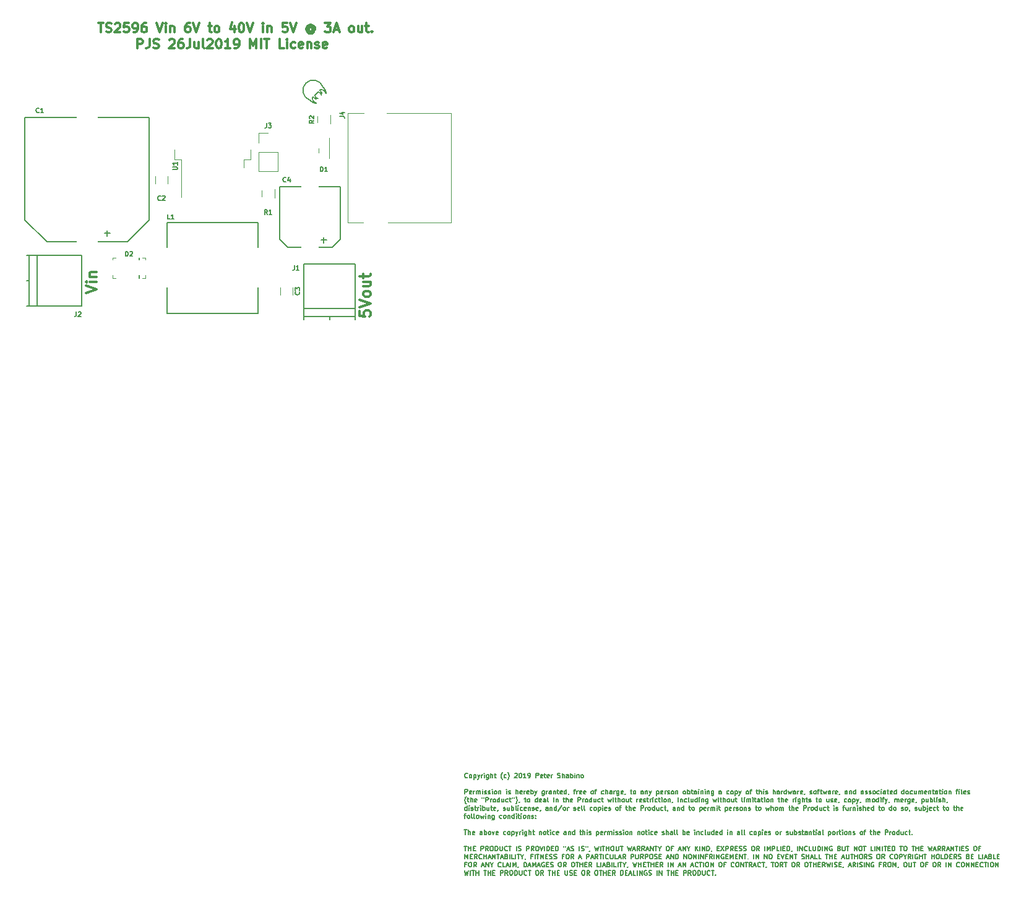
<source format=gto>
G04 #@! TF.GenerationSoftware,KiCad,Pcbnew,(5.1.0)-1*
G04 #@! TF.CreationDate,2019-08-10T18:49:58-05:00*
G04 #@! TF.ProjectId,TS2596_24V_to_5V_3A_reg,54533235-3936-45f3-9234-565f746f5f35,V0*
G04 #@! TF.SameCoordinates,Original*
G04 #@! TF.FileFunction,Legend,Top*
G04 #@! TF.FilePolarity,Positive*
%FSLAX46Y46*%
G04 Gerber Fmt 4.6, Leading zero omitted, Abs format (unit mm)*
G04 Created by KiCad (PCBNEW (5.1.0)-1) date 2019-08-10 18:49:58*
%MOMM*%
%LPD*%
G04 APERTURE LIST*
%ADD10C,0.158750*%
%ADD11C,0.300000*%
%ADD12C,0.120000*%
%ADD13C,0.180000*%
%ADD14C,0.100000*%
%ADD15C,0.150000*%
%ADD16C,0.177800*%
%ADD17R,1.500000X5.000000*%
%ADD18R,11.200001X9.799999*%
%ADD19R,2.400000X4.400000*%
%ADD20C,4.700000*%
%ADD21R,2.900000X2.100000*%
%ADD22R,1.700000X1.100000*%
%ADD23R,3.500000X5.400000*%
%ADD24C,1.900000*%
%ADD25C,3.400000*%
%ADD26R,2.100000X2.100000*%
%ADD27O,2.100000X2.100000*%
%ADD28C,2.800000*%
%ADD29R,2.800000X2.800000*%
%ADD30C,1.035000*%
%ADD31R,1.600000X1.600000*%
%ADD32R,1.650000X1.400000*%
%ADD33R,2.900000X6.900000*%
G04 APERTURE END LIST*
D10*
X208897235Y-167549285D02*
X208866997Y-167579523D01*
X208776282Y-167609761D01*
X208715806Y-167609761D01*
X208625092Y-167579523D01*
X208564616Y-167519047D01*
X208534377Y-167458571D01*
X208504139Y-167337619D01*
X208504139Y-167246904D01*
X208534377Y-167125952D01*
X208564616Y-167065476D01*
X208625092Y-167005000D01*
X208715806Y-166974761D01*
X208776282Y-166974761D01*
X208866997Y-167005000D01*
X208897235Y-167035238D01*
X209260092Y-167609761D02*
X209199616Y-167579523D01*
X209169377Y-167549285D01*
X209139139Y-167488809D01*
X209139139Y-167307380D01*
X209169377Y-167246904D01*
X209199616Y-167216666D01*
X209260092Y-167186428D01*
X209350806Y-167186428D01*
X209411282Y-167216666D01*
X209441520Y-167246904D01*
X209471758Y-167307380D01*
X209471758Y-167488809D01*
X209441520Y-167549285D01*
X209411282Y-167579523D01*
X209350806Y-167609761D01*
X209260092Y-167609761D01*
X209743901Y-167186428D02*
X209743901Y-167821428D01*
X209743901Y-167216666D02*
X209804377Y-167186428D01*
X209925330Y-167186428D01*
X209985806Y-167216666D01*
X210016044Y-167246904D01*
X210046282Y-167307380D01*
X210046282Y-167488809D01*
X210016044Y-167549285D01*
X209985806Y-167579523D01*
X209925330Y-167609761D01*
X209804377Y-167609761D01*
X209743901Y-167579523D01*
X210257949Y-167186428D02*
X210409139Y-167609761D01*
X210560330Y-167186428D02*
X210409139Y-167609761D01*
X210348663Y-167760952D01*
X210318425Y-167791190D01*
X210257949Y-167821428D01*
X210802235Y-167609761D02*
X210802235Y-167186428D01*
X210802235Y-167307380D02*
X210832473Y-167246904D01*
X210862711Y-167216666D01*
X210923187Y-167186428D01*
X210983663Y-167186428D01*
X211195330Y-167609761D02*
X211195330Y-167186428D01*
X211195330Y-166974761D02*
X211165092Y-167005000D01*
X211195330Y-167035238D01*
X211225568Y-167005000D01*
X211195330Y-166974761D01*
X211195330Y-167035238D01*
X211769854Y-167186428D02*
X211769854Y-167700476D01*
X211739616Y-167760952D01*
X211709377Y-167791190D01*
X211648901Y-167821428D01*
X211558187Y-167821428D01*
X211497711Y-167791190D01*
X211769854Y-167579523D02*
X211709377Y-167609761D01*
X211588425Y-167609761D01*
X211527949Y-167579523D01*
X211497711Y-167549285D01*
X211467473Y-167488809D01*
X211467473Y-167307380D01*
X211497711Y-167246904D01*
X211527949Y-167216666D01*
X211588425Y-167186428D01*
X211709377Y-167186428D01*
X211769854Y-167216666D01*
X212072235Y-167609761D02*
X212072235Y-166974761D01*
X212344377Y-167609761D02*
X212344377Y-167277142D01*
X212314139Y-167216666D01*
X212253663Y-167186428D01*
X212162949Y-167186428D01*
X212102473Y-167216666D01*
X212072235Y-167246904D01*
X212556044Y-167186428D02*
X212797949Y-167186428D01*
X212646758Y-166974761D02*
X212646758Y-167519047D01*
X212676997Y-167579523D01*
X212737473Y-167609761D01*
X212797949Y-167609761D01*
X213674854Y-167851666D02*
X213644616Y-167821428D01*
X213584139Y-167730714D01*
X213553901Y-167670238D01*
X213523663Y-167579523D01*
X213493425Y-167428333D01*
X213493425Y-167307380D01*
X213523663Y-167156190D01*
X213553901Y-167065476D01*
X213584139Y-167005000D01*
X213644616Y-166914285D01*
X213674854Y-166884047D01*
X214188901Y-167579523D02*
X214128425Y-167609761D01*
X214007473Y-167609761D01*
X213946997Y-167579523D01*
X213916758Y-167549285D01*
X213886520Y-167488809D01*
X213886520Y-167307380D01*
X213916758Y-167246904D01*
X213946997Y-167216666D01*
X214007473Y-167186428D01*
X214128425Y-167186428D01*
X214188901Y-167216666D01*
X214400568Y-167851666D02*
X214430806Y-167821428D01*
X214491282Y-167730714D01*
X214521520Y-167670238D01*
X214551758Y-167579523D01*
X214581997Y-167428333D01*
X214581997Y-167307380D01*
X214551758Y-167156190D01*
X214521520Y-167065476D01*
X214491282Y-167005000D01*
X214430806Y-166914285D01*
X214400568Y-166884047D01*
X215337949Y-167035238D02*
X215368187Y-167005000D01*
X215428663Y-166974761D01*
X215579854Y-166974761D01*
X215640330Y-167005000D01*
X215670568Y-167035238D01*
X215700806Y-167095714D01*
X215700806Y-167156190D01*
X215670568Y-167246904D01*
X215307711Y-167609761D01*
X215700806Y-167609761D01*
X216093901Y-166974761D02*
X216154377Y-166974761D01*
X216214854Y-167005000D01*
X216245092Y-167035238D01*
X216275330Y-167095714D01*
X216305568Y-167216666D01*
X216305568Y-167367857D01*
X216275330Y-167488809D01*
X216245092Y-167549285D01*
X216214854Y-167579523D01*
X216154377Y-167609761D01*
X216093901Y-167609761D01*
X216033425Y-167579523D01*
X216003187Y-167549285D01*
X215972949Y-167488809D01*
X215942711Y-167367857D01*
X215942711Y-167216666D01*
X215972949Y-167095714D01*
X216003187Y-167035238D01*
X216033425Y-167005000D01*
X216093901Y-166974761D01*
X216910330Y-167609761D02*
X216547473Y-167609761D01*
X216728901Y-167609761D02*
X216728901Y-166974761D01*
X216668425Y-167065476D01*
X216607949Y-167125952D01*
X216547473Y-167156190D01*
X217212711Y-167609761D02*
X217333663Y-167609761D01*
X217394139Y-167579523D01*
X217424377Y-167549285D01*
X217484854Y-167458571D01*
X217515092Y-167337619D01*
X217515092Y-167095714D01*
X217484854Y-167035238D01*
X217454616Y-167005000D01*
X217394139Y-166974761D01*
X217273187Y-166974761D01*
X217212711Y-167005000D01*
X217182473Y-167035238D01*
X217152235Y-167095714D01*
X217152235Y-167246904D01*
X217182473Y-167307380D01*
X217212711Y-167337619D01*
X217273187Y-167367857D01*
X217394139Y-167367857D01*
X217454616Y-167337619D01*
X217484854Y-167307380D01*
X217515092Y-167246904D01*
X218271044Y-167609761D02*
X218271044Y-166974761D01*
X218512949Y-166974761D01*
X218573425Y-167005000D01*
X218603663Y-167035238D01*
X218633901Y-167095714D01*
X218633901Y-167186428D01*
X218603663Y-167246904D01*
X218573425Y-167277142D01*
X218512949Y-167307380D01*
X218271044Y-167307380D01*
X219147949Y-167579523D02*
X219087473Y-167609761D01*
X218966520Y-167609761D01*
X218906044Y-167579523D01*
X218875806Y-167519047D01*
X218875806Y-167277142D01*
X218906044Y-167216666D01*
X218966520Y-167186428D01*
X219087473Y-167186428D01*
X219147949Y-167216666D01*
X219178187Y-167277142D01*
X219178187Y-167337619D01*
X218875806Y-167398095D01*
X219359616Y-167186428D02*
X219601520Y-167186428D01*
X219450330Y-166974761D02*
X219450330Y-167519047D01*
X219480568Y-167579523D01*
X219541044Y-167609761D01*
X219601520Y-167609761D01*
X220055092Y-167579523D02*
X219994616Y-167609761D01*
X219873663Y-167609761D01*
X219813187Y-167579523D01*
X219782949Y-167519047D01*
X219782949Y-167277142D01*
X219813187Y-167216666D01*
X219873663Y-167186428D01*
X219994616Y-167186428D01*
X220055092Y-167216666D01*
X220085330Y-167277142D01*
X220085330Y-167337619D01*
X219782949Y-167398095D01*
X220357473Y-167609761D02*
X220357473Y-167186428D01*
X220357473Y-167307380D02*
X220387711Y-167246904D01*
X220417949Y-167216666D01*
X220478425Y-167186428D01*
X220538901Y-167186428D01*
X221204139Y-167579523D02*
X221294854Y-167609761D01*
X221446044Y-167609761D01*
X221506520Y-167579523D01*
X221536758Y-167549285D01*
X221566997Y-167488809D01*
X221566997Y-167428333D01*
X221536758Y-167367857D01*
X221506520Y-167337619D01*
X221446044Y-167307380D01*
X221325092Y-167277142D01*
X221264616Y-167246904D01*
X221234377Y-167216666D01*
X221204139Y-167156190D01*
X221204139Y-167095714D01*
X221234377Y-167035238D01*
X221264616Y-167005000D01*
X221325092Y-166974761D01*
X221476282Y-166974761D01*
X221566997Y-167005000D01*
X221839139Y-167609761D02*
X221839139Y-166974761D01*
X222111282Y-167609761D02*
X222111282Y-167277142D01*
X222081044Y-167216666D01*
X222020568Y-167186428D01*
X221929854Y-167186428D01*
X221869377Y-167216666D01*
X221839139Y-167246904D01*
X222685806Y-167609761D02*
X222685806Y-167277142D01*
X222655568Y-167216666D01*
X222595092Y-167186428D01*
X222474139Y-167186428D01*
X222413663Y-167216666D01*
X222685806Y-167579523D02*
X222625330Y-167609761D01*
X222474139Y-167609761D01*
X222413663Y-167579523D01*
X222383425Y-167519047D01*
X222383425Y-167458571D01*
X222413663Y-167398095D01*
X222474139Y-167367857D01*
X222625330Y-167367857D01*
X222685806Y-167337619D01*
X222988187Y-167609761D02*
X222988187Y-166974761D01*
X222988187Y-167216666D02*
X223048663Y-167186428D01*
X223169616Y-167186428D01*
X223230092Y-167216666D01*
X223260330Y-167246904D01*
X223290568Y-167307380D01*
X223290568Y-167488809D01*
X223260330Y-167549285D01*
X223230092Y-167579523D01*
X223169616Y-167609761D01*
X223048663Y-167609761D01*
X222988187Y-167579523D01*
X223562711Y-167609761D02*
X223562711Y-167186428D01*
X223562711Y-166974761D02*
X223532473Y-167005000D01*
X223562711Y-167035238D01*
X223592949Y-167005000D01*
X223562711Y-166974761D01*
X223562711Y-167035238D01*
X223865092Y-167186428D02*
X223865092Y-167609761D01*
X223865092Y-167246904D02*
X223895330Y-167216666D01*
X223955806Y-167186428D01*
X224046520Y-167186428D01*
X224106997Y-167216666D01*
X224137235Y-167277142D01*
X224137235Y-167609761D01*
X224530330Y-167609761D02*
X224469854Y-167579523D01*
X224439616Y-167549285D01*
X224409377Y-167488809D01*
X224409377Y-167307380D01*
X224439616Y-167246904D01*
X224469854Y-167216666D01*
X224530330Y-167186428D01*
X224621044Y-167186428D01*
X224681520Y-167216666D01*
X224711758Y-167246904D01*
X224741997Y-167307380D01*
X224741997Y-167488809D01*
X224711758Y-167549285D01*
X224681520Y-167579523D01*
X224621044Y-167609761D01*
X224530330Y-167609761D01*
X208534377Y-169832261D02*
X208534377Y-169197261D01*
X208776282Y-169197261D01*
X208836758Y-169227500D01*
X208866997Y-169257738D01*
X208897235Y-169318214D01*
X208897235Y-169408928D01*
X208866997Y-169469404D01*
X208836758Y-169499642D01*
X208776282Y-169529880D01*
X208534377Y-169529880D01*
X209411282Y-169802023D02*
X209350806Y-169832261D01*
X209229854Y-169832261D01*
X209169377Y-169802023D01*
X209139139Y-169741547D01*
X209139139Y-169499642D01*
X209169377Y-169439166D01*
X209229854Y-169408928D01*
X209350806Y-169408928D01*
X209411282Y-169439166D01*
X209441520Y-169499642D01*
X209441520Y-169560119D01*
X209139139Y-169620595D01*
X209713663Y-169832261D02*
X209713663Y-169408928D01*
X209713663Y-169529880D02*
X209743901Y-169469404D01*
X209774139Y-169439166D01*
X209834616Y-169408928D01*
X209895092Y-169408928D01*
X210106758Y-169832261D02*
X210106758Y-169408928D01*
X210106758Y-169469404D02*
X210136997Y-169439166D01*
X210197473Y-169408928D01*
X210288187Y-169408928D01*
X210348663Y-169439166D01*
X210378901Y-169499642D01*
X210378901Y-169832261D01*
X210378901Y-169499642D02*
X210409139Y-169439166D01*
X210469616Y-169408928D01*
X210560330Y-169408928D01*
X210620806Y-169439166D01*
X210651044Y-169499642D01*
X210651044Y-169832261D01*
X210953425Y-169832261D02*
X210953425Y-169408928D01*
X210953425Y-169197261D02*
X210923187Y-169227500D01*
X210953425Y-169257738D01*
X210983663Y-169227500D01*
X210953425Y-169197261D01*
X210953425Y-169257738D01*
X211225568Y-169802023D02*
X211286044Y-169832261D01*
X211406997Y-169832261D01*
X211467473Y-169802023D01*
X211497711Y-169741547D01*
X211497711Y-169711309D01*
X211467473Y-169650833D01*
X211406997Y-169620595D01*
X211316282Y-169620595D01*
X211255806Y-169590357D01*
X211225568Y-169529880D01*
X211225568Y-169499642D01*
X211255806Y-169439166D01*
X211316282Y-169408928D01*
X211406997Y-169408928D01*
X211467473Y-169439166D01*
X211739616Y-169802023D02*
X211800092Y-169832261D01*
X211921044Y-169832261D01*
X211981520Y-169802023D01*
X212011758Y-169741547D01*
X212011758Y-169711309D01*
X211981520Y-169650833D01*
X211921044Y-169620595D01*
X211830330Y-169620595D01*
X211769854Y-169590357D01*
X211739616Y-169529880D01*
X211739616Y-169499642D01*
X211769854Y-169439166D01*
X211830330Y-169408928D01*
X211921044Y-169408928D01*
X211981520Y-169439166D01*
X212283901Y-169832261D02*
X212283901Y-169408928D01*
X212283901Y-169197261D02*
X212253663Y-169227500D01*
X212283901Y-169257738D01*
X212314139Y-169227500D01*
X212283901Y-169197261D01*
X212283901Y-169257738D01*
X212676997Y-169832261D02*
X212616520Y-169802023D01*
X212586282Y-169771785D01*
X212556044Y-169711309D01*
X212556044Y-169529880D01*
X212586282Y-169469404D01*
X212616520Y-169439166D01*
X212676997Y-169408928D01*
X212767711Y-169408928D01*
X212828187Y-169439166D01*
X212858425Y-169469404D01*
X212888663Y-169529880D01*
X212888663Y-169711309D01*
X212858425Y-169771785D01*
X212828187Y-169802023D01*
X212767711Y-169832261D01*
X212676997Y-169832261D01*
X213160806Y-169408928D02*
X213160806Y-169832261D01*
X213160806Y-169469404D02*
X213191044Y-169439166D01*
X213251520Y-169408928D01*
X213342235Y-169408928D01*
X213402711Y-169439166D01*
X213432949Y-169499642D01*
X213432949Y-169832261D01*
X214219139Y-169832261D02*
X214219139Y-169408928D01*
X214219139Y-169197261D02*
X214188901Y-169227500D01*
X214219139Y-169257738D01*
X214249377Y-169227500D01*
X214219139Y-169197261D01*
X214219139Y-169257738D01*
X214491282Y-169802023D02*
X214551758Y-169832261D01*
X214672711Y-169832261D01*
X214733187Y-169802023D01*
X214763425Y-169741547D01*
X214763425Y-169711309D01*
X214733187Y-169650833D01*
X214672711Y-169620595D01*
X214581997Y-169620595D01*
X214521520Y-169590357D01*
X214491282Y-169529880D01*
X214491282Y-169499642D01*
X214521520Y-169439166D01*
X214581997Y-169408928D01*
X214672711Y-169408928D01*
X214733187Y-169439166D01*
X215519377Y-169832261D02*
X215519377Y-169197261D01*
X215791520Y-169832261D02*
X215791520Y-169499642D01*
X215761282Y-169439166D01*
X215700806Y-169408928D01*
X215610092Y-169408928D01*
X215549616Y-169439166D01*
X215519377Y-169469404D01*
X216335806Y-169802023D02*
X216275330Y-169832261D01*
X216154377Y-169832261D01*
X216093901Y-169802023D01*
X216063663Y-169741547D01*
X216063663Y-169499642D01*
X216093901Y-169439166D01*
X216154377Y-169408928D01*
X216275330Y-169408928D01*
X216335806Y-169439166D01*
X216366044Y-169499642D01*
X216366044Y-169560119D01*
X216063663Y-169620595D01*
X216638187Y-169832261D02*
X216638187Y-169408928D01*
X216638187Y-169529880D02*
X216668425Y-169469404D01*
X216698663Y-169439166D01*
X216759139Y-169408928D01*
X216819616Y-169408928D01*
X217273187Y-169802023D02*
X217212711Y-169832261D01*
X217091758Y-169832261D01*
X217031282Y-169802023D01*
X217001044Y-169741547D01*
X217001044Y-169499642D01*
X217031282Y-169439166D01*
X217091758Y-169408928D01*
X217212711Y-169408928D01*
X217273187Y-169439166D01*
X217303425Y-169499642D01*
X217303425Y-169560119D01*
X217001044Y-169620595D01*
X217575568Y-169832261D02*
X217575568Y-169197261D01*
X217575568Y-169439166D02*
X217636044Y-169408928D01*
X217756997Y-169408928D01*
X217817473Y-169439166D01*
X217847711Y-169469404D01*
X217877949Y-169529880D01*
X217877949Y-169711309D01*
X217847711Y-169771785D01*
X217817473Y-169802023D01*
X217756997Y-169832261D01*
X217636044Y-169832261D01*
X217575568Y-169802023D01*
X218089616Y-169408928D02*
X218240806Y-169832261D01*
X218391997Y-169408928D02*
X218240806Y-169832261D01*
X218180330Y-169983452D01*
X218150092Y-170013690D01*
X218089616Y-170043928D01*
X219389854Y-169408928D02*
X219389854Y-169922976D01*
X219359616Y-169983452D01*
X219329377Y-170013690D01*
X219268901Y-170043928D01*
X219178187Y-170043928D01*
X219117711Y-170013690D01*
X219389854Y-169802023D02*
X219329377Y-169832261D01*
X219208425Y-169832261D01*
X219147949Y-169802023D01*
X219117711Y-169771785D01*
X219087473Y-169711309D01*
X219087473Y-169529880D01*
X219117711Y-169469404D01*
X219147949Y-169439166D01*
X219208425Y-169408928D01*
X219329377Y-169408928D01*
X219389854Y-169439166D01*
X219692235Y-169832261D02*
X219692235Y-169408928D01*
X219692235Y-169529880D02*
X219722473Y-169469404D01*
X219752711Y-169439166D01*
X219813187Y-169408928D01*
X219873663Y-169408928D01*
X220357473Y-169832261D02*
X220357473Y-169499642D01*
X220327235Y-169439166D01*
X220266758Y-169408928D01*
X220145806Y-169408928D01*
X220085330Y-169439166D01*
X220357473Y-169802023D02*
X220296997Y-169832261D01*
X220145806Y-169832261D01*
X220085330Y-169802023D01*
X220055092Y-169741547D01*
X220055092Y-169681071D01*
X220085330Y-169620595D01*
X220145806Y-169590357D01*
X220296997Y-169590357D01*
X220357473Y-169560119D01*
X220659854Y-169408928D02*
X220659854Y-169832261D01*
X220659854Y-169469404D02*
X220690092Y-169439166D01*
X220750568Y-169408928D01*
X220841282Y-169408928D01*
X220901758Y-169439166D01*
X220931997Y-169499642D01*
X220931997Y-169832261D01*
X221143663Y-169408928D02*
X221385568Y-169408928D01*
X221234377Y-169197261D02*
X221234377Y-169741547D01*
X221264616Y-169802023D01*
X221325092Y-169832261D01*
X221385568Y-169832261D01*
X221839139Y-169802023D02*
X221778663Y-169832261D01*
X221657711Y-169832261D01*
X221597235Y-169802023D01*
X221566997Y-169741547D01*
X221566997Y-169499642D01*
X221597235Y-169439166D01*
X221657711Y-169408928D01*
X221778663Y-169408928D01*
X221839139Y-169439166D01*
X221869377Y-169499642D01*
X221869377Y-169560119D01*
X221566997Y-169620595D01*
X222413663Y-169832261D02*
X222413663Y-169197261D01*
X222413663Y-169802023D02*
X222353187Y-169832261D01*
X222232235Y-169832261D01*
X222171758Y-169802023D01*
X222141520Y-169771785D01*
X222111282Y-169711309D01*
X222111282Y-169529880D01*
X222141520Y-169469404D01*
X222171758Y-169439166D01*
X222232235Y-169408928D01*
X222353187Y-169408928D01*
X222413663Y-169439166D01*
X222746282Y-169802023D02*
X222746282Y-169832261D01*
X222716044Y-169892738D01*
X222685806Y-169922976D01*
X223411520Y-169408928D02*
X223653425Y-169408928D01*
X223502235Y-169832261D02*
X223502235Y-169287976D01*
X223532473Y-169227500D01*
X223592949Y-169197261D01*
X223653425Y-169197261D01*
X223865092Y-169832261D02*
X223865092Y-169408928D01*
X223865092Y-169529880D02*
X223895330Y-169469404D01*
X223925568Y-169439166D01*
X223986044Y-169408928D01*
X224046520Y-169408928D01*
X224500092Y-169802023D02*
X224439616Y-169832261D01*
X224318663Y-169832261D01*
X224258187Y-169802023D01*
X224227949Y-169741547D01*
X224227949Y-169499642D01*
X224258187Y-169439166D01*
X224318663Y-169408928D01*
X224439616Y-169408928D01*
X224500092Y-169439166D01*
X224530330Y-169499642D01*
X224530330Y-169560119D01*
X224227949Y-169620595D01*
X225044377Y-169802023D02*
X224983901Y-169832261D01*
X224862949Y-169832261D01*
X224802473Y-169802023D01*
X224772235Y-169741547D01*
X224772235Y-169499642D01*
X224802473Y-169439166D01*
X224862949Y-169408928D01*
X224983901Y-169408928D01*
X225044377Y-169439166D01*
X225074616Y-169499642D01*
X225074616Y-169560119D01*
X224772235Y-169620595D01*
X225921282Y-169832261D02*
X225860806Y-169802023D01*
X225830568Y-169771785D01*
X225800330Y-169711309D01*
X225800330Y-169529880D01*
X225830568Y-169469404D01*
X225860806Y-169439166D01*
X225921282Y-169408928D01*
X226011997Y-169408928D01*
X226072473Y-169439166D01*
X226102711Y-169469404D01*
X226132949Y-169529880D01*
X226132949Y-169711309D01*
X226102711Y-169771785D01*
X226072473Y-169802023D01*
X226011997Y-169832261D01*
X225921282Y-169832261D01*
X226314377Y-169408928D02*
X226556282Y-169408928D01*
X226405092Y-169832261D02*
X226405092Y-169287976D01*
X226435330Y-169227500D01*
X226495806Y-169197261D01*
X226556282Y-169197261D01*
X227523901Y-169802023D02*
X227463425Y-169832261D01*
X227342473Y-169832261D01*
X227281997Y-169802023D01*
X227251758Y-169771785D01*
X227221520Y-169711309D01*
X227221520Y-169529880D01*
X227251758Y-169469404D01*
X227281997Y-169439166D01*
X227342473Y-169408928D01*
X227463425Y-169408928D01*
X227523901Y-169439166D01*
X227796044Y-169832261D02*
X227796044Y-169197261D01*
X228068187Y-169832261D02*
X228068187Y-169499642D01*
X228037949Y-169439166D01*
X227977473Y-169408928D01*
X227886758Y-169408928D01*
X227826282Y-169439166D01*
X227796044Y-169469404D01*
X228642711Y-169832261D02*
X228642711Y-169499642D01*
X228612473Y-169439166D01*
X228551997Y-169408928D01*
X228431044Y-169408928D01*
X228370568Y-169439166D01*
X228642711Y-169802023D02*
X228582235Y-169832261D01*
X228431044Y-169832261D01*
X228370568Y-169802023D01*
X228340330Y-169741547D01*
X228340330Y-169681071D01*
X228370568Y-169620595D01*
X228431044Y-169590357D01*
X228582235Y-169590357D01*
X228642711Y-169560119D01*
X228945092Y-169832261D02*
X228945092Y-169408928D01*
X228945092Y-169529880D02*
X228975330Y-169469404D01*
X229005568Y-169439166D01*
X229066044Y-169408928D01*
X229126520Y-169408928D01*
X229610330Y-169408928D02*
X229610330Y-169922976D01*
X229580092Y-169983452D01*
X229549854Y-170013690D01*
X229489377Y-170043928D01*
X229398663Y-170043928D01*
X229338187Y-170013690D01*
X229610330Y-169802023D02*
X229549854Y-169832261D01*
X229428901Y-169832261D01*
X229368425Y-169802023D01*
X229338187Y-169771785D01*
X229307949Y-169711309D01*
X229307949Y-169529880D01*
X229338187Y-169469404D01*
X229368425Y-169439166D01*
X229428901Y-169408928D01*
X229549854Y-169408928D01*
X229610330Y-169439166D01*
X230154616Y-169802023D02*
X230094139Y-169832261D01*
X229973187Y-169832261D01*
X229912711Y-169802023D01*
X229882473Y-169741547D01*
X229882473Y-169499642D01*
X229912711Y-169439166D01*
X229973187Y-169408928D01*
X230094139Y-169408928D01*
X230154616Y-169439166D01*
X230184854Y-169499642D01*
X230184854Y-169560119D01*
X229882473Y-169620595D01*
X230487235Y-169802023D02*
X230487235Y-169832261D01*
X230456997Y-169892738D01*
X230426758Y-169922976D01*
X231152473Y-169408928D02*
X231394377Y-169408928D01*
X231243187Y-169197261D02*
X231243187Y-169741547D01*
X231273425Y-169802023D01*
X231333901Y-169832261D01*
X231394377Y-169832261D01*
X231696758Y-169832261D02*
X231636282Y-169802023D01*
X231606044Y-169771785D01*
X231575806Y-169711309D01*
X231575806Y-169529880D01*
X231606044Y-169469404D01*
X231636282Y-169439166D01*
X231696758Y-169408928D01*
X231787473Y-169408928D01*
X231847949Y-169439166D01*
X231878187Y-169469404D01*
X231908425Y-169529880D01*
X231908425Y-169711309D01*
X231878187Y-169771785D01*
X231847949Y-169802023D01*
X231787473Y-169832261D01*
X231696758Y-169832261D01*
X232936520Y-169832261D02*
X232936520Y-169499642D01*
X232906282Y-169439166D01*
X232845806Y-169408928D01*
X232724854Y-169408928D01*
X232664377Y-169439166D01*
X232936520Y-169802023D02*
X232876044Y-169832261D01*
X232724854Y-169832261D01*
X232664377Y-169802023D01*
X232634139Y-169741547D01*
X232634139Y-169681071D01*
X232664377Y-169620595D01*
X232724854Y-169590357D01*
X232876044Y-169590357D01*
X232936520Y-169560119D01*
X233238901Y-169408928D02*
X233238901Y-169832261D01*
X233238901Y-169469404D02*
X233269139Y-169439166D01*
X233329616Y-169408928D01*
X233420330Y-169408928D01*
X233480806Y-169439166D01*
X233511044Y-169499642D01*
X233511044Y-169832261D01*
X233752949Y-169408928D02*
X233904139Y-169832261D01*
X234055330Y-169408928D02*
X233904139Y-169832261D01*
X233843663Y-169983452D01*
X233813425Y-170013690D01*
X233752949Y-170043928D01*
X234781044Y-169408928D02*
X234781044Y-170043928D01*
X234781044Y-169439166D02*
X234841520Y-169408928D01*
X234962473Y-169408928D01*
X235022949Y-169439166D01*
X235053187Y-169469404D01*
X235083425Y-169529880D01*
X235083425Y-169711309D01*
X235053187Y-169771785D01*
X235022949Y-169802023D01*
X234962473Y-169832261D01*
X234841520Y-169832261D01*
X234781044Y-169802023D01*
X235597473Y-169802023D02*
X235536997Y-169832261D01*
X235416044Y-169832261D01*
X235355568Y-169802023D01*
X235325330Y-169741547D01*
X235325330Y-169499642D01*
X235355568Y-169439166D01*
X235416044Y-169408928D01*
X235536997Y-169408928D01*
X235597473Y-169439166D01*
X235627711Y-169499642D01*
X235627711Y-169560119D01*
X235325330Y-169620595D01*
X235899854Y-169832261D02*
X235899854Y-169408928D01*
X235899854Y-169529880D02*
X235930092Y-169469404D01*
X235960330Y-169439166D01*
X236020806Y-169408928D01*
X236081282Y-169408928D01*
X236262711Y-169802023D02*
X236323187Y-169832261D01*
X236444139Y-169832261D01*
X236504616Y-169802023D01*
X236534854Y-169741547D01*
X236534854Y-169711309D01*
X236504616Y-169650833D01*
X236444139Y-169620595D01*
X236353425Y-169620595D01*
X236292949Y-169590357D01*
X236262711Y-169529880D01*
X236262711Y-169499642D01*
X236292949Y-169439166D01*
X236353425Y-169408928D01*
X236444139Y-169408928D01*
X236504616Y-169439166D01*
X236897711Y-169832261D02*
X236837235Y-169802023D01*
X236806997Y-169771785D01*
X236776758Y-169711309D01*
X236776758Y-169529880D01*
X236806997Y-169469404D01*
X236837235Y-169439166D01*
X236897711Y-169408928D01*
X236988425Y-169408928D01*
X237048901Y-169439166D01*
X237079139Y-169469404D01*
X237109377Y-169529880D01*
X237109377Y-169711309D01*
X237079139Y-169771785D01*
X237048901Y-169802023D01*
X236988425Y-169832261D01*
X236897711Y-169832261D01*
X237381520Y-169408928D02*
X237381520Y-169832261D01*
X237381520Y-169469404D02*
X237411758Y-169439166D01*
X237472235Y-169408928D01*
X237562949Y-169408928D01*
X237623425Y-169439166D01*
X237653663Y-169499642D01*
X237653663Y-169832261D01*
X238530568Y-169832261D02*
X238470092Y-169802023D01*
X238439854Y-169771785D01*
X238409616Y-169711309D01*
X238409616Y-169529880D01*
X238439854Y-169469404D01*
X238470092Y-169439166D01*
X238530568Y-169408928D01*
X238621282Y-169408928D01*
X238681758Y-169439166D01*
X238711997Y-169469404D01*
X238742235Y-169529880D01*
X238742235Y-169711309D01*
X238711997Y-169771785D01*
X238681758Y-169802023D01*
X238621282Y-169832261D01*
X238530568Y-169832261D01*
X239014377Y-169832261D02*
X239014377Y-169197261D01*
X239014377Y-169439166D02*
X239074854Y-169408928D01*
X239195806Y-169408928D01*
X239256282Y-169439166D01*
X239286520Y-169469404D01*
X239316758Y-169529880D01*
X239316758Y-169711309D01*
X239286520Y-169771785D01*
X239256282Y-169802023D01*
X239195806Y-169832261D01*
X239074854Y-169832261D01*
X239014377Y-169802023D01*
X239498187Y-169408928D02*
X239740092Y-169408928D01*
X239588901Y-169197261D02*
X239588901Y-169741547D01*
X239619139Y-169802023D01*
X239679616Y-169832261D01*
X239740092Y-169832261D01*
X240223901Y-169832261D02*
X240223901Y-169499642D01*
X240193663Y-169439166D01*
X240133187Y-169408928D01*
X240012235Y-169408928D01*
X239951758Y-169439166D01*
X240223901Y-169802023D02*
X240163425Y-169832261D01*
X240012235Y-169832261D01*
X239951758Y-169802023D01*
X239921520Y-169741547D01*
X239921520Y-169681071D01*
X239951758Y-169620595D01*
X240012235Y-169590357D01*
X240163425Y-169590357D01*
X240223901Y-169560119D01*
X240526282Y-169832261D02*
X240526282Y-169408928D01*
X240526282Y-169197261D02*
X240496044Y-169227500D01*
X240526282Y-169257738D01*
X240556520Y-169227500D01*
X240526282Y-169197261D01*
X240526282Y-169257738D01*
X240828663Y-169408928D02*
X240828663Y-169832261D01*
X240828663Y-169469404D02*
X240858901Y-169439166D01*
X240919377Y-169408928D01*
X241010092Y-169408928D01*
X241070568Y-169439166D01*
X241100806Y-169499642D01*
X241100806Y-169832261D01*
X241403187Y-169832261D02*
X241403187Y-169408928D01*
X241403187Y-169197261D02*
X241372949Y-169227500D01*
X241403187Y-169257738D01*
X241433425Y-169227500D01*
X241403187Y-169197261D01*
X241403187Y-169257738D01*
X241705568Y-169408928D02*
X241705568Y-169832261D01*
X241705568Y-169469404D02*
X241735806Y-169439166D01*
X241796282Y-169408928D01*
X241886997Y-169408928D01*
X241947473Y-169439166D01*
X241977711Y-169499642D01*
X241977711Y-169832261D01*
X242552235Y-169408928D02*
X242552235Y-169922976D01*
X242521997Y-169983452D01*
X242491758Y-170013690D01*
X242431282Y-170043928D01*
X242340568Y-170043928D01*
X242280092Y-170013690D01*
X242552235Y-169802023D02*
X242491758Y-169832261D01*
X242370806Y-169832261D01*
X242310330Y-169802023D01*
X242280092Y-169771785D01*
X242249854Y-169711309D01*
X242249854Y-169529880D01*
X242280092Y-169469404D01*
X242310330Y-169439166D01*
X242370806Y-169408928D01*
X242491758Y-169408928D01*
X242552235Y-169439166D01*
X243610568Y-169832261D02*
X243610568Y-169499642D01*
X243580330Y-169439166D01*
X243519854Y-169408928D01*
X243398901Y-169408928D01*
X243338425Y-169439166D01*
X243610568Y-169802023D02*
X243550092Y-169832261D01*
X243398901Y-169832261D01*
X243338425Y-169802023D01*
X243308187Y-169741547D01*
X243308187Y-169681071D01*
X243338425Y-169620595D01*
X243398901Y-169590357D01*
X243550092Y-169590357D01*
X243610568Y-169560119D01*
X244668901Y-169802023D02*
X244608425Y-169832261D01*
X244487473Y-169832261D01*
X244426997Y-169802023D01*
X244396758Y-169771785D01*
X244366520Y-169711309D01*
X244366520Y-169529880D01*
X244396758Y-169469404D01*
X244426997Y-169439166D01*
X244487473Y-169408928D01*
X244608425Y-169408928D01*
X244668901Y-169439166D01*
X245031758Y-169832261D02*
X244971282Y-169802023D01*
X244941044Y-169771785D01*
X244910806Y-169711309D01*
X244910806Y-169529880D01*
X244941044Y-169469404D01*
X244971282Y-169439166D01*
X245031758Y-169408928D01*
X245122473Y-169408928D01*
X245182949Y-169439166D01*
X245213187Y-169469404D01*
X245243425Y-169529880D01*
X245243425Y-169711309D01*
X245213187Y-169771785D01*
X245182949Y-169802023D01*
X245122473Y-169832261D01*
X245031758Y-169832261D01*
X245515568Y-169408928D02*
X245515568Y-170043928D01*
X245515568Y-169439166D02*
X245576044Y-169408928D01*
X245696997Y-169408928D01*
X245757473Y-169439166D01*
X245787711Y-169469404D01*
X245817949Y-169529880D01*
X245817949Y-169711309D01*
X245787711Y-169771785D01*
X245757473Y-169802023D01*
X245696997Y-169832261D01*
X245576044Y-169832261D01*
X245515568Y-169802023D01*
X246029616Y-169408928D02*
X246180806Y-169832261D01*
X246331997Y-169408928D02*
X246180806Y-169832261D01*
X246120330Y-169983452D01*
X246090092Y-170013690D01*
X246029616Y-170043928D01*
X247148425Y-169832261D02*
X247087949Y-169802023D01*
X247057711Y-169771785D01*
X247027473Y-169711309D01*
X247027473Y-169529880D01*
X247057711Y-169469404D01*
X247087949Y-169439166D01*
X247148425Y-169408928D01*
X247239139Y-169408928D01*
X247299616Y-169439166D01*
X247329854Y-169469404D01*
X247360092Y-169529880D01*
X247360092Y-169711309D01*
X247329854Y-169771785D01*
X247299616Y-169802023D01*
X247239139Y-169832261D01*
X247148425Y-169832261D01*
X247541520Y-169408928D02*
X247783425Y-169408928D01*
X247632235Y-169832261D02*
X247632235Y-169287976D01*
X247662473Y-169227500D01*
X247722949Y-169197261D01*
X247783425Y-169197261D01*
X248388187Y-169408928D02*
X248630092Y-169408928D01*
X248478901Y-169197261D02*
X248478901Y-169741547D01*
X248509139Y-169802023D01*
X248569616Y-169832261D01*
X248630092Y-169832261D01*
X248841758Y-169832261D02*
X248841758Y-169197261D01*
X249113901Y-169832261D02*
X249113901Y-169499642D01*
X249083663Y-169439166D01*
X249023187Y-169408928D01*
X248932473Y-169408928D01*
X248871997Y-169439166D01*
X248841758Y-169469404D01*
X249416282Y-169832261D02*
X249416282Y-169408928D01*
X249416282Y-169197261D02*
X249386044Y-169227500D01*
X249416282Y-169257738D01*
X249446520Y-169227500D01*
X249416282Y-169197261D01*
X249416282Y-169257738D01*
X249688425Y-169802023D02*
X249748901Y-169832261D01*
X249869854Y-169832261D01*
X249930330Y-169802023D01*
X249960568Y-169741547D01*
X249960568Y-169711309D01*
X249930330Y-169650833D01*
X249869854Y-169620595D01*
X249779139Y-169620595D01*
X249718663Y-169590357D01*
X249688425Y-169529880D01*
X249688425Y-169499642D01*
X249718663Y-169439166D01*
X249779139Y-169408928D01*
X249869854Y-169408928D01*
X249930330Y-169439166D01*
X250716520Y-169832261D02*
X250716520Y-169197261D01*
X250988663Y-169832261D02*
X250988663Y-169499642D01*
X250958425Y-169439166D01*
X250897949Y-169408928D01*
X250807235Y-169408928D01*
X250746758Y-169439166D01*
X250716520Y-169469404D01*
X251563187Y-169832261D02*
X251563187Y-169499642D01*
X251532949Y-169439166D01*
X251472473Y-169408928D01*
X251351520Y-169408928D01*
X251291044Y-169439166D01*
X251563187Y-169802023D02*
X251502711Y-169832261D01*
X251351520Y-169832261D01*
X251291044Y-169802023D01*
X251260806Y-169741547D01*
X251260806Y-169681071D01*
X251291044Y-169620595D01*
X251351520Y-169590357D01*
X251502711Y-169590357D01*
X251563187Y-169560119D01*
X251865568Y-169832261D02*
X251865568Y-169408928D01*
X251865568Y-169529880D02*
X251895806Y-169469404D01*
X251926044Y-169439166D01*
X251986520Y-169408928D01*
X252046997Y-169408928D01*
X252530806Y-169832261D02*
X252530806Y-169197261D01*
X252530806Y-169802023D02*
X252470330Y-169832261D01*
X252349377Y-169832261D01*
X252288901Y-169802023D01*
X252258663Y-169771785D01*
X252228425Y-169711309D01*
X252228425Y-169529880D01*
X252258663Y-169469404D01*
X252288901Y-169439166D01*
X252349377Y-169408928D01*
X252470330Y-169408928D01*
X252530806Y-169439166D01*
X252772711Y-169408928D02*
X252893663Y-169832261D01*
X253014616Y-169529880D01*
X253135568Y-169832261D01*
X253256520Y-169408928D01*
X253770568Y-169832261D02*
X253770568Y-169499642D01*
X253740330Y-169439166D01*
X253679854Y-169408928D01*
X253558901Y-169408928D01*
X253498425Y-169439166D01*
X253770568Y-169802023D02*
X253710092Y-169832261D01*
X253558901Y-169832261D01*
X253498425Y-169802023D01*
X253468187Y-169741547D01*
X253468187Y-169681071D01*
X253498425Y-169620595D01*
X253558901Y-169590357D01*
X253710092Y-169590357D01*
X253770568Y-169560119D01*
X254072949Y-169832261D02*
X254072949Y-169408928D01*
X254072949Y-169529880D02*
X254103187Y-169469404D01*
X254133425Y-169439166D01*
X254193901Y-169408928D01*
X254254377Y-169408928D01*
X254707949Y-169802023D02*
X254647473Y-169832261D01*
X254526520Y-169832261D01*
X254466044Y-169802023D01*
X254435806Y-169741547D01*
X254435806Y-169499642D01*
X254466044Y-169439166D01*
X254526520Y-169408928D01*
X254647473Y-169408928D01*
X254707949Y-169439166D01*
X254738187Y-169499642D01*
X254738187Y-169560119D01*
X254435806Y-169620595D01*
X255040568Y-169802023D02*
X255040568Y-169832261D01*
X255010330Y-169892738D01*
X254980092Y-169922976D01*
X255766282Y-169802023D02*
X255826758Y-169832261D01*
X255947711Y-169832261D01*
X256008187Y-169802023D01*
X256038425Y-169741547D01*
X256038425Y-169711309D01*
X256008187Y-169650833D01*
X255947711Y-169620595D01*
X255856997Y-169620595D01*
X255796520Y-169590357D01*
X255766282Y-169529880D01*
X255766282Y-169499642D01*
X255796520Y-169439166D01*
X255856997Y-169408928D01*
X255947711Y-169408928D01*
X256008187Y-169439166D01*
X256401282Y-169832261D02*
X256340806Y-169802023D01*
X256310568Y-169771785D01*
X256280330Y-169711309D01*
X256280330Y-169529880D01*
X256310568Y-169469404D01*
X256340806Y-169439166D01*
X256401282Y-169408928D01*
X256491997Y-169408928D01*
X256552473Y-169439166D01*
X256582711Y-169469404D01*
X256612949Y-169529880D01*
X256612949Y-169711309D01*
X256582711Y-169771785D01*
X256552473Y-169802023D01*
X256491997Y-169832261D01*
X256401282Y-169832261D01*
X256794377Y-169408928D02*
X257036282Y-169408928D01*
X256885092Y-169832261D02*
X256885092Y-169287976D01*
X256915330Y-169227500D01*
X256975806Y-169197261D01*
X257036282Y-169197261D01*
X257157235Y-169408928D02*
X257399139Y-169408928D01*
X257247949Y-169197261D02*
X257247949Y-169741547D01*
X257278187Y-169802023D01*
X257338663Y-169832261D01*
X257399139Y-169832261D01*
X257550330Y-169408928D02*
X257671282Y-169832261D01*
X257792235Y-169529880D01*
X257913187Y-169832261D01*
X258034139Y-169408928D01*
X258548187Y-169832261D02*
X258548187Y-169499642D01*
X258517949Y-169439166D01*
X258457473Y-169408928D01*
X258336520Y-169408928D01*
X258276044Y-169439166D01*
X258548187Y-169802023D02*
X258487711Y-169832261D01*
X258336520Y-169832261D01*
X258276044Y-169802023D01*
X258245806Y-169741547D01*
X258245806Y-169681071D01*
X258276044Y-169620595D01*
X258336520Y-169590357D01*
X258487711Y-169590357D01*
X258548187Y-169560119D01*
X258850568Y-169832261D02*
X258850568Y-169408928D01*
X258850568Y-169529880D02*
X258880806Y-169469404D01*
X258911044Y-169439166D01*
X258971520Y-169408928D01*
X259031997Y-169408928D01*
X259485568Y-169802023D02*
X259425092Y-169832261D01*
X259304139Y-169832261D01*
X259243663Y-169802023D01*
X259213425Y-169741547D01*
X259213425Y-169499642D01*
X259243663Y-169439166D01*
X259304139Y-169408928D01*
X259425092Y-169408928D01*
X259485568Y-169439166D01*
X259515806Y-169499642D01*
X259515806Y-169560119D01*
X259213425Y-169620595D01*
X259818187Y-169802023D02*
X259818187Y-169832261D01*
X259787949Y-169892738D01*
X259757711Y-169922976D01*
X260846282Y-169832261D02*
X260846282Y-169499642D01*
X260816044Y-169439166D01*
X260755568Y-169408928D01*
X260634616Y-169408928D01*
X260574139Y-169439166D01*
X260846282Y-169802023D02*
X260785806Y-169832261D01*
X260634616Y-169832261D01*
X260574139Y-169802023D01*
X260543901Y-169741547D01*
X260543901Y-169681071D01*
X260574139Y-169620595D01*
X260634616Y-169590357D01*
X260785806Y-169590357D01*
X260846282Y-169560119D01*
X261148663Y-169408928D02*
X261148663Y-169832261D01*
X261148663Y-169469404D02*
X261178901Y-169439166D01*
X261239377Y-169408928D01*
X261330092Y-169408928D01*
X261390568Y-169439166D01*
X261420806Y-169499642D01*
X261420806Y-169832261D01*
X261995330Y-169832261D02*
X261995330Y-169197261D01*
X261995330Y-169802023D02*
X261934854Y-169832261D01*
X261813901Y-169832261D01*
X261753425Y-169802023D01*
X261723187Y-169771785D01*
X261692949Y-169711309D01*
X261692949Y-169529880D01*
X261723187Y-169469404D01*
X261753425Y-169439166D01*
X261813901Y-169408928D01*
X261934854Y-169408928D01*
X261995330Y-169439166D01*
X263053663Y-169832261D02*
X263053663Y-169499642D01*
X263023425Y-169439166D01*
X262962949Y-169408928D01*
X262841997Y-169408928D01*
X262781520Y-169439166D01*
X263053663Y-169802023D02*
X262993187Y-169832261D01*
X262841997Y-169832261D01*
X262781520Y-169802023D01*
X262751282Y-169741547D01*
X262751282Y-169681071D01*
X262781520Y-169620595D01*
X262841997Y-169590357D01*
X262993187Y-169590357D01*
X263053663Y-169560119D01*
X263325806Y-169802023D02*
X263386282Y-169832261D01*
X263507235Y-169832261D01*
X263567711Y-169802023D01*
X263597949Y-169741547D01*
X263597949Y-169711309D01*
X263567711Y-169650833D01*
X263507235Y-169620595D01*
X263416520Y-169620595D01*
X263356044Y-169590357D01*
X263325806Y-169529880D01*
X263325806Y-169499642D01*
X263356044Y-169439166D01*
X263416520Y-169408928D01*
X263507235Y-169408928D01*
X263567711Y-169439166D01*
X263839854Y-169802023D02*
X263900330Y-169832261D01*
X264021282Y-169832261D01*
X264081758Y-169802023D01*
X264111997Y-169741547D01*
X264111997Y-169711309D01*
X264081758Y-169650833D01*
X264021282Y-169620595D01*
X263930568Y-169620595D01*
X263870092Y-169590357D01*
X263839854Y-169529880D01*
X263839854Y-169499642D01*
X263870092Y-169439166D01*
X263930568Y-169408928D01*
X264021282Y-169408928D01*
X264081758Y-169439166D01*
X264474854Y-169832261D02*
X264414377Y-169802023D01*
X264384139Y-169771785D01*
X264353901Y-169711309D01*
X264353901Y-169529880D01*
X264384139Y-169469404D01*
X264414377Y-169439166D01*
X264474854Y-169408928D01*
X264565568Y-169408928D01*
X264626044Y-169439166D01*
X264656282Y-169469404D01*
X264686520Y-169529880D01*
X264686520Y-169711309D01*
X264656282Y-169771785D01*
X264626044Y-169802023D01*
X264565568Y-169832261D01*
X264474854Y-169832261D01*
X265230806Y-169802023D02*
X265170330Y-169832261D01*
X265049377Y-169832261D01*
X264988901Y-169802023D01*
X264958663Y-169771785D01*
X264928425Y-169711309D01*
X264928425Y-169529880D01*
X264958663Y-169469404D01*
X264988901Y-169439166D01*
X265049377Y-169408928D01*
X265170330Y-169408928D01*
X265230806Y-169439166D01*
X265502949Y-169832261D02*
X265502949Y-169408928D01*
X265502949Y-169197261D02*
X265472711Y-169227500D01*
X265502949Y-169257738D01*
X265533187Y-169227500D01*
X265502949Y-169197261D01*
X265502949Y-169257738D01*
X266077473Y-169832261D02*
X266077473Y-169499642D01*
X266047235Y-169439166D01*
X265986758Y-169408928D01*
X265865806Y-169408928D01*
X265805330Y-169439166D01*
X266077473Y-169802023D02*
X266016997Y-169832261D01*
X265865806Y-169832261D01*
X265805330Y-169802023D01*
X265775092Y-169741547D01*
X265775092Y-169681071D01*
X265805330Y-169620595D01*
X265865806Y-169590357D01*
X266016997Y-169590357D01*
X266077473Y-169560119D01*
X266289139Y-169408928D02*
X266531044Y-169408928D01*
X266379854Y-169197261D02*
X266379854Y-169741547D01*
X266410092Y-169802023D01*
X266470568Y-169832261D01*
X266531044Y-169832261D01*
X266984616Y-169802023D02*
X266924139Y-169832261D01*
X266803187Y-169832261D01*
X266742711Y-169802023D01*
X266712473Y-169741547D01*
X266712473Y-169499642D01*
X266742711Y-169439166D01*
X266803187Y-169408928D01*
X266924139Y-169408928D01*
X266984616Y-169439166D01*
X267014854Y-169499642D01*
X267014854Y-169560119D01*
X266712473Y-169620595D01*
X267559139Y-169832261D02*
X267559139Y-169197261D01*
X267559139Y-169802023D02*
X267498663Y-169832261D01*
X267377711Y-169832261D01*
X267317235Y-169802023D01*
X267286997Y-169771785D01*
X267256758Y-169711309D01*
X267256758Y-169529880D01*
X267286997Y-169469404D01*
X267317235Y-169439166D01*
X267377711Y-169408928D01*
X267498663Y-169408928D01*
X267559139Y-169439166D01*
X268617473Y-169832261D02*
X268617473Y-169197261D01*
X268617473Y-169802023D02*
X268556997Y-169832261D01*
X268436044Y-169832261D01*
X268375568Y-169802023D01*
X268345330Y-169771785D01*
X268315092Y-169711309D01*
X268315092Y-169529880D01*
X268345330Y-169469404D01*
X268375568Y-169439166D01*
X268436044Y-169408928D01*
X268556997Y-169408928D01*
X268617473Y-169439166D01*
X269010568Y-169832261D02*
X268950092Y-169802023D01*
X268919854Y-169771785D01*
X268889616Y-169711309D01*
X268889616Y-169529880D01*
X268919854Y-169469404D01*
X268950092Y-169439166D01*
X269010568Y-169408928D01*
X269101282Y-169408928D01*
X269161758Y-169439166D01*
X269191997Y-169469404D01*
X269222235Y-169529880D01*
X269222235Y-169711309D01*
X269191997Y-169771785D01*
X269161758Y-169802023D01*
X269101282Y-169832261D01*
X269010568Y-169832261D01*
X269766520Y-169802023D02*
X269706044Y-169832261D01*
X269585092Y-169832261D01*
X269524616Y-169802023D01*
X269494377Y-169771785D01*
X269464139Y-169711309D01*
X269464139Y-169529880D01*
X269494377Y-169469404D01*
X269524616Y-169439166D01*
X269585092Y-169408928D01*
X269706044Y-169408928D01*
X269766520Y-169439166D01*
X270310806Y-169408928D02*
X270310806Y-169832261D01*
X270038663Y-169408928D02*
X270038663Y-169741547D01*
X270068901Y-169802023D01*
X270129377Y-169832261D01*
X270220092Y-169832261D01*
X270280568Y-169802023D01*
X270310806Y-169771785D01*
X270613187Y-169832261D02*
X270613187Y-169408928D01*
X270613187Y-169469404D02*
X270643425Y-169439166D01*
X270703901Y-169408928D01*
X270794616Y-169408928D01*
X270855092Y-169439166D01*
X270885330Y-169499642D01*
X270885330Y-169832261D01*
X270885330Y-169499642D02*
X270915568Y-169439166D01*
X270976044Y-169408928D01*
X271066758Y-169408928D01*
X271127235Y-169439166D01*
X271157473Y-169499642D01*
X271157473Y-169832261D01*
X271701758Y-169802023D02*
X271641282Y-169832261D01*
X271520330Y-169832261D01*
X271459854Y-169802023D01*
X271429616Y-169741547D01*
X271429616Y-169499642D01*
X271459854Y-169439166D01*
X271520330Y-169408928D01*
X271641282Y-169408928D01*
X271701758Y-169439166D01*
X271731997Y-169499642D01*
X271731997Y-169560119D01*
X271429616Y-169620595D01*
X272004139Y-169408928D02*
X272004139Y-169832261D01*
X272004139Y-169469404D02*
X272034377Y-169439166D01*
X272094854Y-169408928D01*
X272185568Y-169408928D01*
X272246044Y-169439166D01*
X272276282Y-169499642D01*
X272276282Y-169832261D01*
X272487949Y-169408928D02*
X272729854Y-169408928D01*
X272578663Y-169197261D02*
X272578663Y-169741547D01*
X272608901Y-169802023D01*
X272669377Y-169832261D01*
X272729854Y-169832261D01*
X273213663Y-169832261D02*
X273213663Y-169499642D01*
X273183425Y-169439166D01*
X273122949Y-169408928D01*
X273001997Y-169408928D01*
X272941520Y-169439166D01*
X273213663Y-169802023D02*
X273153187Y-169832261D01*
X273001997Y-169832261D01*
X272941520Y-169802023D01*
X272911282Y-169741547D01*
X272911282Y-169681071D01*
X272941520Y-169620595D01*
X273001997Y-169590357D01*
X273153187Y-169590357D01*
X273213663Y-169560119D01*
X273425330Y-169408928D02*
X273667235Y-169408928D01*
X273516044Y-169197261D02*
X273516044Y-169741547D01*
X273546282Y-169802023D01*
X273606758Y-169832261D01*
X273667235Y-169832261D01*
X273878901Y-169832261D02*
X273878901Y-169408928D01*
X273878901Y-169197261D02*
X273848663Y-169227500D01*
X273878901Y-169257738D01*
X273909139Y-169227500D01*
X273878901Y-169197261D01*
X273878901Y-169257738D01*
X274271997Y-169832261D02*
X274211520Y-169802023D01*
X274181282Y-169771785D01*
X274151044Y-169711309D01*
X274151044Y-169529880D01*
X274181282Y-169469404D01*
X274211520Y-169439166D01*
X274271997Y-169408928D01*
X274362711Y-169408928D01*
X274423187Y-169439166D01*
X274453425Y-169469404D01*
X274483663Y-169529880D01*
X274483663Y-169711309D01*
X274453425Y-169771785D01*
X274423187Y-169802023D01*
X274362711Y-169832261D01*
X274271997Y-169832261D01*
X274755806Y-169408928D02*
X274755806Y-169832261D01*
X274755806Y-169469404D02*
X274786044Y-169439166D01*
X274846520Y-169408928D01*
X274937235Y-169408928D01*
X274997711Y-169439166D01*
X275027949Y-169499642D01*
X275027949Y-169832261D01*
X275723425Y-169408928D02*
X275965330Y-169408928D01*
X275814139Y-169832261D02*
X275814139Y-169287976D01*
X275844377Y-169227500D01*
X275904854Y-169197261D01*
X275965330Y-169197261D01*
X276176997Y-169832261D02*
X276176997Y-169408928D01*
X276176997Y-169197261D02*
X276146758Y-169227500D01*
X276176997Y-169257738D01*
X276207235Y-169227500D01*
X276176997Y-169197261D01*
X276176997Y-169257738D01*
X276570092Y-169832261D02*
X276509616Y-169802023D01*
X276479377Y-169741547D01*
X276479377Y-169197261D01*
X277053901Y-169802023D02*
X276993425Y-169832261D01*
X276872473Y-169832261D01*
X276811997Y-169802023D01*
X276781758Y-169741547D01*
X276781758Y-169499642D01*
X276811997Y-169439166D01*
X276872473Y-169408928D01*
X276993425Y-169408928D01*
X277053901Y-169439166D01*
X277084139Y-169499642D01*
X277084139Y-169560119D01*
X276781758Y-169620595D01*
X277326044Y-169802023D02*
X277386520Y-169832261D01*
X277507473Y-169832261D01*
X277567949Y-169802023D01*
X277598187Y-169741547D01*
X277598187Y-169711309D01*
X277567949Y-169650833D01*
X277507473Y-169620595D01*
X277416758Y-169620595D01*
X277356282Y-169590357D01*
X277326044Y-169529880D01*
X277326044Y-169499642D01*
X277356282Y-169439166D01*
X277416758Y-169408928D01*
X277507473Y-169408928D01*
X277567949Y-169439166D01*
X208715806Y-171185416D02*
X208685568Y-171155178D01*
X208625092Y-171064464D01*
X208594854Y-171003988D01*
X208564616Y-170913273D01*
X208534377Y-170762083D01*
X208534377Y-170641130D01*
X208564616Y-170489940D01*
X208594854Y-170399226D01*
X208625092Y-170338750D01*
X208685568Y-170248035D01*
X208715806Y-170217797D01*
X208866997Y-170520178D02*
X209108901Y-170520178D01*
X208957711Y-170308511D02*
X208957711Y-170852797D01*
X208987949Y-170913273D01*
X209048425Y-170943511D01*
X209108901Y-170943511D01*
X209320568Y-170943511D02*
X209320568Y-170308511D01*
X209592711Y-170943511D02*
X209592711Y-170610892D01*
X209562473Y-170550416D01*
X209501997Y-170520178D01*
X209411282Y-170520178D01*
X209350806Y-170550416D01*
X209320568Y-170580654D01*
X210136997Y-170913273D02*
X210076520Y-170943511D01*
X209955568Y-170943511D01*
X209895092Y-170913273D01*
X209864854Y-170852797D01*
X209864854Y-170610892D01*
X209895092Y-170550416D01*
X209955568Y-170520178D01*
X210076520Y-170520178D01*
X210136997Y-170550416D01*
X210167235Y-170610892D01*
X210167235Y-170671369D01*
X209864854Y-170731845D01*
X210892949Y-170308511D02*
X210892949Y-170429464D01*
X211134854Y-170308511D02*
X211134854Y-170429464D01*
X211406997Y-170943511D02*
X211406997Y-170308511D01*
X211648901Y-170308511D01*
X211709377Y-170338750D01*
X211739616Y-170368988D01*
X211769854Y-170429464D01*
X211769854Y-170520178D01*
X211739616Y-170580654D01*
X211709377Y-170610892D01*
X211648901Y-170641130D01*
X211406997Y-170641130D01*
X212041997Y-170943511D02*
X212041997Y-170520178D01*
X212041997Y-170641130D02*
X212072235Y-170580654D01*
X212102473Y-170550416D01*
X212162949Y-170520178D01*
X212223425Y-170520178D01*
X212525806Y-170943511D02*
X212465330Y-170913273D01*
X212435092Y-170883035D01*
X212404854Y-170822559D01*
X212404854Y-170641130D01*
X212435092Y-170580654D01*
X212465330Y-170550416D01*
X212525806Y-170520178D01*
X212616520Y-170520178D01*
X212676997Y-170550416D01*
X212707235Y-170580654D01*
X212737473Y-170641130D01*
X212737473Y-170822559D01*
X212707235Y-170883035D01*
X212676997Y-170913273D01*
X212616520Y-170943511D01*
X212525806Y-170943511D01*
X213281758Y-170943511D02*
X213281758Y-170308511D01*
X213281758Y-170913273D02*
X213221282Y-170943511D01*
X213100330Y-170943511D01*
X213039854Y-170913273D01*
X213009616Y-170883035D01*
X212979377Y-170822559D01*
X212979377Y-170641130D01*
X213009616Y-170580654D01*
X213039854Y-170550416D01*
X213100330Y-170520178D01*
X213221282Y-170520178D01*
X213281758Y-170550416D01*
X213856282Y-170520178D02*
X213856282Y-170943511D01*
X213584139Y-170520178D02*
X213584139Y-170852797D01*
X213614377Y-170913273D01*
X213674854Y-170943511D01*
X213765568Y-170943511D01*
X213826044Y-170913273D01*
X213856282Y-170883035D01*
X214430806Y-170913273D02*
X214370330Y-170943511D01*
X214249377Y-170943511D01*
X214188901Y-170913273D01*
X214158663Y-170883035D01*
X214128425Y-170822559D01*
X214128425Y-170641130D01*
X214158663Y-170580654D01*
X214188901Y-170550416D01*
X214249377Y-170520178D01*
X214370330Y-170520178D01*
X214430806Y-170550416D01*
X214612235Y-170520178D02*
X214854139Y-170520178D01*
X214702949Y-170308511D02*
X214702949Y-170852797D01*
X214733187Y-170913273D01*
X214793663Y-170943511D01*
X214854139Y-170943511D01*
X215035568Y-170308511D02*
X215035568Y-170429464D01*
X215277473Y-170308511D02*
X215277473Y-170429464D01*
X215489139Y-171185416D02*
X215519377Y-171155178D01*
X215579854Y-171064464D01*
X215610092Y-171003988D01*
X215640330Y-170913273D01*
X215670568Y-170762083D01*
X215670568Y-170641130D01*
X215640330Y-170489940D01*
X215610092Y-170399226D01*
X215579854Y-170338750D01*
X215519377Y-170248035D01*
X215489139Y-170217797D01*
X216003187Y-170913273D02*
X216003187Y-170943511D01*
X215972949Y-171003988D01*
X215942711Y-171034226D01*
X216668425Y-170520178D02*
X216910330Y-170520178D01*
X216759139Y-170308511D02*
X216759139Y-170852797D01*
X216789377Y-170913273D01*
X216849854Y-170943511D01*
X216910330Y-170943511D01*
X217212711Y-170943511D02*
X217152235Y-170913273D01*
X217121997Y-170883035D01*
X217091758Y-170822559D01*
X217091758Y-170641130D01*
X217121997Y-170580654D01*
X217152235Y-170550416D01*
X217212711Y-170520178D01*
X217303425Y-170520178D01*
X217363901Y-170550416D01*
X217394139Y-170580654D01*
X217424377Y-170641130D01*
X217424377Y-170822559D01*
X217394139Y-170883035D01*
X217363901Y-170913273D01*
X217303425Y-170943511D01*
X217212711Y-170943511D01*
X218452473Y-170943511D02*
X218452473Y-170308511D01*
X218452473Y-170913273D02*
X218391997Y-170943511D01*
X218271044Y-170943511D01*
X218210568Y-170913273D01*
X218180330Y-170883035D01*
X218150092Y-170822559D01*
X218150092Y-170641130D01*
X218180330Y-170580654D01*
X218210568Y-170550416D01*
X218271044Y-170520178D01*
X218391997Y-170520178D01*
X218452473Y-170550416D01*
X218996758Y-170913273D02*
X218936282Y-170943511D01*
X218815330Y-170943511D01*
X218754854Y-170913273D01*
X218724616Y-170852797D01*
X218724616Y-170610892D01*
X218754854Y-170550416D01*
X218815330Y-170520178D01*
X218936282Y-170520178D01*
X218996758Y-170550416D01*
X219026997Y-170610892D01*
X219026997Y-170671369D01*
X218724616Y-170731845D01*
X219571282Y-170943511D02*
X219571282Y-170610892D01*
X219541044Y-170550416D01*
X219480568Y-170520178D01*
X219359616Y-170520178D01*
X219299139Y-170550416D01*
X219571282Y-170913273D02*
X219510806Y-170943511D01*
X219359616Y-170943511D01*
X219299139Y-170913273D01*
X219268901Y-170852797D01*
X219268901Y-170792321D01*
X219299139Y-170731845D01*
X219359616Y-170701607D01*
X219510806Y-170701607D01*
X219571282Y-170671369D01*
X219964377Y-170943511D02*
X219903901Y-170913273D01*
X219873663Y-170852797D01*
X219873663Y-170308511D01*
X220690092Y-170943511D02*
X220690092Y-170520178D01*
X220690092Y-170308511D02*
X220659854Y-170338750D01*
X220690092Y-170368988D01*
X220720330Y-170338750D01*
X220690092Y-170308511D01*
X220690092Y-170368988D01*
X220992473Y-170520178D02*
X220992473Y-170943511D01*
X220992473Y-170580654D02*
X221022711Y-170550416D01*
X221083187Y-170520178D01*
X221173901Y-170520178D01*
X221234377Y-170550416D01*
X221264616Y-170610892D01*
X221264616Y-170943511D01*
X221960092Y-170520178D02*
X222201997Y-170520178D01*
X222050806Y-170308511D02*
X222050806Y-170852797D01*
X222081044Y-170913273D01*
X222141520Y-170943511D01*
X222201997Y-170943511D01*
X222413663Y-170943511D02*
X222413663Y-170308511D01*
X222685806Y-170943511D02*
X222685806Y-170610892D01*
X222655568Y-170550416D01*
X222595092Y-170520178D01*
X222504377Y-170520178D01*
X222443901Y-170550416D01*
X222413663Y-170580654D01*
X223230092Y-170913273D02*
X223169616Y-170943511D01*
X223048663Y-170943511D01*
X222988187Y-170913273D01*
X222957949Y-170852797D01*
X222957949Y-170610892D01*
X222988187Y-170550416D01*
X223048663Y-170520178D01*
X223169616Y-170520178D01*
X223230092Y-170550416D01*
X223260330Y-170610892D01*
X223260330Y-170671369D01*
X222957949Y-170731845D01*
X224016282Y-170943511D02*
X224016282Y-170308511D01*
X224258187Y-170308511D01*
X224318663Y-170338750D01*
X224348901Y-170368988D01*
X224379139Y-170429464D01*
X224379139Y-170520178D01*
X224348901Y-170580654D01*
X224318663Y-170610892D01*
X224258187Y-170641130D01*
X224016282Y-170641130D01*
X224651282Y-170943511D02*
X224651282Y-170520178D01*
X224651282Y-170641130D02*
X224681520Y-170580654D01*
X224711758Y-170550416D01*
X224772235Y-170520178D01*
X224832711Y-170520178D01*
X225135092Y-170943511D02*
X225074616Y-170913273D01*
X225044377Y-170883035D01*
X225014139Y-170822559D01*
X225014139Y-170641130D01*
X225044377Y-170580654D01*
X225074616Y-170550416D01*
X225135092Y-170520178D01*
X225225806Y-170520178D01*
X225286282Y-170550416D01*
X225316520Y-170580654D01*
X225346758Y-170641130D01*
X225346758Y-170822559D01*
X225316520Y-170883035D01*
X225286282Y-170913273D01*
X225225806Y-170943511D01*
X225135092Y-170943511D01*
X225891044Y-170943511D02*
X225891044Y-170308511D01*
X225891044Y-170913273D02*
X225830568Y-170943511D01*
X225709616Y-170943511D01*
X225649139Y-170913273D01*
X225618901Y-170883035D01*
X225588663Y-170822559D01*
X225588663Y-170641130D01*
X225618901Y-170580654D01*
X225649139Y-170550416D01*
X225709616Y-170520178D01*
X225830568Y-170520178D01*
X225891044Y-170550416D01*
X226465568Y-170520178D02*
X226465568Y-170943511D01*
X226193425Y-170520178D02*
X226193425Y-170852797D01*
X226223663Y-170913273D01*
X226284139Y-170943511D01*
X226374854Y-170943511D01*
X226435330Y-170913273D01*
X226465568Y-170883035D01*
X227040092Y-170913273D02*
X226979616Y-170943511D01*
X226858663Y-170943511D01*
X226798187Y-170913273D01*
X226767949Y-170883035D01*
X226737711Y-170822559D01*
X226737711Y-170641130D01*
X226767949Y-170580654D01*
X226798187Y-170550416D01*
X226858663Y-170520178D01*
X226979616Y-170520178D01*
X227040092Y-170550416D01*
X227221520Y-170520178D02*
X227463425Y-170520178D01*
X227312235Y-170308511D02*
X227312235Y-170852797D01*
X227342473Y-170913273D01*
X227402949Y-170943511D01*
X227463425Y-170943511D01*
X228098425Y-170520178D02*
X228219377Y-170943511D01*
X228340330Y-170641130D01*
X228461282Y-170943511D01*
X228582235Y-170520178D01*
X228824139Y-170943511D02*
X228824139Y-170520178D01*
X228824139Y-170308511D02*
X228793901Y-170338750D01*
X228824139Y-170368988D01*
X228854377Y-170338750D01*
X228824139Y-170308511D01*
X228824139Y-170368988D01*
X229035806Y-170520178D02*
X229277711Y-170520178D01*
X229126520Y-170308511D02*
X229126520Y-170852797D01*
X229156758Y-170913273D01*
X229217235Y-170943511D01*
X229277711Y-170943511D01*
X229489377Y-170943511D02*
X229489377Y-170308511D01*
X229761520Y-170943511D02*
X229761520Y-170610892D01*
X229731282Y-170550416D01*
X229670806Y-170520178D01*
X229580092Y-170520178D01*
X229519616Y-170550416D01*
X229489377Y-170580654D01*
X230154616Y-170943511D02*
X230094139Y-170913273D01*
X230063901Y-170883035D01*
X230033663Y-170822559D01*
X230033663Y-170641130D01*
X230063901Y-170580654D01*
X230094139Y-170550416D01*
X230154616Y-170520178D01*
X230245330Y-170520178D01*
X230305806Y-170550416D01*
X230336044Y-170580654D01*
X230366282Y-170641130D01*
X230366282Y-170822559D01*
X230336044Y-170883035D01*
X230305806Y-170913273D01*
X230245330Y-170943511D01*
X230154616Y-170943511D01*
X230910568Y-170520178D02*
X230910568Y-170943511D01*
X230638425Y-170520178D02*
X230638425Y-170852797D01*
X230668663Y-170913273D01*
X230729139Y-170943511D01*
X230819854Y-170943511D01*
X230880330Y-170913273D01*
X230910568Y-170883035D01*
X231122235Y-170520178D02*
X231364139Y-170520178D01*
X231212949Y-170308511D02*
X231212949Y-170852797D01*
X231243187Y-170913273D01*
X231303663Y-170943511D01*
X231364139Y-170943511D01*
X232059616Y-170943511D02*
X232059616Y-170520178D01*
X232059616Y-170641130D02*
X232089854Y-170580654D01*
X232120092Y-170550416D01*
X232180568Y-170520178D01*
X232241044Y-170520178D01*
X232694616Y-170913273D02*
X232634139Y-170943511D01*
X232513187Y-170943511D01*
X232452711Y-170913273D01*
X232422473Y-170852797D01*
X232422473Y-170610892D01*
X232452711Y-170550416D01*
X232513187Y-170520178D01*
X232634139Y-170520178D01*
X232694616Y-170550416D01*
X232724854Y-170610892D01*
X232724854Y-170671369D01*
X232422473Y-170731845D01*
X232966758Y-170913273D02*
X233027235Y-170943511D01*
X233148187Y-170943511D01*
X233208663Y-170913273D01*
X233238901Y-170852797D01*
X233238901Y-170822559D01*
X233208663Y-170762083D01*
X233148187Y-170731845D01*
X233057473Y-170731845D01*
X232996997Y-170701607D01*
X232966758Y-170641130D01*
X232966758Y-170610892D01*
X232996997Y-170550416D01*
X233057473Y-170520178D01*
X233148187Y-170520178D01*
X233208663Y-170550416D01*
X233420330Y-170520178D02*
X233662235Y-170520178D01*
X233511044Y-170308511D02*
X233511044Y-170852797D01*
X233541282Y-170913273D01*
X233601758Y-170943511D01*
X233662235Y-170943511D01*
X233873901Y-170943511D02*
X233873901Y-170520178D01*
X233873901Y-170641130D02*
X233904139Y-170580654D01*
X233934377Y-170550416D01*
X233994854Y-170520178D01*
X234055330Y-170520178D01*
X234266997Y-170943511D02*
X234266997Y-170520178D01*
X234266997Y-170308511D02*
X234236758Y-170338750D01*
X234266997Y-170368988D01*
X234297235Y-170338750D01*
X234266997Y-170308511D01*
X234266997Y-170368988D01*
X234841520Y-170913273D02*
X234781044Y-170943511D01*
X234660092Y-170943511D01*
X234599616Y-170913273D01*
X234569377Y-170883035D01*
X234539139Y-170822559D01*
X234539139Y-170641130D01*
X234569377Y-170580654D01*
X234599616Y-170550416D01*
X234660092Y-170520178D01*
X234781044Y-170520178D01*
X234841520Y-170550416D01*
X235022949Y-170520178D02*
X235264854Y-170520178D01*
X235113663Y-170308511D02*
X235113663Y-170852797D01*
X235143901Y-170913273D01*
X235204377Y-170943511D01*
X235264854Y-170943511D01*
X235476520Y-170943511D02*
X235476520Y-170520178D01*
X235476520Y-170308511D02*
X235446282Y-170338750D01*
X235476520Y-170368988D01*
X235506758Y-170338750D01*
X235476520Y-170308511D01*
X235476520Y-170368988D01*
X235869616Y-170943511D02*
X235809139Y-170913273D01*
X235778901Y-170883035D01*
X235748663Y-170822559D01*
X235748663Y-170641130D01*
X235778901Y-170580654D01*
X235809139Y-170550416D01*
X235869616Y-170520178D01*
X235960330Y-170520178D01*
X236020806Y-170550416D01*
X236051044Y-170580654D01*
X236081282Y-170641130D01*
X236081282Y-170822559D01*
X236051044Y-170883035D01*
X236020806Y-170913273D01*
X235960330Y-170943511D01*
X235869616Y-170943511D01*
X236353425Y-170520178D02*
X236353425Y-170943511D01*
X236353425Y-170580654D02*
X236383663Y-170550416D01*
X236444139Y-170520178D01*
X236534854Y-170520178D01*
X236595330Y-170550416D01*
X236625568Y-170610892D01*
X236625568Y-170943511D01*
X236958187Y-170913273D02*
X236958187Y-170943511D01*
X236927949Y-171003988D01*
X236897711Y-171034226D01*
X237714139Y-170943511D02*
X237714139Y-170520178D01*
X237714139Y-170308511D02*
X237683901Y-170338750D01*
X237714139Y-170368988D01*
X237744377Y-170338750D01*
X237714139Y-170308511D01*
X237714139Y-170368988D01*
X238016520Y-170520178D02*
X238016520Y-170943511D01*
X238016520Y-170580654D02*
X238046758Y-170550416D01*
X238107235Y-170520178D01*
X238197949Y-170520178D01*
X238258425Y-170550416D01*
X238288663Y-170610892D01*
X238288663Y-170943511D01*
X238863187Y-170913273D02*
X238802711Y-170943511D01*
X238681758Y-170943511D01*
X238621282Y-170913273D01*
X238591044Y-170883035D01*
X238560806Y-170822559D01*
X238560806Y-170641130D01*
X238591044Y-170580654D01*
X238621282Y-170550416D01*
X238681758Y-170520178D01*
X238802711Y-170520178D01*
X238863187Y-170550416D01*
X239226044Y-170943511D02*
X239165568Y-170913273D01*
X239135330Y-170852797D01*
X239135330Y-170308511D01*
X239740092Y-170520178D02*
X239740092Y-170943511D01*
X239467949Y-170520178D02*
X239467949Y-170852797D01*
X239498187Y-170913273D01*
X239558663Y-170943511D01*
X239649377Y-170943511D01*
X239709854Y-170913273D01*
X239740092Y-170883035D01*
X240314616Y-170943511D02*
X240314616Y-170308511D01*
X240314616Y-170913273D02*
X240254139Y-170943511D01*
X240133187Y-170943511D01*
X240072711Y-170913273D01*
X240042473Y-170883035D01*
X240012235Y-170822559D01*
X240012235Y-170641130D01*
X240042473Y-170580654D01*
X240072711Y-170550416D01*
X240133187Y-170520178D01*
X240254139Y-170520178D01*
X240314616Y-170550416D01*
X240616997Y-170943511D02*
X240616997Y-170520178D01*
X240616997Y-170308511D02*
X240586758Y-170338750D01*
X240616997Y-170368988D01*
X240647235Y-170338750D01*
X240616997Y-170308511D01*
X240616997Y-170368988D01*
X240919377Y-170520178D02*
X240919377Y-170943511D01*
X240919377Y-170580654D02*
X240949616Y-170550416D01*
X241010092Y-170520178D01*
X241100806Y-170520178D01*
X241161282Y-170550416D01*
X241191520Y-170610892D01*
X241191520Y-170943511D01*
X241766044Y-170520178D02*
X241766044Y-171034226D01*
X241735806Y-171094702D01*
X241705568Y-171124940D01*
X241645092Y-171155178D01*
X241554377Y-171155178D01*
X241493901Y-171124940D01*
X241766044Y-170913273D02*
X241705568Y-170943511D01*
X241584616Y-170943511D01*
X241524139Y-170913273D01*
X241493901Y-170883035D01*
X241463663Y-170822559D01*
X241463663Y-170641130D01*
X241493901Y-170580654D01*
X241524139Y-170550416D01*
X241584616Y-170520178D01*
X241705568Y-170520178D01*
X241766044Y-170550416D01*
X242491758Y-170520178D02*
X242612711Y-170943511D01*
X242733663Y-170641130D01*
X242854616Y-170943511D01*
X242975568Y-170520178D01*
X243217473Y-170943511D02*
X243217473Y-170520178D01*
X243217473Y-170308511D02*
X243187235Y-170338750D01*
X243217473Y-170368988D01*
X243247711Y-170338750D01*
X243217473Y-170308511D01*
X243217473Y-170368988D01*
X243429139Y-170520178D02*
X243671044Y-170520178D01*
X243519854Y-170308511D02*
X243519854Y-170852797D01*
X243550092Y-170913273D01*
X243610568Y-170943511D01*
X243671044Y-170943511D01*
X243882711Y-170943511D02*
X243882711Y-170308511D01*
X244154854Y-170943511D02*
X244154854Y-170610892D01*
X244124616Y-170550416D01*
X244064139Y-170520178D01*
X243973425Y-170520178D01*
X243912949Y-170550416D01*
X243882711Y-170580654D01*
X244547949Y-170943511D02*
X244487473Y-170913273D01*
X244457235Y-170883035D01*
X244426997Y-170822559D01*
X244426997Y-170641130D01*
X244457235Y-170580654D01*
X244487473Y-170550416D01*
X244547949Y-170520178D01*
X244638663Y-170520178D01*
X244699139Y-170550416D01*
X244729377Y-170580654D01*
X244759616Y-170641130D01*
X244759616Y-170822559D01*
X244729377Y-170883035D01*
X244699139Y-170913273D01*
X244638663Y-170943511D01*
X244547949Y-170943511D01*
X245303901Y-170520178D02*
X245303901Y-170943511D01*
X245031758Y-170520178D02*
X245031758Y-170852797D01*
X245061997Y-170913273D01*
X245122473Y-170943511D01*
X245213187Y-170943511D01*
X245273663Y-170913273D01*
X245303901Y-170883035D01*
X245515568Y-170520178D02*
X245757473Y-170520178D01*
X245606282Y-170308511D02*
X245606282Y-170852797D01*
X245636520Y-170913273D01*
X245696997Y-170943511D01*
X245757473Y-170943511D01*
X246543663Y-170943511D02*
X246483187Y-170913273D01*
X246452949Y-170852797D01*
X246452949Y-170308511D01*
X246785568Y-170943511D02*
X246785568Y-170520178D01*
X246785568Y-170308511D02*
X246755330Y-170338750D01*
X246785568Y-170368988D01*
X246815806Y-170338750D01*
X246785568Y-170308511D01*
X246785568Y-170368988D01*
X247087949Y-170943511D02*
X247087949Y-170520178D01*
X247087949Y-170580654D02*
X247118187Y-170550416D01*
X247178663Y-170520178D01*
X247269377Y-170520178D01*
X247329854Y-170550416D01*
X247360092Y-170610892D01*
X247360092Y-170943511D01*
X247360092Y-170610892D02*
X247390330Y-170550416D01*
X247450806Y-170520178D01*
X247541520Y-170520178D01*
X247601997Y-170550416D01*
X247632235Y-170610892D01*
X247632235Y-170943511D01*
X247934616Y-170943511D02*
X247934616Y-170520178D01*
X247934616Y-170308511D02*
X247904377Y-170338750D01*
X247934616Y-170368988D01*
X247964854Y-170338750D01*
X247934616Y-170308511D01*
X247934616Y-170368988D01*
X248146282Y-170520178D02*
X248388187Y-170520178D01*
X248236997Y-170308511D02*
X248236997Y-170852797D01*
X248267235Y-170913273D01*
X248327711Y-170943511D01*
X248388187Y-170943511D01*
X248871997Y-170943511D02*
X248871997Y-170610892D01*
X248841758Y-170550416D01*
X248781282Y-170520178D01*
X248660330Y-170520178D01*
X248599854Y-170550416D01*
X248871997Y-170913273D02*
X248811520Y-170943511D01*
X248660330Y-170943511D01*
X248599854Y-170913273D01*
X248569616Y-170852797D01*
X248569616Y-170792321D01*
X248599854Y-170731845D01*
X248660330Y-170701607D01*
X248811520Y-170701607D01*
X248871997Y-170671369D01*
X249083663Y-170520178D02*
X249325568Y-170520178D01*
X249174377Y-170308511D02*
X249174377Y-170852797D01*
X249204616Y-170913273D01*
X249265092Y-170943511D01*
X249325568Y-170943511D01*
X249537235Y-170943511D02*
X249537235Y-170520178D01*
X249537235Y-170308511D02*
X249506997Y-170338750D01*
X249537235Y-170368988D01*
X249567473Y-170338750D01*
X249537235Y-170308511D01*
X249537235Y-170368988D01*
X249930330Y-170943511D02*
X249869854Y-170913273D01*
X249839616Y-170883035D01*
X249809377Y-170822559D01*
X249809377Y-170641130D01*
X249839616Y-170580654D01*
X249869854Y-170550416D01*
X249930330Y-170520178D01*
X250021044Y-170520178D01*
X250081520Y-170550416D01*
X250111758Y-170580654D01*
X250141997Y-170641130D01*
X250141997Y-170822559D01*
X250111758Y-170883035D01*
X250081520Y-170913273D01*
X250021044Y-170943511D01*
X249930330Y-170943511D01*
X250414139Y-170520178D02*
X250414139Y-170943511D01*
X250414139Y-170580654D02*
X250444377Y-170550416D01*
X250504854Y-170520178D01*
X250595568Y-170520178D01*
X250656044Y-170550416D01*
X250686282Y-170610892D01*
X250686282Y-170943511D01*
X251381758Y-170520178D02*
X251623663Y-170520178D01*
X251472473Y-170308511D02*
X251472473Y-170852797D01*
X251502711Y-170913273D01*
X251563187Y-170943511D01*
X251623663Y-170943511D01*
X251835330Y-170943511D02*
X251835330Y-170308511D01*
X252107473Y-170943511D02*
X252107473Y-170610892D01*
X252077235Y-170550416D01*
X252016758Y-170520178D01*
X251926044Y-170520178D01*
X251865568Y-170550416D01*
X251835330Y-170580654D01*
X252651758Y-170913273D02*
X252591282Y-170943511D01*
X252470330Y-170943511D01*
X252409854Y-170913273D01*
X252379616Y-170852797D01*
X252379616Y-170610892D01*
X252409854Y-170550416D01*
X252470330Y-170520178D01*
X252591282Y-170520178D01*
X252651758Y-170550416D01*
X252681997Y-170610892D01*
X252681997Y-170671369D01*
X252379616Y-170731845D01*
X253437949Y-170943511D02*
X253437949Y-170520178D01*
X253437949Y-170641130D02*
X253468187Y-170580654D01*
X253498425Y-170550416D01*
X253558901Y-170520178D01*
X253619377Y-170520178D01*
X253831044Y-170943511D02*
X253831044Y-170520178D01*
X253831044Y-170308511D02*
X253800806Y-170338750D01*
X253831044Y-170368988D01*
X253861282Y-170338750D01*
X253831044Y-170308511D01*
X253831044Y-170368988D01*
X254405568Y-170520178D02*
X254405568Y-171034226D01*
X254375330Y-171094702D01*
X254345092Y-171124940D01*
X254284616Y-171155178D01*
X254193901Y-171155178D01*
X254133425Y-171124940D01*
X254405568Y-170913273D02*
X254345092Y-170943511D01*
X254224139Y-170943511D01*
X254163663Y-170913273D01*
X254133425Y-170883035D01*
X254103187Y-170822559D01*
X254103187Y-170641130D01*
X254133425Y-170580654D01*
X254163663Y-170550416D01*
X254224139Y-170520178D01*
X254345092Y-170520178D01*
X254405568Y-170550416D01*
X254707949Y-170943511D02*
X254707949Y-170308511D01*
X254980092Y-170943511D02*
X254980092Y-170610892D01*
X254949854Y-170550416D01*
X254889377Y-170520178D01*
X254798663Y-170520178D01*
X254738187Y-170550416D01*
X254707949Y-170580654D01*
X255191758Y-170520178D02*
X255433663Y-170520178D01*
X255282473Y-170308511D02*
X255282473Y-170852797D01*
X255312711Y-170913273D01*
X255373187Y-170943511D01*
X255433663Y-170943511D01*
X255615092Y-170913273D02*
X255675568Y-170943511D01*
X255796520Y-170943511D01*
X255856997Y-170913273D01*
X255887235Y-170852797D01*
X255887235Y-170822559D01*
X255856997Y-170762083D01*
X255796520Y-170731845D01*
X255705806Y-170731845D01*
X255645330Y-170701607D01*
X255615092Y-170641130D01*
X255615092Y-170610892D01*
X255645330Y-170550416D01*
X255705806Y-170520178D01*
X255796520Y-170520178D01*
X255856997Y-170550416D01*
X256552473Y-170520178D02*
X256794377Y-170520178D01*
X256643187Y-170308511D02*
X256643187Y-170852797D01*
X256673425Y-170913273D01*
X256733901Y-170943511D01*
X256794377Y-170943511D01*
X257096758Y-170943511D02*
X257036282Y-170913273D01*
X257006044Y-170883035D01*
X256975806Y-170822559D01*
X256975806Y-170641130D01*
X257006044Y-170580654D01*
X257036282Y-170550416D01*
X257096758Y-170520178D01*
X257187473Y-170520178D01*
X257247949Y-170550416D01*
X257278187Y-170580654D01*
X257308425Y-170641130D01*
X257308425Y-170822559D01*
X257278187Y-170883035D01*
X257247949Y-170913273D01*
X257187473Y-170943511D01*
X257096758Y-170943511D01*
X258336520Y-170520178D02*
X258336520Y-170943511D01*
X258064377Y-170520178D02*
X258064377Y-170852797D01*
X258094616Y-170913273D01*
X258155092Y-170943511D01*
X258245806Y-170943511D01*
X258306282Y-170913273D01*
X258336520Y-170883035D01*
X258608663Y-170913273D02*
X258669139Y-170943511D01*
X258790092Y-170943511D01*
X258850568Y-170913273D01*
X258880806Y-170852797D01*
X258880806Y-170822559D01*
X258850568Y-170762083D01*
X258790092Y-170731845D01*
X258699377Y-170731845D01*
X258638901Y-170701607D01*
X258608663Y-170641130D01*
X258608663Y-170610892D01*
X258638901Y-170550416D01*
X258699377Y-170520178D01*
X258790092Y-170520178D01*
X258850568Y-170550416D01*
X259394854Y-170913273D02*
X259334377Y-170943511D01*
X259213425Y-170943511D01*
X259152949Y-170913273D01*
X259122711Y-170852797D01*
X259122711Y-170610892D01*
X259152949Y-170550416D01*
X259213425Y-170520178D01*
X259334377Y-170520178D01*
X259394854Y-170550416D01*
X259425092Y-170610892D01*
X259425092Y-170671369D01*
X259122711Y-170731845D01*
X259727473Y-170913273D02*
X259727473Y-170943511D01*
X259697235Y-171003988D01*
X259666997Y-171034226D01*
X260755568Y-170913273D02*
X260695092Y-170943511D01*
X260574139Y-170943511D01*
X260513663Y-170913273D01*
X260483425Y-170883035D01*
X260453187Y-170822559D01*
X260453187Y-170641130D01*
X260483425Y-170580654D01*
X260513663Y-170550416D01*
X260574139Y-170520178D01*
X260695092Y-170520178D01*
X260755568Y-170550416D01*
X261118425Y-170943511D02*
X261057949Y-170913273D01*
X261027711Y-170883035D01*
X260997473Y-170822559D01*
X260997473Y-170641130D01*
X261027711Y-170580654D01*
X261057949Y-170550416D01*
X261118425Y-170520178D01*
X261209139Y-170520178D01*
X261269616Y-170550416D01*
X261299854Y-170580654D01*
X261330092Y-170641130D01*
X261330092Y-170822559D01*
X261299854Y-170883035D01*
X261269616Y-170913273D01*
X261209139Y-170943511D01*
X261118425Y-170943511D01*
X261602235Y-170520178D02*
X261602235Y-171155178D01*
X261602235Y-170550416D02*
X261662711Y-170520178D01*
X261783663Y-170520178D01*
X261844139Y-170550416D01*
X261874377Y-170580654D01*
X261904616Y-170641130D01*
X261904616Y-170822559D01*
X261874377Y-170883035D01*
X261844139Y-170913273D01*
X261783663Y-170943511D01*
X261662711Y-170943511D01*
X261602235Y-170913273D01*
X262116282Y-170520178D02*
X262267473Y-170943511D01*
X262418663Y-170520178D02*
X262267473Y-170943511D01*
X262206997Y-171094702D01*
X262176758Y-171124940D01*
X262116282Y-171155178D01*
X262690806Y-170913273D02*
X262690806Y-170943511D01*
X262660568Y-171003988D01*
X262630330Y-171034226D01*
X263446758Y-170943511D02*
X263446758Y-170520178D01*
X263446758Y-170580654D02*
X263476997Y-170550416D01*
X263537473Y-170520178D01*
X263628187Y-170520178D01*
X263688663Y-170550416D01*
X263718901Y-170610892D01*
X263718901Y-170943511D01*
X263718901Y-170610892D02*
X263749139Y-170550416D01*
X263809616Y-170520178D01*
X263900330Y-170520178D01*
X263960806Y-170550416D01*
X263991044Y-170610892D01*
X263991044Y-170943511D01*
X264384139Y-170943511D02*
X264323663Y-170913273D01*
X264293425Y-170883035D01*
X264263187Y-170822559D01*
X264263187Y-170641130D01*
X264293425Y-170580654D01*
X264323663Y-170550416D01*
X264384139Y-170520178D01*
X264474854Y-170520178D01*
X264535330Y-170550416D01*
X264565568Y-170580654D01*
X264595806Y-170641130D01*
X264595806Y-170822559D01*
X264565568Y-170883035D01*
X264535330Y-170913273D01*
X264474854Y-170943511D01*
X264384139Y-170943511D01*
X265140092Y-170943511D02*
X265140092Y-170308511D01*
X265140092Y-170913273D02*
X265079616Y-170943511D01*
X264958663Y-170943511D01*
X264898187Y-170913273D01*
X264867949Y-170883035D01*
X264837711Y-170822559D01*
X264837711Y-170641130D01*
X264867949Y-170580654D01*
X264898187Y-170550416D01*
X264958663Y-170520178D01*
X265079616Y-170520178D01*
X265140092Y-170550416D01*
X265442473Y-170943511D02*
X265442473Y-170520178D01*
X265442473Y-170308511D02*
X265412235Y-170338750D01*
X265442473Y-170368988D01*
X265472711Y-170338750D01*
X265442473Y-170308511D01*
X265442473Y-170368988D01*
X265654139Y-170520178D02*
X265896044Y-170520178D01*
X265744854Y-170943511D02*
X265744854Y-170399226D01*
X265775092Y-170338750D01*
X265835568Y-170308511D01*
X265896044Y-170308511D01*
X266047235Y-170520178D02*
X266198425Y-170943511D01*
X266349616Y-170520178D02*
X266198425Y-170943511D01*
X266137949Y-171094702D01*
X266107711Y-171124940D01*
X266047235Y-171155178D01*
X266621758Y-170913273D02*
X266621758Y-170943511D01*
X266591520Y-171003988D01*
X266561282Y-171034226D01*
X267377711Y-170943511D02*
X267377711Y-170520178D01*
X267377711Y-170580654D02*
X267407949Y-170550416D01*
X267468425Y-170520178D01*
X267559139Y-170520178D01*
X267619616Y-170550416D01*
X267649854Y-170610892D01*
X267649854Y-170943511D01*
X267649854Y-170610892D02*
X267680092Y-170550416D01*
X267740568Y-170520178D01*
X267831282Y-170520178D01*
X267891758Y-170550416D01*
X267921997Y-170610892D01*
X267921997Y-170943511D01*
X268466282Y-170913273D02*
X268405806Y-170943511D01*
X268284854Y-170943511D01*
X268224377Y-170913273D01*
X268194139Y-170852797D01*
X268194139Y-170610892D01*
X268224377Y-170550416D01*
X268284854Y-170520178D01*
X268405806Y-170520178D01*
X268466282Y-170550416D01*
X268496520Y-170610892D01*
X268496520Y-170671369D01*
X268194139Y-170731845D01*
X268768663Y-170943511D02*
X268768663Y-170520178D01*
X268768663Y-170641130D02*
X268798901Y-170580654D01*
X268829139Y-170550416D01*
X268889616Y-170520178D01*
X268950092Y-170520178D01*
X269433901Y-170520178D02*
X269433901Y-171034226D01*
X269403663Y-171094702D01*
X269373425Y-171124940D01*
X269312949Y-171155178D01*
X269222235Y-171155178D01*
X269161758Y-171124940D01*
X269433901Y-170913273D02*
X269373425Y-170943511D01*
X269252473Y-170943511D01*
X269191997Y-170913273D01*
X269161758Y-170883035D01*
X269131520Y-170822559D01*
X269131520Y-170641130D01*
X269161758Y-170580654D01*
X269191997Y-170550416D01*
X269252473Y-170520178D01*
X269373425Y-170520178D01*
X269433901Y-170550416D01*
X269978187Y-170913273D02*
X269917711Y-170943511D01*
X269796758Y-170943511D01*
X269736282Y-170913273D01*
X269706044Y-170852797D01*
X269706044Y-170610892D01*
X269736282Y-170550416D01*
X269796758Y-170520178D01*
X269917711Y-170520178D01*
X269978187Y-170550416D01*
X270008425Y-170610892D01*
X270008425Y-170671369D01*
X269706044Y-170731845D01*
X270310806Y-170913273D02*
X270310806Y-170943511D01*
X270280568Y-171003988D01*
X270250330Y-171034226D01*
X271066758Y-170520178D02*
X271066758Y-171155178D01*
X271066758Y-170550416D02*
X271127235Y-170520178D01*
X271248187Y-170520178D01*
X271308663Y-170550416D01*
X271338901Y-170580654D01*
X271369139Y-170641130D01*
X271369139Y-170822559D01*
X271338901Y-170883035D01*
X271308663Y-170913273D01*
X271248187Y-170943511D01*
X271127235Y-170943511D01*
X271066758Y-170913273D01*
X271913425Y-170520178D02*
X271913425Y-170943511D01*
X271641282Y-170520178D02*
X271641282Y-170852797D01*
X271671520Y-170913273D01*
X271731997Y-170943511D01*
X271822711Y-170943511D01*
X271883187Y-170913273D01*
X271913425Y-170883035D01*
X272215806Y-170943511D02*
X272215806Y-170308511D01*
X272215806Y-170550416D02*
X272276282Y-170520178D01*
X272397235Y-170520178D01*
X272457711Y-170550416D01*
X272487949Y-170580654D01*
X272518187Y-170641130D01*
X272518187Y-170822559D01*
X272487949Y-170883035D01*
X272457711Y-170913273D01*
X272397235Y-170943511D01*
X272276282Y-170943511D01*
X272215806Y-170913273D01*
X272881044Y-170943511D02*
X272820568Y-170913273D01*
X272790330Y-170852797D01*
X272790330Y-170308511D01*
X273122949Y-170943511D02*
X273122949Y-170520178D01*
X273122949Y-170308511D02*
X273092711Y-170338750D01*
X273122949Y-170368988D01*
X273153187Y-170338750D01*
X273122949Y-170308511D01*
X273122949Y-170368988D01*
X273395092Y-170913273D02*
X273455568Y-170943511D01*
X273576520Y-170943511D01*
X273636997Y-170913273D01*
X273667235Y-170852797D01*
X273667235Y-170822559D01*
X273636997Y-170762083D01*
X273576520Y-170731845D01*
X273485806Y-170731845D01*
X273425330Y-170701607D01*
X273395092Y-170641130D01*
X273395092Y-170610892D01*
X273425330Y-170550416D01*
X273485806Y-170520178D01*
X273576520Y-170520178D01*
X273636997Y-170550416D01*
X273939377Y-170943511D02*
X273939377Y-170308511D01*
X274211520Y-170943511D02*
X274211520Y-170610892D01*
X274181282Y-170550416D01*
X274120806Y-170520178D01*
X274030092Y-170520178D01*
X273969616Y-170550416D01*
X273939377Y-170580654D01*
X274544139Y-170913273D02*
X274544139Y-170943511D01*
X274513901Y-171003988D01*
X274483663Y-171034226D01*
X208806520Y-172054761D02*
X208806520Y-171419761D01*
X208806520Y-172024523D02*
X208746044Y-172054761D01*
X208625092Y-172054761D01*
X208564616Y-172024523D01*
X208534377Y-171994285D01*
X208504139Y-171933809D01*
X208504139Y-171752380D01*
X208534377Y-171691904D01*
X208564616Y-171661666D01*
X208625092Y-171631428D01*
X208746044Y-171631428D01*
X208806520Y-171661666D01*
X209108901Y-172054761D02*
X209108901Y-171631428D01*
X209108901Y-171419761D02*
X209078663Y-171450000D01*
X209108901Y-171480238D01*
X209139139Y-171450000D01*
X209108901Y-171419761D01*
X209108901Y-171480238D01*
X209381044Y-172024523D02*
X209441520Y-172054761D01*
X209562473Y-172054761D01*
X209622949Y-172024523D01*
X209653187Y-171964047D01*
X209653187Y-171933809D01*
X209622949Y-171873333D01*
X209562473Y-171843095D01*
X209471758Y-171843095D01*
X209411282Y-171812857D01*
X209381044Y-171752380D01*
X209381044Y-171722142D01*
X209411282Y-171661666D01*
X209471758Y-171631428D01*
X209562473Y-171631428D01*
X209622949Y-171661666D01*
X209834616Y-171631428D02*
X210076520Y-171631428D01*
X209925330Y-171419761D02*
X209925330Y-171964047D01*
X209955568Y-172024523D01*
X210016044Y-172054761D01*
X210076520Y-172054761D01*
X210288187Y-172054761D02*
X210288187Y-171631428D01*
X210288187Y-171752380D02*
X210318425Y-171691904D01*
X210348663Y-171661666D01*
X210409139Y-171631428D01*
X210469616Y-171631428D01*
X210681282Y-172054761D02*
X210681282Y-171631428D01*
X210681282Y-171419761D02*
X210651044Y-171450000D01*
X210681282Y-171480238D01*
X210711520Y-171450000D01*
X210681282Y-171419761D01*
X210681282Y-171480238D01*
X210983663Y-172054761D02*
X210983663Y-171419761D01*
X210983663Y-171661666D02*
X211044139Y-171631428D01*
X211165092Y-171631428D01*
X211225568Y-171661666D01*
X211255806Y-171691904D01*
X211286044Y-171752380D01*
X211286044Y-171933809D01*
X211255806Y-171994285D01*
X211225568Y-172024523D01*
X211165092Y-172054761D01*
X211044139Y-172054761D01*
X210983663Y-172024523D01*
X211830330Y-171631428D02*
X211830330Y-172054761D01*
X211558187Y-171631428D02*
X211558187Y-171964047D01*
X211588425Y-172024523D01*
X211648901Y-172054761D01*
X211739616Y-172054761D01*
X211800092Y-172024523D01*
X211830330Y-171994285D01*
X212041997Y-171631428D02*
X212283901Y-171631428D01*
X212132711Y-171419761D02*
X212132711Y-171964047D01*
X212162949Y-172024523D01*
X212223425Y-172054761D01*
X212283901Y-172054761D01*
X212737473Y-172024523D02*
X212676997Y-172054761D01*
X212556044Y-172054761D01*
X212495568Y-172024523D01*
X212465330Y-171964047D01*
X212465330Y-171722142D01*
X212495568Y-171661666D01*
X212556044Y-171631428D01*
X212676997Y-171631428D01*
X212737473Y-171661666D01*
X212767711Y-171722142D01*
X212767711Y-171782619D01*
X212465330Y-171843095D01*
X213070092Y-172024523D02*
X213070092Y-172054761D01*
X213039854Y-172115238D01*
X213009616Y-172145476D01*
X213795806Y-172024523D02*
X213856282Y-172054761D01*
X213977235Y-172054761D01*
X214037711Y-172024523D01*
X214067949Y-171964047D01*
X214067949Y-171933809D01*
X214037711Y-171873333D01*
X213977235Y-171843095D01*
X213886520Y-171843095D01*
X213826044Y-171812857D01*
X213795806Y-171752380D01*
X213795806Y-171722142D01*
X213826044Y-171661666D01*
X213886520Y-171631428D01*
X213977235Y-171631428D01*
X214037711Y-171661666D01*
X214612235Y-171631428D02*
X214612235Y-172054761D01*
X214340092Y-171631428D02*
X214340092Y-171964047D01*
X214370330Y-172024523D01*
X214430806Y-172054761D01*
X214521520Y-172054761D01*
X214581997Y-172024523D01*
X214612235Y-171994285D01*
X214914616Y-172054761D02*
X214914616Y-171419761D01*
X214914616Y-171661666D02*
X214975092Y-171631428D01*
X215096044Y-171631428D01*
X215156520Y-171661666D01*
X215186758Y-171691904D01*
X215216997Y-171752380D01*
X215216997Y-171933809D01*
X215186758Y-171994285D01*
X215156520Y-172024523D01*
X215096044Y-172054761D01*
X214975092Y-172054761D01*
X214914616Y-172024523D01*
X215579854Y-172054761D02*
X215519377Y-172024523D01*
X215489139Y-171964047D01*
X215489139Y-171419761D01*
X215821758Y-172054761D02*
X215821758Y-171631428D01*
X215821758Y-171419761D02*
X215791520Y-171450000D01*
X215821758Y-171480238D01*
X215851997Y-171450000D01*
X215821758Y-171419761D01*
X215821758Y-171480238D01*
X216396282Y-172024523D02*
X216335806Y-172054761D01*
X216214854Y-172054761D01*
X216154377Y-172024523D01*
X216124139Y-171994285D01*
X216093901Y-171933809D01*
X216093901Y-171752380D01*
X216124139Y-171691904D01*
X216154377Y-171661666D01*
X216214854Y-171631428D01*
X216335806Y-171631428D01*
X216396282Y-171661666D01*
X216910330Y-172024523D02*
X216849854Y-172054761D01*
X216728901Y-172054761D01*
X216668425Y-172024523D01*
X216638187Y-171964047D01*
X216638187Y-171722142D01*
X216668425Y-171661666D01*
X216728901Y-171631428D01*
X216849854Y-171631428D01*
X216910330Y-171661666D01*
X216940568Y-171722142D01*
X216940568Y-171782619D01*
X216638187Y-171843095D01*
X217212711Y-171631428D02*
X217212711Y-172054761D01*
X217212711Y-171691904D02*
X217242949Y-171661666D01*
X217303425Y-171631428D01*
X217394139Y-171631428D01*
X217454616Y-171661666D01*
X217484854Y-171722142D01*
X217484854Y-172054761D01*
X217756997Y-172024523D02*
X217817473Y-172054761D01*
X217938425Y-172054761D01*
X217998901Y-172024523D01*
X218029139Y-171964047D01*
X218029139Y-171933809D01*
X217998901Y-171873333D01*
X217938425Y-171843095D01*
X217847711Y-171843095D01*
X217787235Y-171812857D01*
X217756997Y-171752380D01*
X217756997Y-171722142D01*
X217787235Y-171661666D01*
X217847711Y-171631428D01*
X217938425Y-171631428D01*
X217998901Y-171661666D01*
X218543187Y-172024523D02*
X218482711Y-172054761D01*
X218361758Y-172054761D01*
X218301282Y-172024523D01*
X218271044Y-171964047D01*
X218271044Y-171722142D01*
X218301282Y-171661666D01*
X218361758Y-171631428D01*
X218482711Y-171631428D01*
X218543187Y-171661666D01*
X218573425Y-171722142D01*
X218573425Y-171782619D01*
X218271044Y-171843095D01*
X218875806Y-172024523D02*
X218875806Y-172054761D01*
X218845568Y-172115238D01*
X218815330Y-172145476D01*
X219903901Y-172054761D02*
X219903901Y-171722142D01*
X219873663Y-171661666D01*
X219813187Y-171631428D01*
X219692235Y-171631428D01*
X219631758Y-171661666D01*
X219903901Y-172024523D02*
X219843425Y-172054761D01*
X219692235Y-172054761D01*
X219631758Y-172024523D01*
X219601520Y-171964047D01*
X219601520Y-171903571D01*
X219631758Y-171843095D01*
X219692235Y-171812857D01*
X219843425Y-171812857D01*
X219903901Y-171782619D01*
X220206282Y-171631428D02*
X220206282Y-172054761D01*
X220206282Y-171691904D02*
X220236520Y-171661666D01*
X220296997Y-171631428D01*
X220387711Y-171631428D01*
X220448187Y-171661666D01*
X220478425Y-171722142D01*
X220478425Y-172054761D01*
X221052949Y-172054761D02*
X221052949Y-171419761D01*
X221052949Y-172024523D02*
X220992473Y-172054761D01*
X220871520Y-172054761D01*
X220811044Y-172024523D01*
X220780806Y-171994285D01*
X220750568Y-171933809D01*
X220750568Y-171752380D01*
X220780806Y-171691904D01*
X220811044Y-171661666D01*
X220871520Y-171631428D01*
X220992473Y-171631428D01*
X221052949Y-171661666D01*
X221808901Y-171389523D02*
X221264616Y-172205952D01*
X222111282Y-172054761D02*
X222050806Y-172024523D01*
X222020568Y-171994285D01*
X221990330Y-171933809D01*
X221990330Y-171752380D01*
X222020568Y-171691904D01*
X222050806Y-171661666D01*
X222111282Y-171631428D01*
X222201997Y-171631428D01*
X222262473Y-171661666D01*
X222292711Y-171691904D01*
X222322949Y-171752380D01*
X222322949Y-171933809D01*
X222292711Y-171994285D01*
X222262473Y-172024523D01*
X222201997Y-172054761D01*
X222111282Y-172054761D01*
X222595092Y-172054761D02*
X222595092Y-171631428D01*
X222595092Y-171752380D02*
X222625330Y-171691904D01*
X222655568Y-171661666D01*
X222716044Y-171631428D01*
X222776520Y-171631428D01*
X223441758Y-172024523D02*
X223502235Y-172054761D01*
X223623187Y-172054761D01*
X223683663Y-172024523D01*
X223713901Y-171964047D01*
X223713901Y-171933809D01*
X223683663Y-171873333D01*
X223623187Y-171843095D01*
X223532473Y-171843095D01*
X223471997Y-171812857D01*
X223441758Y-171752380D01*
X223441758Y-171722142D01*
X223471997Y-171661666D01*
X223532473Y-171631428D01*
X223623187Y-171631428D01*
X223683663Y-171661666D01*
X224227949Y-172024523D02*
X224167473Y-172054761D01*
X224046520Y-172054761D01*
X223986044Y-172024523D01*
X223955806Y-171964047D01*
X223955806Y-171722142D01*
X223986044Y-171661666D01*
X224046520Y-171631428D01*
X224167473Y-171631428D01*
X224227949Y-171661666D01*
X224258187Y-171722142D01*
X224258187Y-171782619D01*
X223955806Y-171843095D01*
X224621044Y-172054761D02*
X224560568Y-172024523D01*
X224530330Y-171964047D01*
X224530330Y-171419761D01*
X224953663Y-172054761D02*
X224893187Y-172024523D01*
X224862949Y-171964047D01*
X224862949Y-171419761D01*
X225951520Y-172024523D02*
X225891044Y-172054761D01*
X225770092Y-172054761D01*
X225709616Y-172024523D01*
X225679377Y-171994285D01*
X225649139Y-171933809D01*
X225649139Y-171752380D01*
X225679377Y-171691904D01*
X225709616Y-171661666D01*
X225770092Y-171631428D01*
X225891044Y-171631428D01*
X225951520Y-171661666D01*
X226314377Y-172054761D02*
X226253901Y-172024523D01*
X226223663Y-171994285D01*
X226193425Y-171933809D01*
X226193425Y-171752380D01*
X226223663Y-171691904D01*
X226253901Y-171661666D01*
X226314377Y-171631428D01*
X226405092Y-171631428D01*
X226465568Y-171661666D01*
X226495806Y-171691904D01*
X226526044Y-171752380D01*
X226526044Y-171933809D01*
X226495806Y-171994285D01*
X226465568Y-172024523D01*
X226405092Y-172054761D01*
X226314377Y-172054761D01*
X226798187Y-171631428D02*
X226798187Y-172266428D01*
X226798187Y-171661666D02*
X226858663Y-171631428D01*
X226979616Y-171631428D01*
X227040092Y-171661666D01*
X227070330Y-171691904D01*
X227100568Y-171752380D01*
X227100568Y-171933809D01*
X227070330Y-171994285D01*
X227040092Y-172024523D01*
X226979616Y-172054761D01*
X226858663Y-172054761D01*
X226798187Y-172024523D01*
X227372711Y-172054761D02*
X227372711Y-171631428D01*
X227372711Y-171419761D02*
X227342473Y-171450000D01*
X227372711Y-171480238D01*
X227402949Y-171450000D01*
X227372711Y-171419761D01*
X227372711Y-171480238D01*
X227916997Y-172024523D02*
X227856520Y-172054761D01*
X227735568Y-172054761D01*
X227675092Y-172024523D01*
X227644854Y-171964047D01*
X227644854Y-171722142D01*
X227675092Y-171661666D01*
X227735568Y-171631428D01*
X227856520Y-171631428D01*
X227916997Y-171661666D01*
X227947235Y-171722142D01*
X227947235Y-171782619D01*
X227644854Y-171843095D01*
X228189139Y-172024523D02*
X228249616Y-172054761D01*
X228370568Y-172054761D01*
X228431044Y-172024523D01*
X228461282Y-171964047D01*
X228461282Y-171933809D01*
X228431044Y-171873333D01*
X228370568Y-171843095D01*
X228279854Y-171843095D01*
X228219377Y-171812857D01*
X228189139Y-171752380D01*
X228189139Y-171722142D01*
X228219377Y-171661666D01*
X228279854Y-171631428D01*
X228370568Y-171631428D01*
X228431044Y-171661666D01*
X229307949Y-172054761D02*
X229247473Y-172024523D01*
X229217235Y-171994285D01*
X229186997Y-171933809D01*
X229186997Y-171752380D01*
X229217235Y-171691904D01*
X229247473Y-171661666D01*
X229307949Y-171631428D01*
X229398663Y-171631428D01*
X229459139Y-171661666D01*
X229489377Y-171691904D01*
X229519616Y-171752380D01*
X229519616Y-171933809D01*
X229489377Y-171994285D01*
X229459139Y-172024523D01*
X229398663Y-172054761D01*
X229307949Y-172054761D01*
X229701044Y-171631428D02*
X229942949Y-171631428D01*
X229791758Y-172054761D02*
X229791758Y-171510476D01*
X229821997Y-171450000D01*
X229882473Y-171419761D01*
X229942949Y-171419761D01*
X230547711Y-171631428D02*
X230789616Y-171631428D01*
X230638425Y-171419761D02*
X230638425Y-171964047D01*
X230668663Y-172024523D01*
X230729139Y-172054761D01*
X230789616Y-172054761D01*
X231001282Y-172054761D02*
X231001282Y-171419761D01*
X231273425Y-172054761D02*
X231273425Y-171722142D01*
X231243187Y-171661666D01*
X231182711Y-171631428D01*
X231091997Y-171631428D01*
X231031520Y-171661666D01*
X231001282Y-171691904D01*
X231817711Y-172024523D02*
X231757235Y-172054761D01*
X231636282Y-172054761D01*
X231575806Y-172024523D01*
X231545568Y-171964047D01*
X231545568Y-171722142D01*
X231575806Y-171661666D01*
X231636282Y-171631428D01*
X231757235Y-171631428D01*
X231817711Y-171661666D01*
X231847949Y-171722142D01*
X231847949Y-171782619D01*
X231545568Y-171843095D01*
X232603901Y-172054761D02*
X232603901Y-171419761D01*
X232845806Y-171419761D01*
X232906282Y-171450000D01*
X232936520Y-171480238D01*
X232966758Y-171540714D01*
X232966758Y-171631428D01*
X232936520Y-171691904D01*
X232906282Y-171722142D01*
X232845806Y-171752380D01*
X232603901Y-171752380D01*
X233238901Y-172054761D02*
X233238901Y-171631428D01*
X233238901Y-171752380D02*
X233269139Y-171691904D01*
X233299377Y-171661666D01*
X233359854Y-171631428D01*
X233420330Y-171631428D01*
X233722711Y-172054761D02*
X233662235Y-172024523D01*
X233631997Y-171994285D01*
X233601758Y-171933809D01*
X233601758Y-171752380D01*
X233631997Y-171691904D01*
X233662235Y-171661666D01*
X233722711Y-171631428D01*
X233813425Y-171631428D01*
X233873901Y-171661666D01*
X233904139Y-171691904D01*
X233934377Y-171752380D01*
X233934377Y-171933809D01*
X233904139Y-171994285D01*
X233873901Y-172024523D01*
X233813425Y-172054761D01*
X233722711Y-172054761D01*
X234478663Y-172054761D02*
X234478663Y-171419761D01*
X234478663Y-172024523D02*
X234418187Y-172054761D01*
X234297235Y-172054761D01*
X234236758Y-172024523D01*
X234206520Y-171994285D01*
X234176282Y-171933809D01*
X234176282Y-171752380D01*
X234206520Y-171691904D01*
X234236758Y-171661666D01*
X234297235Y-171631428D01*
X234418187Y-171631428D01*
X234478663Y-171661666D01*
X235053187Y-171631428D02*
X235053187Y-172054761D01*
X234781044Y-171631428D02*
X234781044Y-171964047D01*
X234811282Y-172024523D01*
X234871758Y-172054761D01*
X234962473Y-172054761D01*
X235022949Y-172024523D01*
X235053187Y-171994285D01*
X235627711Y-172024523D02*
X235567235Y-172054761D01*
X235446282Y-172054761D01*
X235385806Y-172024523D01*
X235355568Y-171994285D01*
X235325330Y-171933809D01*
X235325330Y-171752380D01*
X235355568Y-171691904D01*
X235385806Y-171661666D01*
X235446282Y-171631428D01*
X235567235Y-171631428D01*
X235627711Y-171661666D01*
X235809139Y-171631428D02*
X236051044Y-171631428D01*
X235899854Y-171419761D02*
X235899854Y-171964047D01*
X235930092Y-172024523D01*
X235990568Y-172054761D01*
X236051044Y-172054761D01*
X236292949Y-172024523D02*
X236292949Y-172054761D01*
X236262711Y-172115238D01*
X236232473Y-172145476D01*
X237321044Y-172054761D02*
X237321044Y-171722142D01*
X237290806Y-171661666D01*
X237230330Y-171631428D01*
X237109377Y-171631428D01*
X237048901Y-171661666D01*
X237321044Y-172024523D02*
X237260568Y-172054761D01*
X237109377Y-172054761D01*
X237048901Y-172024523D01*
X237018663Y-171964047D01*
X237018663Y-171903571D01*
X237048901Y-171843095D01*
X237109377Y-171812857D01*
X237260568Y-171812857D01*
X237321044Y-171782619D01*
X237623425Y-171631428D02*
X237623425Y-172054761D01*
X237623425Y-171691904D02*
X237653663Y-171661666D01*
X237714139Y-171631428D01*
X237804854Y-171631428D01*
X237865330Y-171661666D01*
X237895568Y-171722142D01*
X237895568Y-172054761D01*
X238470092Y-172054761D02*
X238470092Y-171419761D01*
X238470092Y-172024523D02*
X238409616Y-172054761D01*
X238288663Y-172054761D01*
X238228187Y-172024523D01*
X238197949Y-171994285D01*
X238167711Y-171933809D01*
X238167711Y-171752380D01*
X238197949Y-171691904D01*
X238228187Y-171661666D01*
X238288663Y-171631428D01*
X238409616Y-171631428D01*
X238470092Y-171661666D01*
X239165568Y-171631428D02*
X239407473Y-171631428D01*
X239256282Y-171419761D02*
X239256282Y-171964047D01*
X239286520Y-172024523D01*
X239346997Y-172054761D01*
X239407473Y-172054761D01*
X239709854Y-172054761D02*
X239649377Y-172024523D01*
X239619139Y-171994285D01*
X239588901Y-171933809D01*
X239588901Y-171752380D01*
X239619139Y-171691904D01*
X239649377Y-171661666D01*
X239709854Y-171631428D01*
X239800568Y-171631428D01*
X239861044Y-171661666D01*
X239891282Y-171691904D01*
X239921520Y-171752380D01*
X239921520Y-171933809D01*
X239891282Y-171994285D01*
X239861044Y-172024523D01*
X239800568Y-172054761D01*
X239709854Y-172054761D01*
X240677473Y-171631428D02*
X240677473Y-172266428D01*
X240677473Y-171661666D02*
X240737949Y-171631428D01*
X240858901Y-171631428D01*
X240919377Y-171661666D01*
X240949616Y-171691904D01*
X240979854Y-171752380D01*
X240979854Y-171933809D01*
X240949616Y-171994285D01*
X240919377Y-172024523D01*
X240858901Y-172054761D01*
X240737949Y-172054761D01*
X240677473Y-172024523D01*
X241493901Y-172024523D02*
X241433425Y-172054761D01*
X241312473Y-172054761D01*
X241251997Y-172024523D01*
X241221758Y-171964047D01*
X241221758Y-171722142D01*
X241251997Y-171661666D01*
X241312473Y-171631428D01*
X241433425Y-171631428D01*
X241493901Y-171661666D01*
X241524139Y-171722142D01*
X241524139Y-171782619D01*
X241221758Y-171843095D01*
X241796282Y-172054761D02*
X241796282Y-171631428D01*
X241796282Y-171752380D02*
X241826520Y-171691904D01*
X241856758Y-171661666D01*
X241917235Y-171631428D01*
X241977711Y-171631428D01*
X242189377Y-172054761D02*
X242189377Y-171631428D01*
X242189377Y-171691904D02*
X242219616Y-171661666D01*
X242280092Y-171631428D01*
X242370806Y-171631428D01*
X242431282Y-171661666D01*
X242461520Y-171722142D01*
X242461520Y-172054761D01*
X242461520Y-171722142D02*
X242491758Y-171661666D01*
X242552235Y-171631428D01*
X242642949Y-171631428D01*
X242703425Y-171661666D01*
X242733663Y-171722142D01*
X242733663Y-172054761D01*
X243036044Y-172054761D02*
X243036044Y-171631428D01*
X243036044Y-171419761D02*
X243005806Y-171450000D01*
X243036044Y-171480238D01*
X243066282Y-171450000D01*
X243036044Y-171419761D01*
X243036044Y-171480238D01*
X243247711Y-171631428D02*
X243489616Y-171631428D01*
X243338425Y-171419761D02*
X243338425Y-171964047D01*
X243368663Y-172024523D01*
X243429139Y-172054761D01*
X243489616Y-172054761D01*
X244185092Y-171631428D02*
X244185092Y-172266428D01*
X244185092Y-171661666D02*
X244245568Y-171631428D01*
X244366520Y-171631428D01*
X244426997Y-171661666D01*
X244457235Y-171691904D01*
X244487473Y-171752380D01*
X244487473Y-171933809D01*
X244457235Y-171994285D01*
X244426997Y-172024523D01*
X244366520Y-172054761D01*
X244245568Y-172054761D01*
X244185092Y-172024523D01*
X245001520Y-172024523D02*
X244941044Y-172054761D01*
X244820092Y-172054761D01*
X244759616Y-172024523D01*
X244729377Y-171964047D01*
X244729377Y-171722142D01*
X244759616Y-171661666D01*
X244820092Y-171631428D01*
X244941044Y-171631428D01*
X245001520Y-171661666D01*
X245031758Y-171722142D01*
X245031758Y-171782619D01*
X244729377Y-171843095D01*
X245303901Y-172054761D02*
X245303901Y-171631428D01*
X245303901Y-171752380D02*
X245334139Y-171691904D01*
X245364377Y-171661666D01*
X245424854Y-171631428D01*
X245485330Y-171631428D01*
X245666758Y-172024523D02*
X245727235Y-172054761D01*
X245848187Y-172054761D01*
X245908663Y-172024523D01*
X245938901Y-171964047D01*
X245938901Y-171933809D01*
X245908663Y-171873333D01*
X245848187Y-171843095D01*
X245757473Y-171843095D01*
X245696997Y-171812857D01*
X245666758Y-171752380D01*
X245666758Y-171722142D01*
X245696997Y-171661666D01*
X245757473Y-171631428D01*
X245848187Y-171631428D01*
X245908663Y-171661666D01*
X246301758Y-172054761D02*
X246241282Y-172024523D01*
X246211044Y-171994285D01*
X246180806Y-171933809D01*
X246180806Y-171752380D01*
X246211044Y-171691904D01*
X246241282Y-171661666D01*
X246301758Y-171631428D01*
X246392473Y-171631428D01*
X246452949Y-171661666D01*
X246483187Y-171691904D01*
X246513425Y-171752380D01*
X246513425Y-171933809D01*
X246483187Y-171994285D01*
X246452949Y-172024523D01*
X246392473Y-172054761D01*
X246301758Y-172054761D01*
X246785568Y-171631428D02*
X246785568Y-172054761D01*
X246785568Y-171691904D02*
X246815806Y-171661666D01*
X246876282Y-171631428D01*
X246966997Y-171631428D01*
X247027473Y-171661666D01*
X247057711Y-171722142D01*
X247057711Y-172054761D01*
X247329854Y-172024523D02*
X247390330Y-172054761D01*
X247511282Y-172054761D01*
X247571758Y-172024523D01*
X247601997Y-171964047D01*
X247601997Y-171933809D01*
X247571758Y-171873333D01*
X247511282Y-171843095D01*
X247420568Y-171843095D01*
X247360092Y-171812857D01*
X247329854Y-171752380D01*
X247329854Y-171722142D01*
X247360092Y-171661666D01*
X247420568Y-171631428D01*
X247511282Y-171631428D01*
X247571758Y-171661666D01*
X248267235Y-171631428D02*
X248509139Y-171631428D01*
X248357949Y-171419761D02*
X248357949Y-171964047D01*
X248388187Y-172024523D01*
X248448663Y-172054761D01*
X248509139Y-172054761D01*
X248811520Y-172054761D02*
X248751044Y-172024523D01*
X248720806Y-171994285D01*
X248690568Y-171933809D01*
X248690568Y-171752380D01*
X248720806Y-171691904D01*
X248751044Y-171661666D01*
X248811520Y-171631428D01*
X248902235Y-171631428D01*
X248962711Y-171661666D01*
X248992949Y-171691904D01*
X249023187Y-171752380D01*
X249023187Y-171933809D01*
X248992949Y-171994285D01*
X248962711Y-172024523D01*
X248902235Y-172054761D01*
X248811520Y-172054761D01*
X249718663Y-171631428D02*
X249839616Y-172054761D01*
X249960568Y-171752380D01*
X250081520Y-172054761D01*
X250202473Y-171631428D01*
X250444377Y-172054761D02*
X250444377Y-171419761D01*
X250716520Y-172054761D02*
X250716520Y-171722142D01*
X250686282Y-171661666D01*
X250625806Y-171631428D01*
X250535092Y-171631428D01*
X250474616Y-171661666D01*
X250444377Y-171691904D01*
X251109616Y-172054761D02*
X251049139Y-172024523D01*
X251018901Y-171994285D01*
X250988663Y-171933809D01*
X250988663Y-171752380D01*
X251018901Y-171691904D01*
X251049139Y-171661666D01*
X251109616Y-171631428D01*
X251200330Y-171631428D01*
X251260806Y-171661666D01*
X251291044Y-171691904D01*
X251321282Y-171752380D01*
X251321282Y-171933809D01*
X251291044Y-171994285D01*
X251260806Y-172024523D01*
X251200330Y-172054761D01*
X251109616Y-172054761D01*
X251593425Y-172054761D02*
X251593425Y-171631428D01*
X251593425Y-171691904D02*
X251623663Y-171661666D01*
X251684139Y-171631428D01*
X251774854Y-171631428D01*
X251835330Y-171661666D01*
X251865568Y-171722142D01*
X251865568Y-172054761D01*
X251865568Y-171722142D02*
X251895806Y-171661666D01*
X251956282Y-171631428D01*
X252046997Y-171631428D01*
X252107473Y-171661666D01*
X252137711Y-171722142D01*
X252137711Y-172054761D01*
X252833187Y-171631428D02*
X253075092Y-171631428D01*
X252923901Y-171419761D02*
X252923901Y-171964047D01*
X252954139Y-172024523D01*
X253014616Y-172054761D01*
X253075092Y-172054761D01*
X253286758Y-172054761D02*
X253286758Y-171419761D01*
X253558901Y-172054761D02*
X253558901Y-171722142D01*
X253528663Y-171661666D01*
X253468187Y-171631428D01*
X253377473Y-171631428D01*
X253316997Y-171661666D01*
X253286758Y-171691904D01*
X254103187Y-172024523D02*
X254042711Y-172054761D01*
X253921758Y-172054761D01*
X253861282Y-172024523D01*
X253831044Y-171964047D01*
X253831044Y-171722142D01*
X253861282Y-171661666D01*
X253921758Y-171631428D01*
X254042711Y-171631428D01*
X254103187Y-171661666D01*
X254133425Y-171722142D01*
X254133425Y-171782619D01*
X253831044Y-171843095D01*
X254889377Y-172054761D02*
X254889377Y-171419761D01*
X255131282Y-171419761D01*
X255191758Y-171450000D01*
X255221997Y-171480238D01*
X255252235Y-171540714D01*
X255252235Y-171631428D01*
X255221997Y-171691904D01*
X255191758Y-171722142D01*
X255131282Y-171752380D01*
X254889377Y-171752380D01*
X255524377Y-172054761D02*
X255524377Y-171631428D01*
X255524377Y-171752380D02*
X255554616Y-171691904D01*
X255584854Y-171661666D01*
X255645330Y-171631428D01*
X255705806Y-171631428D01*
X256008187Y-172054761D02*
X255947711Y-172024523D01*
X255917473Y-171994285D01*
X255887235Y-171933809D01*
X255887235Y-171752380D01*
X255917473Y-171691904D01*
X255947711Y-171661666D01*
X256008187Y-171631428D01*
X256098901Y-171631428D01*
X256159377Y-171661666D01*
X256189616Y-171691904D01*
X256219854Y-171752380D01*
X256219854Y-171933809D01*
X256189616Y-171994285D01*
X256159377Y-172024523D01*
X256098901Y-172054761D01*
X256008187Y-172054761D01*
X256764139Y-172054761D02*
X256764139Y-171419761D01*
X256764139Y-172024523D02*
X256703663Y-172054761D01*
X256582711Y-172054761D01*
X256522235Y-172024523D01*
X256491997Y-171994285D01*
X256461758Y-171933809D01*
X256461758Y-171752380D01*
X256491997Y-171691904D01*
X256522235Y-171661666D01*
X256582711Y-171631428D01*
X256703663Y-171631428D01*
X256764139Y-171661666D01*
X257338663Y-171631428D02*
X257338663Y-172054761D01*
X257066520Y-171631428D02*
X257066520Y-171964047D01*
X257096758Y-172024523D01*
X257157235Y-172054761D01*
X257247949Y-172054761D01*
X257308425Y-172024523D01*
X257338663Y-171994285D01*
X257913187Y-172024523D02*
X257852711Y-172054761D01*
X257731758Y-172054761D01*
X257671282Y-172024523D01*
X257641044Y-171994285D01*
X257610806Y-171933809D01*
X257610806Y-171752380D01*
X257641044Y-171691904D01*
X257671282Y-171661666D01*
X257731758Y-171631428D01*
X257852711Y-171631428D01*
X257913187Y-171661666D01*
X258094616Y-171631428D02*
X258336520Y-171631428D01*
X258185330Y-171419761D02*
X258185330Y-171964047D01*
X258215568Y-172024523D01*
X258276044Y-172054761D01*
X258336520Y-172054761D01*
X259031997Y-172054761D02*
X259031997Y-171631428D01*
X259031997Y-171419761D02*
X259001758Y-171450000D01*
X259031997Y-171480238D01*
X259062235Y-171450000D01*
X259031997Y-171419761D01*
X259031997Y-171480238D01*
X259304139Y-172024523D02*
X259364616Y-172054761D01*
X259485568Y-172054761D01*
X259546044Y-172024523D01*
X259576282Y-171964047D01*
X259576282Y-171933809D01*
X259546044Y-171873333D01*
X259485568Y-171843095D01*
X259394854Y-171843095D01*
X259334377Y-171812857D01*
X259304139Y-171752380D01*
X259304139Y-171722142D01*
X259334377Y-171661666D01*
X259394854Y-171631428D01*
X259485568Y-171631428D01*
X259546044Y-171661666D01*
X260241520Y-171631428D02*
X260483425Y-171631428D01*
X260332235Y-172054761D02*
X260332235Y-171510476D01*
X260362473Y-171450000D01*
X260422949Y-171419761D01*
X260483425Y-171419761D01*
X260967235Y-171631428D02*
X260967235Y-172054761D01*
X260695092Y-171631428D02*
X260695092Y-171964047D01*
X260725330Y-172024523D01*
X260785806Y-172054761D01*
X260876520Y-172054761D01*
X260936997Y-172024523D01*
X260967235Y-171994285D01*
X261269616Y-172054761D02*
X261269616Y-171631428D01*
X261269616Y-171752380D02*
X261299854Y-171691904D01*
X261330092Y-171661666D01*
X261390568Y-171631428D01*
X261451044Y-171631428D01*
X261662711Y-171631428D02*
X261662711Y-172054761D01*
X261662711Y-171691904D02*
X261692949Y-171661666D01*
X261753425Y-171631428D01*
X261844139Y-171631428D01*
X261904616Y-171661666D01*
X261934854Y-171722142D01*
X261934854Y-172054761D01*
X262237235Y-172054761D02*
X262237235Y-171631428D01*
X262237235Y-171419761D02*
X262206997Y-171450000D01*
X262237235Y-171480238D01*
X262267473Y-171450000D01*
X262237235Y-171419761D01*
X262237235Y-171480238D01*
X262509377Y-172024523D02*
X262569854Y-172054761D01*
X262690806Y-172054761D01*
X262751282Y-172024523D01*
X262781520Y-171964047D01*
X262781520Y-171933809D01*
X262751282Y-171873333D01*
X262690806Y-171843095D01*
X262600092Y-171843095D01*
X262539616Y-171812857D01*
X262509377Y-171752380D01*
X262509377Y-171722142D01*
X262539616Y-171661666D01*
X262600092Y-171631428D01*
X262690806Y-171631428D01*
X262751282Y-171661666D01*
X263053663Y-172054761D02*
X263053663Y-171419761D01*
X263325806Y-172054761D02*
X263325806Y-171722142D01*
X263295568Y-171661666D01*
X263235092Y-171631428D01*
X263144377Y-171631428D01*
X263083901Y-171661666D01*
X263053663Y-171691904D01*
X263870092Y-172024523D02*
X263809616Y-172054761D01*
X263688663Y-172054761D01*
X263628187Y-172024523D01*
X263597949Y-171964047D01*
X263597949Y-171722142D01*
X263628187Y-171661666D01*
X263688663Y-171631428D01*
X263809616Y-171631428D01*
X263870092Y-171661666D01*
X263900330Y-171722142D01*
X263900330Y-171782619D01*
X263597949Y-171843095D01*
X264444616Y-172054761D02*
X264444616Y-171419761D01*
X264444616Y-172024523D02*
X264384139Y-172054761D01*
X264263187Y-172054761D01*
X264202711Y-172024523D01*
X264172473Y-171994285D01*
X264142235Y-171933809D01*
X264142235Y-171752380D01*
X264172473Y-171691904D01*
X264202711Y-171661666D01*
X264263187Y-171631428D01*
X264384139Y-171631428D01*
X264444616Y-171661666D01*
X265140092Y-171631428D02*
X265381997Y-171631428D01*
X265230806Y-171419761D02*
X265230806Y-171964047D01*
X265261044Y-172024523D01*
X265321520Y-172054761D01*
X265381997Y-172054761D01*
X265684377Y-172054761D02*
X265623901Y-172024523D01*
X265593663Y-171994285D01*
X265563425Y-171933809D01*
X265563425Y-171752380D01*
X265593663Y-171691904D01*
X265623901Y-171661666D01*
X265684377Y-171631428D01*
X265775092Y-171631428D01*
X265835568Y-171661666D01*
X265865806Y-171691904D01*
X265896044Y-171752380D01*
X265896044Y-171933809D01*
X265865806Y-171994285D01*
X265835568Y-172024523D01*
X265775092Y-172054761D01*
X265684377Y-172054761D01*
X266924139Y-172054761D02*
X266924139Y-171419761D01*
X266924139Y-172024523D02*
X266863663Y-172054761D01*
X266742711Y-172054761D01*
X266682235Y-172024523D01*
X266651997Y-171994285D01*
X266621758Y-171933809D01*
X266621758Y-171752380D01*
X266651997Y-171691904D01*
X266682235Y-171661666D01*
X266742711Y-171631428D01*
X266863663Y-171631428D01*
X266924139Y-171661666D01*
X267317235Y-172054761D02*
X267256758Y-172024523D01*
X267226520Y-171994285D01*
X267196282Y-171933809D01*
X267196282Y-171752380D01*
X267226520Y-171691904D01*
X267256758Y-171661666D01*
X267317235Y-171631428D01*
X267407949Y-171631428D01*
X267468425Y-171661666D01*
X267498663Y-171691904D01*
X267528901Y-171752380D01*
X267528901Y-171933809D01*
X267498663Y-171994285D01*
X267468425Y-172024523D01*
X267407949Y-172054761D01*
X267317235Y-172054761D01*
X268254616Y-172024523D02*
X268315092Y-172054761D01*
X268436044Y-172054761D01*
X268496520Y-172024523D01*
X268526758Y-171964047D01*
X268526758Y-171933809D01*
X268496520Y-171873333D01*
X268436044Y-171843095D01*
X268345330Y-171843095D01*
X268284854Y-171812857D01*
X268254616Y-171752380D01*
X268254616Y-171722142D01*
X268284854Y-171661666D01*
X268345330Y-171631428D01*
X268436044Y-171631428D01*
X268496520Y-171661666D01*
X268889616Y-172054761D02*
X268829139Y-172024523D01*
X268798901Y-171994285D01*
X268768663Y-171933809D01*
X268768663Y-171752380D01*
X268798901Y-171691904D01*
X268829139Y-171661666D01*
X268889616Y-171631428D01*
X268980330Y-171631428D01*
X269040806Y-171661666D01*
X269071044Y-171691904D01*
X269101282Y-171752380D01*
X269101282Y-171933809D01*
X269071044Y-171994285D01*
X269040806Y-172024523D01*
X268980330Y-172054761D01*
X268889616Y-172054761D01*
X269403663Y-172024523D02*
X269403663Y-172054761D01*
X269373425Y-172115238D01*
X269343187Y-172145476D01*
X270129377Y-172024523D02*
X270189854Y-172054761D01*
X270310806Y-172054761D01*
X270371282Y-172024523D01*
X270401520Y-171964047D01*
X270401520Y-171933809D01*
X270371282Y-171873333D01*
X270310806Y-171843095D01*
X270220092Y-171843095D01*
X270159616Y-171812857D01*
X270129377Y-171752380D01*
X270129377Y-171722142D01*
X270159616Y-171661666D01*
X270220092Y-171631428D01*
X270310806Y-171631428D01*
X270371282Y-171661666D01*
X270945806Y-171631428D02*
X270945806Y-172054761D01*
X270673663Y-171631428D02*
X270673663Y-171964047D01*
X270703901Y-172024523D01*
X270764377Y-172054761D01*
X270855092Y-172054761D01*
X270915568Y-172024523D01*
X270945806Y-171994285D01*
X271248187Y-172054761D02*
X271248187Y-171419761D01*
X271248187Y-171661666D02*
X271308663Y-171631428D01*
X271429616Y-171631428D01*
X271490092Y-171661666D01*
X271520330Y-171691904D01*
X271550568Y-171752380D01*
X271550568Y-171933809D01*
X271520330Y-171994285D01*
X271490092Y-172024523D01*
X271429616Y-172054761D01*
X271308663Y-172054761D01*
X271248187Y-172024523D01*
X271822711Y-171631428D02*
X271822711Y-172175714D01*
X271792473Y-172236190D01*
X271731997Y-172266428D01*
X271701758Y-172266428D01*
X271822711Y-171419761D02*
X271792473Y-171450000D01*
X271822711Y-171480238D01*
X271852949Y-171450000D01*
X271822711Y-171419761D01*
X271822711Y-171480238D01*
X272366997Y-172024523D02*
X272306520Y-172054761D01*
X272185568Y-172054761D01*
X272125092Y-172024523D01*
X272094854Y-171964047D01*
X272094854Y-171722142D01*
X272125092Y-171661666D01*
X272185568Y-171631428D01*
X272306520Y-171631428D01*
X272366997Y-171661666D01*
X272397235Y-171722142D01*
X272397235Y-171782619D01*
X272094854Y-171843095D01*
X272941520Y-172024523D02*
X272881044Y-172054761D01*
X272760092Y-172054761D01*
X272699616Y-172024523D01*
X272669377Y-171994285D01*
X272639139Y-171933809D01*
X272639139Y-171752380D01*
X272669377Y-171691904D01*
X272699616Y-171661666D01*
X272760092Y-171631428D01*
X272881044Y-171631428D01*
X272941520Y-171661666D01*
X273122949Y-171631428D02*
X273364854Y-171631428D01*
X273213663Y-171419761D02*
X273213663Y-171964047D01*
X273243901Y-172024523D01*
X273304377Y-172054761D01*
X273364854Y-172054761D01*
X273969616Y-171631428D02*
X274211520Y-171631428D01*
X274060330Y-171419761D02*
X274060330Y-171964047D01*
X274090568Y-172024523D01*
X274151044Y-172054761D01*
X274211520Y-172054761D01*
X274513901Y-172054761D02*
X274453425Y-172024523D01*
X274423187Y-171994285D01*
X274392949Y-171933809D01*
X274392949Y-171752380D01*
X274423187Y-171691904D01*
X274453425Y-171661666D01*
X274513901Y-171631428D01*
X274604616Y-171631428D01*
X274665092Y-171661666D01*
X274695330Y-171691904D01*
X274725568Y-171752380D01*
X274725568Y-171933809D01*
X274695330Y-171994285D01*
X274665092Y-172024523D01*
X274604616Y-172054761D01*
X274513901Y-172054761D01*
X275390806Y-171631428D02*
X275632711Y-171631428D01*
X275481520Y-171419761D02*
X275481520Y-171964047D01*
X275511758Y-172024523D01*
X275572235Y-172054761D01*
X275632711Y-172054761D01*
X275844377Y-172054761D02*
X275844377Y-171419761D01*
X276116520Y-172054761D02*
X276116520Y-171722142D01*
X276086282Y-171661666D01*
X276025806Y-171631428D01*
X275935092Y-171631428D01*
X275874616Y-171661666D01*
X275844377Y-171691904D01*
X276660806Y-172024523D02*
X276600330Y-172054761D01*
X276479377Y-172054761D01*
X276418901Y-172024523D01*
X276388663Y-171964047D01*
X276388663Y-171722142D01*
X276418901Y-171661666D01*
X276479377Y-171631428D01*
X276600330Y-171631428D01*
X276660806Y-171661666D01*
X276691044Y-171722142D01*
X276691044Y-171782619D01*
X276388663Y-171843095D01*
X208443663Y-172742678D02*
X208685568Y-172742678D01*
X208534377Y-173166011D02*
X208534377Y-172621726D01*
X208564616Y-172561250D01*
X208625092Y-172531011D01*
X208685568Y-172531011D01*
X208987949Y-173166011D02*
X208927473Y-173135773D01*
X208897235Y-173105535D01*
X208866997Y-173045059D01*
X208866997Y-172863630D01*
X208897235Y-172803154D01*
X208927473Y-172772916D01*
X208987949Y-172742678D01*
X209078663Y-172742678D01*
X209139139Y-172772916D01*
X209169377Y-172803154D01*
X209199616Y-172863630D01*
X209199616Y-173045059D01*
X209169377Y-173105535D01*
X209139139Y-173135773D01*
X209078663Y-173166011D01*
X208987949Y-173166011D01*
X209562473Y-173166011D02*
X209501997Y-173135773D01*
X209471758Y-173075297D01*
X209471758Y-172531011D01*
X209895092Y-173166011D02*
X209834616Y-173135773D01*
X209804377Y-173075297D01*
X209804377Y-172531011D01*
X210227711Y-173166011D02*
X210167235Y-173135773D01*
X210136997Y-173105535D01*
X210106758Y-173045059D01*
X210106758Y-172863630D01*
X210136997Y-172803154D01*
X210167235Y-172772916D01*
X210227711Y-172742678D01*
X210318425Y-172742678D01*
X210378901Y-172772916D01*
X210409139Y-172803154D01*
X210439377Y-172863630D01*
X210439377Y-173045059D01*
X210409139Y-173105535D01*
X210378901Y-173135773D01*
X210318425Y-173166011D01*
X210227711Y-173166011D01*
X210651044Y-172742678D02*
X210771997Y-173166011D01*
X210892949Y-172863630D01*
X211013901Y-173166011D01*
X211134854Y-172742678D01*
X211376758Y-173166011D02*
X211376758Y-172742678D01*
X211376758Y-172531011D02*
X211346520Y-172561250D01*
X211376758Y-172591488D01*
X211406997Y-172561250D01*
X211376758Y-172531011D01*
X211376758Y-172591488D01*
X211679139Y-172742678D02*
X211679139Y-173166011D01*
X211679139Y-172803154D02*
X211709377Y-172772916D01*
X211769854Y-172742678D01*
X211860568Y-172742678D01*
X211921044Y-172772916D01*
X211951282Y-172833392D01*
X211951282Y-173166011D01*
X212525806Y-172742678D02*
X212525806Y-173256726D01*
X212495568Y-173317202D01*
X212465330Y-173347440D01*
X212404854Y-173377678D01*
X212314139Y-173377678D01*
X212253663Y-173347440D01*
X212525806Y-173135773D02*
X212465330Y-173166011D01*
X212344377Y-173166011D01*
X212283901Y-173135773D01*
X212253663Y-173105535D01*
X212223425Y-173045059D01*
X212223425Y-172863630D01*
X212253663Y-172803154D01*
X212283901Y-172772916D01*
X212344377Y-172742678D01*
X212465330Y-172742678D01*
X212525806Y-172772916D01*
X213584139Y-173135773D02*
X213523663Y-173166011D01*
X213402711Y-173166011D01*
X213342235Y-173135773D01*
X213311997Y-173105535D01*
X213281758Y-173045059D01*
X213281758Y-172863630D01*
X213311997Y-172803154D01*
X213342235Y-172772916D01*
X213402711Y-172742678D01*
X213523663Y-172742678D01*
X213584139Y-172772916D01*
X213946997Y-173166011D02*
X213886520Y-173135773D01*
X213856282Y-173105535D01*
X213826044Y-173045059D01*
X213826044Y-172863630D01*
X213856282Y-172803154D01*
X213886520Y-172772916D01*
X213946997Y-172742678D01*
X214037711Y-172742678D01*
X214098187Y-172772916D01*
X214128425Y-172803154D01*
X214158663Y-172863630D01*
X214158663Y-173045059D01*
X214128425Y-173105535D01*
X214098187Y-173135773D01*
X214037711Y-173166011D01*
X213946997Y-173166011D01*
X214430806Y-172742678D02*
X214430806Y-173166011D01*
X214430806Y-172803154D02*
X214461044Y-172772916D01*
X214521520Y-172742678D01*
X214612235Y-172742678D01*
X214672711Y-172772916D01*
X214702949Y-172833392D01*
X214702949Y-173166011D01*
X215277473Y-173166011D02*
X215277473Y-172531011D01*
X215277473Y-173135773D02*
X215216997Y-173166011D01*
X215096044Y-173166011D01*
X215035568Y-173135773D01*
X215005330Y-173105535D01*
X214975092Y-173045059D01*
X214975092Y-172863630D01*
X215005330Y-172803154D01*
X215035568Y-172772916D01*
X215096044Y-172742678D01*
X215216997Y-172742678D01*
X215277473Y-172772916D01*
X215579854Y-173166011D02*
X215579854Y-172742678D01*
X215579854Y-172531011D02*
X215549616Y-172561250D01*
X215579854Y-172591488D01*
X215610092Y-172561250D01*
X215579854Y-172531011D01*
X215579854Y-172591488D01*
X215791520Y-172742678D02*
X216033425Y-172742678D01*
X215882235Y-172531011D02*
X215882235Y-173075297D01*
X215912473Y-173135773D01*
X215972949Y-173166011D01*
X216033425Y-173166011D01*
X216245092Y-173166011D02*
X216245092Y-172742678D01*
X216245092Y-172531011D02*
X216214854Y-172561250D01*
X216245092Y-172591488D01*
X216275330Y-172561250D01*
X216245092Y-172531011D01*
X216245092Y-172591488D01*
X216638187Y-173166011D02*
X216577711Y-173135773D01*
X216547473Y-173105535D01*
X216517235Y-173045059D01*
X216517235Y-172863630D01*
X216547473Y-172803154D01*
X216577711Y-172772916D01*
X216638187Y-172742678D01*
X216728901Y-172742678D01*
X216789377Y-172772916D01*
X216819616Y-172803154D01*
X216849854Y-172863630D01*
X216849854Y-173045059D01*
X216819616Y-173105535D01*
X216789377Y-173135773D01*
X216728901Y-173166011D01*
X216638187Y-173166011D01*
X217121997Y-172742678D02*
X217121997Y-173166011D01*
X217121997Y-172803154D02*
X217152235Y-172772916D01*
X217212711Y-172742678D01*
X217303425Y-172742678D01*
X217363901Y-172772916D01*
X217394139Y-172833392D01*
X217394139Y-173166011D01*
X217666282Y-173135773D02*
X217726758Y-173166011D01*
X217847711Y-173166011D01*
X217908187Y-173135773D01*
X217938425Y-173075297D01*
X217938425Y-173045059D01*
X217908187Y-172984583D01*
X217847711Y-172954345D01*
X217756997Y-172954345D01*
X217696520Y-172924107D01*
X217666282Y-172863630D01*
X217666282Y-172833392D01*
X217696520Y-172772916D01*
X217756997Y-172742678D01*
X217847711Y-172742678D01*
X217908187Y-172772916D01*
X218210568Y-173105535D02*
X218240806Y-173135773D01*
X218210568Y-173166011D01*
X218180330Y-173135773D01*
X218210568Y-173105535D01*
X218210568Y-173166011D01*
X218210568Y-172772916D02*
X218240806Y-172803154D01*
X218210568Y-172833392D01*
X218180330Y-172803154D01*
X218210568Y-172772916D01*
X218210568Y-172833392D01*
X208443663Y-174753511D02*
X208806520Y-174753511D01*
X208625092Y-175388511D02*
X208625092Y-174753511D01*
X209018187Y-175388511D02*
X209018187Y-174753511D01*
X209290330Y-175388511D02*
X209290330Y-175055892D01*
X209260092Y-174995416D01*
X209199616Y-174965178D01*
X209108901Y-174965178D01*
X209048425Y-174995416D01*
X209018187Y-175025654D01*
X209834616Y-175358273D02*
X209774139Y-175388511D01*
X209653187Y-175388511D01*
X209592711Y-175358273D01*
X209562473Y-175297797D01*
X209562473Y-175055892D01*
X209592711Y-174995416D01*
X209653187Y-174965178D01*
X209774139Y-174965178D01*
X209834616Y-174995416D01*
X209864854Y-175055892D01*
X209864854Y-175116369D01*
X209562473Y-175176845D01*
X210892949Y-175388511D02*
X210892949Y-175055892D01*
X210862711Y-174995416D01*
X210802235Y-174965178D01*
X210681282Y-174965178D01*
X210620806Y-174995416D01*
X210892949Y-175358273D02*
X210832473Y-175388511D01*
X210681282Y-175388511D01*
X210620806Y-175358273D01*
X210590568Y-175297797D01*
X210590568Y-175237321D01*
X210620806Y-175176845D01*
X210681282Y-175146607D01*
X210832473Y-175146607D01*
X210892949Y-175116369D01*
X211195330Y-175388511D02*
X211195330Y-174753511D01*
X211195330Y-174995416D02*
X211255806Y-174965178D01*
X211376758Y-174965178D01*
X211437235Y-174995416D01*
X211467473Y-175025654D01*
X211497711Y-175086130D01*
X211497711Y-175267559D01*
X211467473Y-175328035D01*
X211437235Y-175358273D01*
X211376758Y-175388511D01*
X211255806Y-175388511D01*
X211195330Y-175358273D01*
X211860568Y-175388511D02*
X211800092Y-175358273D01*
X211769854Y-175328035D01*
X211739616Y-175267559D01*
X211739616Y-175086130D01*
X211769854Y-175025654D01*
X211800092Y-174995416D01*
X211860568Y-174965178D01*
X211951282Y-174965178D01*
X212011758Y-174995416D01*
X212041997Y-175025654D01*
X212072235Y-175086130D01*
X212072235Y-175267559D01*
X212041997Y-175328035D01*
X212011758Y-175358273D01*
X211951282Y-175388511D01*
X211860568Y-175388511D01*
X212283901Y-174965178D02*
X212435092Y-175388511D01*
X212586282Y-174965178D01*
X213070092Y-175358273D02*
X213009616Y-175388511D01*
X212888663Y-175388511D01*
X212828187Y-175358273D01*
X212797949Y-175297797D01*
X212797949Y-175055892D01*
X212828187Y-174995416D01*
X212888663Y-174965178D01*
X213009616Y-174965178D01*
X213070092Y-174995416D01*
X213100330Y-175055892D01*
X213100330Y-175116369D01*
X212797949Y-175176845D01*
X214128425Y-175358273D02*
X214067949Y-175388511D01*
X213946997Y-175388511D01*
X213886520Y-175358273D01*
X213856282Y-175328035D01*
X213826044Y-175267559D01*
X213826044Y-175086130D01*
X213856282Y-175025654D01*
X213886520Y-174995416D01*
X213946997Y-174965178D01*
X214067949Y-174965178D01*
X214128425Y-174995416D01*
X214491282Y-175388511D02*
X214430806Y-175358273D01*
X214400568Y-175328035D01*
X214370330Y-175267559D01*
X214370330Y-175086130D01*
X214400568Y-175025654D01*
X214430806Y-174995416D01*
X214491282Y-174965178D01*
X214581997Y-174965178D01*
X214642473Y-174995416D01*
X214672711Y-175025654D01*
X214702949Y-175086130D01*
X214702949Y-175267559D01*
X214672711Y-175328035D01*
X214642473Y-175358273D01*
X214581997Y-175388511D01*
X214491282Y-175388511D01*
X214975092Y-174965178D02*
X214975092Y-175600178D01*
X214975092Y-174995416D02*
X215035568Y-174965178D01*
X215156520Y-174965178D01*
X215216997Y-174995416D01*
X215247235Y-175025654D01*
X215277473Y-175086130D01*
X215277473Y-175267559D01*
X215247235Y-175328035D01*
X215216997Y-175358273D01*
X215156520Y-175388511D01*
X215035568Y-175388511D01*
X214975092Y-175358273D01*
X215489139Y-174965178D02*
X215640330Y-175388511D01*
X215791520Y-174965178D02*
X215640330Y-175388511D01*
X215579854Y-175539702D01*
X215549616Y-175569940D01*
X215489139Y-175600178D01*
X216033425Y-175388511D02*
X216033425Y-174965178D01*
X216033425Y-175086130D02*
X216063663Y-175025654D01*
X216093901Y-174995416D01*
X216154377Y-174965178D01*
X216214854Y-174965178D01*
X216426520Y-175388511D02*
X216426520Y-174965178D01*
X216426520Y-174753511D02*
X216396282Y-174783750D01*
X216426520Y-174813988D01*
X216456758Y-174783750D01*
X216426520Y-174753511D01*
X216426520Y-174813988D01*
X217001044Y-174965178D02*
X217001044Y-175479226D01*
X216970806Y-175539702D01*
X216940568Y-175569940D01*
X216880092Y-175600178D01*
X216789377Y-175600178D01*
X216728901Y-175569940D01*
X217001044Y-175358273D02*
X216940568Y-175388511D01*
X216819616Y-175388511D01*
X216759139Y-175358273D01*
X216728901Y-175328035D01*
X216698663Y-175267559D01*
X216698663Y-175086130D01*
X216728901Y-175025654D01*
X216759139Y-174995416D01*
X216819616Y-174965178D01*
X216940568Y-174965178D01*
X217001044Y-174995416D01*
X217303425Y-175388511D02*
X217303425Y-174753511D01*
X217575568Y-175388511D02*
X217575568Y-175055892D01*
X217545330Y-174995416D01*
X217484854Y-174965178D01*
X217394139Y-174965178D01*
X217333663Y-174995416D01*
X217303425Y-175025654D01*
X217787235Y-174965178D02*
X218029139Y-174965178D01*
X217877949Y-174753511D02*
X217877949Y-175297797D01*
X217908187Y-175358273D01*
X217968663Y-175388511D01*
X218029139Y-175388511D01*
X218724616Y-174965178D02*
X218724616Y-175388511D01*
X218724616Y-175025654D02*
X218754854Y-174995416D01*
X218815330Y-174965178D01*
X218906044Y-174965178D01*
X218966520Y-174995416D01*
X218996758Y-175055892D01*
X218996758Y-175388511D01*
X219389854Y-175388511D02*
X219329377Y-175358273D01*
X219299139Y-175328035D01*
X219268901Y-175267559D01*
X219268901Y-175086130D01*
X219299139Y-175025654D01*
X219329377Y-174995416D01*
X219389854Y-174965178D01*
X219480568Y-174965178D01*
X219541044Y-174995416D01*
X219571282Y-175025654D01*
X219601520Y-175086130D01*
X219601520Y-175267559D01*
X219571282Y-175328035D01*
X219541044Y-175358273D01*
X219480568Y-175388511D01*
X219389854Y-175388511D01*
X219782949Y-174965178D02*
X220024854Y-174965178D01*
X219873663Y-174753511D02*
X219873663Y-175297797D01*
X219903901Y-175358273D01*
X219964377Y-175388511D01*
X220024854Y-175388511D01*
X220236520Y-175388511D02*
X220236520Y-174965178D01*
X220236520Y-174753511D02*
X220206282Y-174783750D01*
X220236520Y-174813988D01*
X220266758Y-174783750D01*
X220236520Y-174753511D01*
X220236520Y-174813988D01*
X220811044Y-175358273D02*
X220750568Y-175388511D01*
X220629616Y-175388511D01*
X220569139Y-175358273D01*
X220538901Y-175328035D01*
X220508663Y-175267559D01*
X220508663Y-175086130D01*
X220538901Y-175025654D01*
X220569139Y-174995416D01*
X220629616Y-174965178D01*
X220750568Y-174965178D01*
X220811044Y-174995416D01*
X221325092Y-175358273D02*
X221264616Y-175388511D01*
X221143663Y-175388511D01*
X221083187Y-175358273D01*
X221052949Y-175297797D01*
X221052949Y-175055892D01*
X221083187Y-174995416D01*
X221143663Y-174965178D01*
X221264616Y-174965178D01*
X221325092Y-174995416D01*
X221355330Y-175055892D01*
X221355330Y-175116369D01*
X221052949Y-175176845D01*
X222383425Y-175388511D02*
X222383425Y-175055892D01*
X222353187Y-174995416D01*
X222292711Y-174965178D01*
X222171758Y-174965178D01*
X222111282Y-174995416D01*
X222383425Y-175358273D02*
X222322949Y-175388511D01*
X222171758Y-175388511D01*
X222111282Y-175358273D01*
X222081044Y-175297797D01*
X222081044Y-175237321D01*
X222111282Y-175176845D01*
X222171758Y-175146607D01*
X222322949Y-175146607D01*
X222383425Y-175116369D01*
X222685806Y-174965178D02*
X222685806Y-175388511D01*
X222685806Y-175025654D02*
X222716044Y-174995416D01*
X222776520Y-174965178D01*
X222867235Y-174965178D01*
X222927711Y-174995416D01*
X222957949Y-175055892D01*
X222957949Y-175388511D01*
X223532473Y-175388511D02*
X223532473Y-174753511D01*
X223532473Y-175358273D02*
X223471997Y-175388511D01*
X223351044Y-175388511D01*
X223290568Y-175358273D01*
X223260330Y-175328035D01*
X223230092Y-175267559D01*
X223230092Y-175086130D01*
X223260330Y-175025654D01*
X223290568Y-174995416D01*
X223351044Y-174965178D01*
X223471997Y-174965178D01*
X223532473Y-174995416D01*
X224227949Y-174965178D02*
X224469854Y-174965178D01*
X224318663Y-174753511D02*
X224318663Y-175297797D01*
X224348901Y-175358273D01*
X224409377Y-175388511D01*
X224469854Y-175388511D01*
X224681520Y-175388511D02*
X224681520Y-174753511D01*
X224953663Y-175388511D02*
X224953663Y-175055892D01*
X224923425Y-174995416D01*
X224862949Y-174965178D01*
X224772235Y-174965178D01*
X224711758Y-174995416D01*
X224681520Y-175025654D01*
X225256044Y-175388511D02*
X225256044Y-174965178D01*
X225256044Y-174753511D02*
X225225806Y-174783750D01*
X225256044Y-174813988D01*
X225286282Y-174783750D01*
X225256044Y-174753511D01*
X225256044Y-174813988D01*
X225528187Y-175358273D02*
X225588663Y-175388511D01*
X225709616Y-175388511D01*
X225770092Y-175358273D01*
X225800330Y-175297797D01*
X225800330Y-175267559D01*
X225770092Y-175207083D01*
X225709616Y-175176845D01*
X225618901Y-175176845D01*
X225558425Y-175146607D01*
X225528187Y-175086130D01*
X225528187Y-175055892D01*
X225558425Y-174995416D01*
X225618901Y-174965178D01*
X225709616Y-174965178D01*
X225770092Y-174995416D01*
X226556282Y-174965178D02*
X226556282Y-175600178D01*
X226556282Y-174995416D02*
X226616758Y-174965178D01*
X226737711Y-174965178D01*
X226798187Y-174995416D01*
X226828425Y-175025654D01*
X226858663Y-175086130D01*
X226858663Y-175267559D01*
X226828425Y-175328035D01*
X226798187Y-175358273D01*
X226737711Y-175388511D01*
X226616758Y-175388511D01*
X226556282Y-175358273D01*
X227372711Y-175358273D02*
X227312235Y-175388511D01*
X227191282Y-175388511D01*
X227130806Y-175358273D01*
X227100568Y-175297797D01*
X227100568Y-175055892D01*
X227130806Y-174995416D01*
X227191282Y-174965178D01*
X227312235Y-174965178D01*
X227372711Y-174995416D01*
X227402949Y-175055892D01*
X227402949Y-175116369D01*
X227100568Y-175176845D01*
X227675092Y-175388511D02*
X227675092Y-174965178D01*
X227675092Y-175086130D02*
X227705330Y-175025654D01*
X227735568Y-174995416D01*
X227796044Y-174965178D01*
X227856520Y-174965178D01*
X228068187Y-175388511D02*
X228068187Y-174965178D01*
X228068187Y-175025654D02*
X228098425Y-174995416D01*
X228158901Y-174965178D01*
X228249616Y-174965178D01*
X228310092Y-174995416D01*
X228340330Y-175055892D01*
X228340330Y-175388511D01*
X228340330Y-175055892D02*
X228370568Y-174995416D01*
X228431044Y-174965178D01*
X228521758Y-174965178D01*
X228582235Y-174995416D01*
X228612473Y-175055892D01*
X228612473Y-175388511D01*
X228914854Y-175388511D02*
X228914854Y-174965178D01*
X228914854Y-174753511D02*
X228884616Y-174783750D01*
X228914854Y-174813988D01*
X228945092Y-174783750D01*
X228914854Y-174753511D01*
X228914854Y-174813988D01*
X229186997Y-175358273D02*
X229247473Y-175388511D01*
X229368425Y-175388511D01*
X229428901Y-175358273D01*
X229459139Y-175297797D01*
X229459139Y-175267559D01*
X229428901Y-175207083D01*
X229368425Y-175176845D01*
X229277711Y-175176845D01*
X229217235Y-175146607D01*
X229186997Y-175086130D01*
X229186997Y-175055892D01*
X229217235Y-174995416D01*
X229277711Y-174965178D01*
X229368425Y-174965178D01*
X229428901Y-174995416D01*
X229701044Y-175358273D02*
X229761520Y-175388511D01*
X229882473Y-175388511D01*
X229942949Y-175358273D01*
X229973187Y-175297797D01*
X229973187Y-175267559D01*
X229942949Y-175207083D01*
X229882473Y-175176845D01*
X229791758Y-175176845D01*
X229731282Y-175146607D01*
X229701044Y-175086130D01*
X229701044Y-175055892D01*
X229731282Y-174995416D01*
X229791758Y-174965178D01*
X229882473Y-174965178D01*
X229942949Y-174995416D01*
X230245330Y-175388511D02*
X230245330Y-174965178D01*
X230245330Y-174753511D02*
X230215092Y-174783750D01*
X230245330Y-174813988D01*
X230275568Y-174783750D01*
X230245330Y-174753511D01*
X230245330Y-174813988D01*
X230638425Y-175388511D02*
X230577949Y-175358273D01*
X230547711Y-175328035D01*
X230517473Y-175267559D01*
X230517473Y-175086130D01*
X230547711Y-175025654D01*
X230577949Y-174995416D01*
X230638425Y-174965178D01*
X230729139Y-174965178D01*
X230789616Y-174995416D01*
X230819854Y-175025654D01*
X230850092Y-175086130D01*
X230850092Y-175267559D01*
X230819854Y-175328035D01*
X230789616Y-175358273D01*
X230729139Y-175388511D01*
X230638425Y-175388511D01*
X231122235Y-174965178D02*
X231122235Y-175388511D01*
X231122235Y-175025654D02*
X231152473Y-174995416D01*
X231212949Y-174965178D01*
X231303663Y-174965178D01*
X231364139Y-174995416D01*
X231394377Y-175055892D01*
X231394377Y-175388511D01*
X232180568Y-174965178D02*
X232180568Y-175388511D01*
X232180568Y-175025654D02*
X232210806Y-174995416D01*
X232271282Y-174965178D01*
X232361997Y-174965178D01*
X232422473Y-174995416D01*
X232452711Y-175055892D01*
X232452711Y-175388511D01*
X232845806Y-175388511D02*
X232785330Y-175358273D01*
X232755092Y-175328035D01*
X232724854Y-175267559D01*
X232724854Y-175086130D01*
X232755092Y-175025654D01*
X232785330Y-174995416D01*
X232845806Y-174965178D01*
X232936520Y-174965178D01*
X232996997Y-174995416D01*
X233027235Y-175025654D01*
X233057473Y-175086130D01*
X233057473Y-175267559D01*
X233027235Y-175328035D01*
X232996997Y-175358273D01*
X232936520Y-175388511D01*
X232845806Y-175388511D01*
X233238901Y-174965178D02*
X233480806Y-174965178D01*
X233329616Y-174753511D02*
X233329616Y-175297797D01*
X233359854Y-175358273D01*
X233420330Y-175388511D01*
X233480806Y-175388511D01*
X233692473Y-175388511D02*
X233692473Y-174965178D01*
X233692473Y-174753511D02*
X233662235Y-174783750D01*
X233692473Y-174813988D01*
X233722711Y-174783750D01*
X233692473Y-174753511D01*
X233692473Y-174813988D01*
X234266997Y-175358273D02*
X234206520Y-175388511D01*
X234085568Y-175388511D01*
X234025092Y-175358273D01*
X233994854Y-175328035D01*
X233964616Y-175267559D01*
X233964616Y-175086130D01*
X233994854Y-175025654D01*
X234025092Y-174995416D01*
X234085568Y-174965178D01*
X234206520Y-174965178D01*
X234266997Y-174995416D01*
X234781044Y-175358273D02*
X234720568Y-175388511D01*
X234599616Y-175388511D01*
X234539139Y-175358273D01*
X234508901Y-175297797D01*
X234508901Y-175055892D01*
X234539139Y-174995416D01*
X234599616Y-174965178D01*
X234720568Y-174965178D01*
X234781044Y-174995416D01*
X234811282Y-175055892D01*
X234811282Y-175116369D01*
X234508901Y-175176845D01*
X235536997Y-175358273D02*
X235597473Y-175388511D01*
X235718425Y-175388511D01*
X235778901Y-175358273D01*
X235809139Y-175297797D01*
X235809139Y-175267559D01*
X235778901Y-175207083D01*
X235718425Y-175176845D01*
X235627711Y-175176845D01*
X235567235Y-175146607D01*
X235536997Y-175086130D01*
X235536997Y-175055892D01*
X235567235Y-174995416D01*
X235627711Y-174965178D01*
X235718425Y-174965178D01*
X235778901Y-174995416D01*
X236081282Y-175388511D02*
X236081282Y-174753511D01*
X236353425Y-175388511D02*
X236353425Y-175055892D01*
X236323187Y-174995416D01*
X236262711Y-174965178D01*
X236171997Y-174965178D01*
X236111520Y-174995416D01*
X236081282Y-175025654D01*
X236927949Y-175388511D02*
X236927949Y-175055892D01*
X236897711Y-174995416D01*
X236837235Y-174965178D01*
X236716282Y-174965178D01*
X236655806Y-174995416D01*
X236927949Y-175358273D02*
X236867473Y-175388511D01*
X236716282Y-175388511D01*
X236655806Y-175358273D01*
X236625568Y-175297797D01*
X236625568Y-175237321D01*
X236655806Y-175176845D01*
X236716282Y-175146607D01*
X236867473Y-175146607D01*
X236927949Y-175116369D01*
X237321044Y-175388511D02*
X237260568Y-175358273D01*
X237230330Y-175297797D01*
X237230330Y-174753511D01*
X237653663Y-175388511D02*
X237593187Y-175358273D01*
X237562949Y-175297797D01*
X237562949Y-174753511D01*
X238379377Y-175388511D02*
X238379377Y-174753511D01*
X238379377Y-174995416D02*
X238439854Y-174965178D01*
X238560806Y-174965178D01*
X238621282Y-174995416D01*
X238651520Y-175025654D01*
X238681758Y-175086130D01*
X238681758Y-175267559D01*
X238651520Y-175328035D01*
X238621282Y-175358273D01*
X238560806Y-175388511D01*
X238439854Y-175388511D01*
X238379377Y-175358273D01*
X239195806Y-175358273D02*
X239135330Y-175388511D01*
X239014377Y-175388511D01*
X238953901Y-175358273D01*
X238923663Y-175297797D01*
X238923663Y-175055892D01*
X238953901Y-174995416D01*
X239014377Y-174965178D01*
X239135330Y-174965178D01*
X239195806Y-174995416D01*
X239226044Y-175055892D01*
X239226044Y-175116369D01*
X238923663Y-175176845D01*
X239981997Y-175388511D02*
X239981997Y-174965178D01*
X239981997Y-174753511D02*
X239951758Y-174783750D01*
X239981997Y-174813988D01*
X240012235Y-174783750D01*
X239981997Y-174753511D01*
X239981997Y-174813988D01*
X240284377Y-174965178D02*
X240284377Y-175388511D01*
X240284377Y-175025654D02*
X240314616Y-174995416D01*
X240375092Y-174965178D01*
X240465806Y-174965178D01*
X240526282Y-174995416D01*
X240556520Y-175055892D01*
X240556520Y-175388511D01*
X241131044Y-175358273D02*
X241070568Y-175388511D01*
X240949616Y-175388511D01*
X240889139Y-175358273D01*
X240858901Y-175328035D01*
X240828663Y-175267559D01*
X240828663Y-175086130D01*
X240858901Y-175025654D01*
X240889139Y-174995416D01*
X240949616Y-174965178D01*
X241070568Y-174965178D01*
X241131044Y-174995416D01*
X241493901Y-175388511D02*
X241433425Y-175358273D01*
X241403187Y-175297797D01*
X241403187Y-174753511D01*
X242007949Y-174965178D02*
X242007949Y-175388511D01*
X241735806Y-174965178D02*
X241735806Y-175297797D01*
X241766044Y-175358273D01*
X241826520Y-175388511D01*
X241917235Y-175388511D01*
X241977711Y-175358273D01*
X242007949Y-175328035D01*
X242582473Y-175388511D02*
X242582473Y-174753511D01*
X242582473Y-175358273D02*
X242521997Y-175388511D01*
X242401044Y-175388511D01*
X242340568Y-175358273D01*
X242310330Y-175328035D01*
X242280092Y-175267559D01*
X242280092Y-175086130D01*
X242310330Y-175025654D01*
X242340568Y-174995416D01*
X242401044Y-174965178D01*
X242521997Y-174965178D01*
X242582473Y-174995416D01*
X243126758Y-175358273D02*
X243066282Y-175388511D01*
X242945330Y-175388511D01*
X242884854Y-175358273D01*
X242854616Y-175297797D01*
X242854616Y-175055892D01*
X242884854Y-174995416D01*
X242945330Y-174965178D01*
X243066282Y-174965178D01*
X243126758Y-174995416D01*
X243156997Y-175055892D01*
X243156997Y-175116369D01*
X242854616Y-175176845D01*
X243701282Y-175388511D02*
X243701282Y-174753511D01*
X243701282Y-175358273D02*
X243640806Y-175388511D01*
X243519854Y-175388511D01*
X243459377Y-175358273D01*
X243429139Y-175328035D01*
X243398901Y-175267559D01*
X243398901Y-175086130D01*
X243429139Y-175025654D01*
X243459377Y-174995416D01*
X243519854Y-174965178D01*
X243640806Y-174965178D01*
X243701282Y-174995416D01*
X244487473Y-175388511D02*
X244487473Y-174965178D01*
X244487473Y-174753511D02*
X244457235Y-174783750D01*
X244487473Y-174813988D01*
X244517711Y-174783750D01*
X244487473Y-174753511D01*
X244487473Y-174813988D01*
X244789854Y-174965178D02*
X244789854Y-175388511D01*
X244789854Y-175025654D02*
X244820092Y-174995416D01*
X244880568Y-174965178D01*
X244971282Y-174965178D01*
X245031758Y-174995416D01*
X245061997Y-175055892D01*
X245061997Y-175388511D01*
X246120330Y-175388511D02*
X246120330Y-175055892D01*
X246090092Y-174995416D01*
X246029616Y-174965178D01*
X245908663Y-174965178D01*
X245848187Y-174995416D01*
X246120330Y-175358273D02*
X246059854Y-175388511D01*
X245908663Y-175388511D01*
X245848187Y-175358273D01*
X245817949Y-175297797D01*
X245817949Y-175237321D01*
X245848187Y-175176845D01*
X245908663Y-175146607D01*
X246059854Y-175146607D01*
X246120330Y-175116369D01*
X246513425Y-175388511D02*
X246452949Y-175358273D01*
X246422711Y-175297797D01*
X246422711Y-174753511D01*
X246846044Y-175388511D02*
X246785568Y-175358273D01*
X246755330Y-175297797D01*
X246755330Y-174753511D01*
X247843901Y-175358273D02*
X247783425Y-175388511D01*
X247662473Y-175388511D01*
X247601997Y-175358273D01*
X247571758Y-175328035D01*
X247541520Y-175267559D01*
X247541520Y-175086130D01*
X247571758Y-175025654D01*
X247601997Y-174995416D01*
X247662473Y-174965178D01*
X247783425Y-174965178D01*
X247843901Y-174995416D01*
X248206758Y-175388511D02*
X248146282Y-175358273D01*
X248116044Y-175328035D01*
X248085806Y-175267559D01*
X248085806Y-175086130D01*
X248116044Y-175025654D01*
X248146282Y-174995416D01*
X248206758Y-174965178D01*
X248297473Y-174965178D01*
X248357949Y-174995416D01*
X248388187Y-175025654D01*
X248418425Y-175086130D01*
X248418425Y-175267559D01*
X248388187Y-175328035D01*
X248357949Y-175358273D01*
X248297473Y-175388511D01*
X248206758Y-175388511D01*
X248690568Y-174965178D02*
X248690568Y-175600178D01*
X248690568Y-174995416D02*
X248751044Y-174965178D01*
X248871997Y-174965178D01*
X248932473Y-174995416D01*
X248962711Y-175025654D01*
X248992949Y-175086130D01*
X248992949Y-175267559D01*
X248962711Y-175328035D01*
X248932473Y-175358273D01*
X248871997Y-175388511D01*
X248751044Y-175388511D01*
X248690568Y-175358273D01*
X249265092Y-175388511D02*
X249265092Y-174965178D01*
X249265092Y-174753511D02*
X249234854Y-174783750D01*
X249265092Y-174813988D01*
X249295330Y-174783750D01*
X249265092Y-174753511D01*
X249265092Y-174813988D01*
X249809377Y-175358273D02*
X249748901Y-175388511D01*
X249627949Y-175388511D01*
X249567473Y-175358273D01*
X249537235Y-175297797D01*
X249537235Y-175055892D01*
X249567473Y-174995416D01*
X249627949Y-174965178D01*
X249748901Y-174965178D01*
X249809377Y-174995416D01*
X249839616Y-175055892D01*
X249839616Y-175116369D01*
X249537235Y-175176845D01*
X250081520Y-175358273D02*
X250141997Y-175388511D01*
X250262949Y-175388511D01*
X250323425Y-175358273D01*
X250353663Y-175297797D01*
X250353663Y-175267559D01*
X250323425Y-175207083D01*
X250262949Y-175176845D01*
X250172235Y-175176845D01*
X250111758Y-175146607D01*
X250081520Y-175086130D01*
X250081520Y-175055892D01*
X250111758Y-174995416D01*
X250172235Y-174965178D01*
X250262949Y-174965178D01*
X250323425Y-174995416D01*
X251200330Y-175388511D02*
X251139854Y-175358273D01*
X251109616Y-175328035D01*
X251079377Y-175267559D01*
X251079377Y-175086130D01*
X251109616Y-175025654D01*
X251139854Y-174995416D01*
X251200330Y-174965178D01*
X251291044Y-174965178D01*
X251351520Y-174995416D01*
X251381758Y-175025654D01*
X251411997Y-175086130D01*
X251411997Y-175267559D01*
X251381758Y-175328035D01*
X251351520Y-175358273D01*
X251291044Y-175388511D01*
X251200330Y-175388511D01*
X251684139Y-175388511D02*
X251684139Y-174965178D01*
X251684139Y-175086130D02*
X251714377Y-175025654D01*
X251744616Y-174995416D01*
X251805092Y-174965178D01*
X251865568Y-174965178D01*
X252530806Y-175358273D02*
X252591282Y-175388511D01*
X252712235Y-175388511D01*
X252772711Y-175358273D01*
X252802949Y-175297797D01*
X252802949Y-175267559D01*
X252772711Y-175207083D01*
X252712235Y-175176845D01*
X252621520Y-175176845D01*
X252561044Y-175146607D01*
X252530806Y-175086130D01*
X252530806Y-175055892D01*
X252561044Y-174995416D01*
X252621520Y-174965178D01*
X252712235Y-174965178D01*
X252772711Y-174995416D01*
X253347235Y-174965178D02*
X253347235Y-175388511D01*
X253075092Y-174965178D02*
X253075092Y-175297797D01*
X253105330Y-175358273D01*
X253165806Y-175388511D01*
X253256520Y-175388511D01*
X253316997Y-175358273D01*
X253347235Y-175328035D01*
X253649616Y-175388511D02*
X253649616Y-174753511D01*
X253649616Y-174995416D02*
X253710092Y-174965178D01*
X253831044Y-174965178D01*
X253891520Y-174995416D01*
X253921758Y-175025654D01*
X253951997Y-175086130D01*
X253951997Y-175267559D01*
X253921758Y-175328035D01*
X253891520Y-175358273D01*
X253831044Y-175388511D01*
X253710092Y-175388511D01*
X253649616Y-175358273D01*
X254193901Y-175358273D02*
X254254377Y-175388511D01*
X254375330Y-175388511D01*
X254435806Y-175358273D01*
X254466044Y-175297797D01*
X254466044Y-175267559D01*
X254435806Y-175207083D01*
X254375330Y-175176845D01*
X254284616Y-175176845D01*
X254224139Y-175146607D01*
X254193901Y-175086130D01*
X254193901Y-175055892D01*
X254224139Y-174995416D01*
X254284616Y-174965178D01*
X254375330Y-174965178D01*
X254435806Y-174995416D01*
X254647473Y-174965178D02*
X254889377Y-174965178D01*
X254738187Y-174753511D02*
X254738187Y-175297797D01*
X254768425Y-175358273D01*
X254828901Y-175388511D01*
X254889377Y-175388511D01*
X255373187Y-175388511D02*
X255373187Y-175055892D01*
X255342949Y-174995416D01*
X255282473Y-174965178D01*
X255161520Y-174965178D01*
X255101044Y-174995416D01*
X255373187Y-175358273D02*
X255312711Y-175388511D01*
X255161520Y-175388511D01*
X255101044Y-175358273D01*
X255070806Y-175297797D01*
X255070806Y-175237321D01*
X255101044Y-175176845D01*
X255161520Y-175146607D01*
X255312711Y-175146607D01*
X255373187Y-175116369D01*
X255675568Y-174965178D02*
X255675568Y-175388511D01*
X255675568Y-175025654D02*
X255705806Y-174995416D01*
X255766282Y-174965178D01*
X255856997Y-174965178D01*
X255917473Y-174995416D01*
X255947711Y-175055892D01*
X255947711Y-175388511D01*
X256159377Y-174965178D02*
X256401282Y-174965178D01*
X256250092Y-174753511D02*
X256250092Y-175297797D01*
X256280330Y-175358273D01*
X256340806Y-175388511D01*
X256401282Y-175388511D01*
X256612949Y-175388511D02*
X256612949Y-174965178D01*
X256612949Y-174753511D02*
X256582711Y-174783750D01*
X256612949Y-174813988D01*
X256643187Y-174783750D01*
X256612949Y-174753511D01*
X256612949Y-174813988D01*
X257187473Y-175388511D02*
X257187473Y-175055892D01*
X257157235Y-174995416D01*
X257096758Y-174965178D01*
X256975806Y-174965178D01*
X256915330Y-174995416D01*
X257187473Y-175358273D02*
X257126997Y-175388511D01*
X256975806Y-175388511D01*
X256915330Y-175358273D01*
X256885092Y-175297797D01*
X256885092Y-175237321D01*
X256915330Y-175176845D01*
X256975806Y-175146607D01*
X257126997Y-175146607D01*
X257187473Y-175116369D01*
X257580568Y-175388511D02*
X257520092Y-175358273D01*
X257489854Y-175297797D01*
X257489854Y-174753511D01*
X258306282Y-174965178D02*
X258306282Y-175600178D01*
X258306282Y-174995416D02*
X258366758Y-174965178D01*
X258487711Y-174965178D01*
X258548187Y-174995416D01*
X258578425Y-175025654D01*
X258608663Y-175086130D01*
X258608663Y-175267559D01*
X258578425Y-175328035D01*
X258548187Y-175358273D01*
X258487711Y-175388511D01*
X258366758Y-175388511D01*
X258306282Y-175358273D01*
X258971520Y-175388511D02*
X258911044Y-175358273D01*
X258880806Y-175328035D01*
X258850568Y-175267559D01*
X258850568Y-175086130D01*
X258880806Y-175025654D01*
X258911044Y-174995416D01*
X258971520Y-174965178D01*
X259062235Y-174965178D01*
X259122711Y-174995416D01*
X259152949Y-175025654D01*
X259183187Y-175086130D01*
X259183187Y-175267559D01*
X259152949Y-175328035D01*
X259122711Y-175358273D01*
X259062235Y-175388511D01*
X258971520Y-175388511D01*
X259455330Y-175388511D02*
X259455330Y-174965178D01*
X259455330Y-175086130D02*
X259485568Y-175025654D01*
X259515806Y-174995416D01*
X259576282Y-174965178D01*
X259636758Y-174965178D01*
X259757711Y-174965178D02*
X259999616Y-174965178D01*
X259848425Y-174753511D02*
X259848425Y-175297797D01*
X259878663Y-175358273D01*
X259939139Y-175388511D01*
X259999616Y-175388511D01*
X260211282Y-175388511D02*
X260211282Y-174965178D01*
X260211282Y-174753511D02*
X260181044Y-174783750D01*
X260211282Y-174813988D01*
X260241520Y-174783750D01*
X260211282Y-174753511D01*
X260211282Y-174813988D01*
X260604377Y-175388511D02*
X260543901Y-175358273D01*
X260513663Y-175328035D01*
X260483425Y-175267559D01*
X260483425Y-175086130D01*
X260513663Y-175025654D01*
X260543901Y-174995416D01*
X260604377Y-174965178D01*
X260695092Y-174965178D01*
X260755568Y-174995416D01*
X260785806Y-175025654D01*
X260816044Y-175086130D01*
X260816044Y-175267559D01*
X260785806Y-175328035D01*
X260755568Y-175358273D01*
X260695092Y-175388511D01*
X260604377Y-175388511D01*
X261088187Y-174965178D02*
X261088187Y-175388511D01*
X261088187Y-175025654D02*
X261118425Y-174995416D01*
X261178901Y-174965178D01*
X261269616Y-174965178D01*
X261330092Y-174995416D01*
X261360330Y-175055892D01*
X261360330Y-175388511D01*
X261632473Y-175358273D02*
X261692949Y-175388511D01*
X261813901Y-175388511D01*
X261874377Y-175358273D01*
X261904616Y-175297797D01*
X261904616Y-175267559D01*
X261874377Y-175207083D01*
X261813901Y-175176845D01*
X261723187Y-175176845D01*
X261662711Y-175146607D01*
X261632473Y-175086130D01*
X261632473Y-175055892D01*
X261662711Y-174995416D01*
X261723187Y-174965178D01*
X261813901Y-174965178D01*
X261874377Y-174995416D01*
X262751282Y-175388511D02*
X262690806Y-175358273D01*
X262660568Y-175328035D01*
X262630330Y-175267559D01*
X262630330Y-175086130D01*
X262660568Y-175025654D01*
X262690806Y-174995416D01*
X262751282Y-174965178D01*
X262841997Y-174965178D01*
X262902473Y-174995416D01*
X262932711Y-175025654D01*
X262962949Y-175086130D01*
X262962949Y-175267559D01*
X262932711Y-175328035D01*
X262902473Y-175358273D01*
X262841997Y-175388511D01*
X262751282Y-175388511D01*
X263144377Y-174965178D02*
X263386282Y-174965178D01*
X263235092Y-175388511D02*
X263235092Y-174844226D01*
X263265330Y-174783750D01*
X263325806Y-174753511D01*
X263386282Y-174753511D01*
X263991044Y-174965178D02*
X264232949Y-174965178D01*
X264081758Y-174753511D02*
X264081758Y-175297797D01*
X264111997Y-175358273D01*
X264172473Y-175388511D01*
X264232949Y-175388511D01*
X264444616Y-175388511D02*
X264444616Y-174753511D01*
X264716758Y-175388511D02*
X264716758Y-175055892D01*
X264686520Y-174995416D01*
X264626044Y-174965178D01*
X264535330Y-174965178D01*
X264474854Y-174995416D01*
X264444616Y-175025654D01*
X265261044Y-175358273D02*
X265200568Y-175388511D01*
X265079616Y-175388511D01*
X265019139Y-175358273D01*
X264988901Y-175297797D01*
X264988901Y-175055892D01*
X265019139Y-174995416D01*
X265079616Y-174965178D01*
X265200568Y-174965178D01*
X265261044Y-174995416D01*
X265291282Y-175055892D01*
X265291282Y-175116369D01*
X264988901Y-175176845D01*
X266047235Y-175388511D02*
X266047235Y-174753511D01*
X266289139Y-174753511D01*
X266349616Y-174783750D01*
X266379854Y-174813988D01*
X266410092Y-174874464D01*
X266410092Y-174965178D01*
X266379854Y-175025654D01*
X266349616Y-175055892D01*
X266289139Y-175086130D01*
X266047235Y-175086130D01*
X266682235Y-175388511D02*
X266682235Y-174965178D01*
X266682235Y-175086130D02*
X266712473Y-175025654D01*
X266742711Y-174995416D01*
X266803187Y-174965178D01*
X266863663Y-174965178D01*
X267166044Y-175388511D02*
X267105568Y-175358273D01*
X267075330Y-175328035D01*
X267045092Y-175267559D01*
X267045092Y-175086130D01*
X267075330Y-175025654D01*
X267105568Y-174995416D01*
X267166044Y-174965178D01*
X267256758Y-174965178D01*
X267317235Y-174995416D01*
X267347473Y-175025654D01*
X267377711Y-175086130D01*
X267377711Y-175267559D01*
X267347473Y-175328035D01*
X267317235Y-175358273D01*
X267256758Y-175388511D01*
X267166044Y-175388511D01*
X267921997Y-175388511D02*
X267921997Y-174753511D01*
X267921997Y-175358273D02*
X267861520Y-175388511D01*
X267740568Y-175388511D01*
X267680092Y-175358273D01*
X267649854Y-175328035D01*
X267619616Y-175267559D01*
X267619616Y-175086130D01*
X267649854Y-175025654D01*
X267680092Y-174995416D01*
X267740568Y-174965178D01*
X267861520Y-174965178D01*
X267921997Y-174995416D01*
X268496520Y-174965178D02*
X268496520Y-175388511D01*
X268224377Y-174965178D02*
X268224377Y-175297797D01*
X268254616Y-175358273D01*
X268315092Y-175388511D01*
X268405806Y-175388511D01*
X268466282Y-175358273D01*
X268496520Y-175328035D01*
X269071044Y-175358273D02*
X269010568Y-175388511D01*
X268889616Y-175388511D01*
X268829139Y-175358273D01*
X268798901Y-175328035D01*
X268768663Y-175267559D01*
X268768663Y-175086130D01*
X268798901Y-175025654D01*
X268829139Y-174995416D01*
X268889616Y-174965178D01*
X269010568Y-174965178D01*
X269071044Y-174995416D01*
X269252473Y-174965178D02*
X269494377Y-174965178D01*
X269343187Y-174753511D02*
X269343187Y-175297797D01*
X269373425Y-175358273D01*
X269433901Y-175388511D01*
X269494377Y-175388511D01*
X269706044Y-175328035D02*
X269736282Y-175358273D01*
X269706044Y-175388511D01*
X269675806Y-175358273D01*
X269706044Y-175328035D01*
X269706044Y-175388511D01*
X208443663Y-176976011D02*
X208806520Y-176976011D01*
X208625092Y-177611011D02*
X208625092Y-176976011D01*
X209018187Y-177611011D02*
X209018187Y-176976011D01*
X209018187Y-177278392D02*
X209381044Y-177278392D01*
X209381044Y-177611011D02*
X209381044Y-176976011D01*
X209683425Y-177278392D02*
X209895092Y-177278392D01*
X209985806Y-177611011D02*
X209683425Y-177611011D01*
X209683425Y-176976011D01*
X209985806Y-176976011D01*
X210741758Y-177611011D02*
X210741758Y-176976011D01*
X210983663Y-176976011D01*
X211044139Y-177006250D01*
X211074377Y-177036488D01*
X211104616Y-177096964D01*
X211104616Y-177187678D01*
X211074377Y-177248154D01*
X211044139Y-177278392D01*
X210983663Y-177308630D01*
X210741758Y-177308630D01*
X211739616Y-177611011D02*
X211527949Y-177308630D01*
X211376758Y-177611011D02*
X211376758Y-176976011D01*
X211618663Y-176976011D01*
X211679139Y-177006250D01*
X211709377Y-177036488D01*
X211739616Y-177096964D01*
X211739616Y-177187678D01*
X211709377Y-177248154D01*
X211679139Y-177278392D01*
X211618663Y-177308630D01*
X211376758Y-177308630D01*
X212132711Y-176976011D02*
X212253663Y-176976011D01*
X212314139Y-177006250D01*
X212374616Y-177066726D01*
X212404854Y-177187678D01*
X212404854Y-177399345D01*
X212374616Y-177520297D01*
X212314139Y-177580773D01*
X212253663Y-177611011D01*
X212132711Y-177611011D01*
X212072235Y-177580773D01*
X212011758Y-177520297D01*
X211981520Y-177399345D01*
X211981520Y-177187678D01*
X212011758Y-177066726D01*
X212072235Y-177006250D01*
X212132711Y-176976011D01*
X212676997Y-177611011D02*
X212676997Y-176976011D01*
X212828187Y-176976011D01*
X212918901Y-177006250D01*
X212979377Y-177066726D01*
X213009616Y-177127202D01*
X213039854Y-177248154D01*
X213039854Y-177338869D01*
X213009616Y-177459821D01*
X212979377Y-177520297D01*
X212918901Y-177580773D01*
X212828187Y-177611011D01*
X212676997Y-177611011D01*
X213311997Y-176976011D02*
X213311997Y-177490059D01*
X213342235Y-177550535D01*
X213372473Y-177580773D01*
X213432949Y-177611011D01*
X213553901Y-177611011D01*
X213614377Y-177580773D01*
X213644616Y-177550535D01*
X213674854Y-177490059D01*
X213674854Y-176976011D01*
X214340092Y-177550535D02*
X214309854Y-177580773D01*
X214219139Y-177611011D01*
X214158663Y-177611011D01*
X214067949Y-177580773D01*
X214007473Y-177520297D01*
X213977235Y-177459821D01*
X213946997Y-177338869D01*
X213946997Y-177248154D01*
X213977235Y-177127202D01*
X214007473Y-177066726D01*
X214067949Y-177006250D01*
X214158663Y-176976011D01*
X214219139Y-176976011D01*
X214309854Y-177006250D01*
X214340092Y-177036488D01*
X214521520Y-176976011D02*
X214884377Y-176976011D01*
X214702949Y-177611011D02*
X214702949Y-176976011D01*
X215579854Y-177611011D02*
X215579854Y-176976011D01*
X215851997Y-177580773D02*
X215942711Y-177611011D01*
X216093901Y-177611011D01*
X216154377Y-177580773D01*
X216184616Y-177550535D01*
X216214854Y-177490059D01*
X216214854Y-177429583D01*
X216184616Y-177369107D01*
X216154377Y-177338869D01*
X216093901Y-177308630D01*
X215972949Y-177278392D01*
X215912473Y-177248154D01*
X215882235Y-177217916D01*
X215851997Y-177157440D01*
X215851997Y-177096964D01*
X215882235Y-177036488D01*
X215912473Y-177006250D01*
X215972949Y-176976011D01*
X216124139Y-176976011D01*
X216214854Y-177006250D01*
X216970806Y-177611011D02*
X216970806Y-176976011D01*
X217212711Y-176976011D01*
X217273187Y-177006250D01*
X217303425Y-177036488D01*
X217333663Y-177096964D01*
X217333663Y-177187678D01*
X217303425Y-177248154D01*
X217273187Y-177278392D01*
X217212711Y-177308630D01*
X216970806Y-177308630D01*
X217968663Y-177611011D02*
X217756997Y-177308630D01*
X217605806Y-177611011D02*
X217605806Y-176976011D01*
X217847711Y-176976011D01*
X217908187Y-177006250D01*
X217938425Y-177036488D01*
X217968663Y-177096964D01*
X217968663Y-177187678D01*
X217938425Y-177248154D01*
X217908187Y-177278392D01*
X217847711Y-177308630D01*
X217605806Y-177308630D01*
X218361758Y-176976011D02*
X218482711Y-176976011D01*
X218543187Y-177006250D01*
X218603663Y-177066726D01*
X218633901Y-177187678D01*
X218633901Y-177399345D01*
X218603663Y-177520297D01*
X218543187Y-177580773D01*
X218482711Y-177611011D01*
X218361758Y-177611011D01*
X218301282Y-177580773D01*
X218240806Y-177520297D01*
X218210568Y-177399345D01*
X218210568Y-177187678D01*
X218240806Y-177066726D01*
X218301282Y-177006250D01*
X218361758Y-176976011D01*
X218815330Y-176976011D02*
X219026997Y-177611011D01*
X219238663Y-176976011D01*
X219450330Y-177611011D02*
X219450330Y-176976011D01*
X219752711Y-177611011D02*
X219752711Y-176976011D01*
X219903901Y-176976011D01*
X219994616Y-177006250D01*
X220055092Y-177066726D01*
X220085330Y-177127202D01*
X220115568Y-177248154D01*
X220115568Y-177338869D01*
X220085330Y-177459821D01*
X220055092Y-177520297D01*
X219994616Y-177580773D01*
X219903901Y-177611011D01*
X219752711Y-177611011D01*
X220387711Y-177278392D02*
X220599377Y-177278392D01*
X220690092Y-177611011D02*
X220387711Y-177611011D01*
X220387711Y-176976011D01*
X220690092Y-176976011D01*
X220962235Y-177611011D02*
X220962235Y-176976011D01*
X221113425Y-176976011D01*
X221204139Y-177006250D01*
X221264616Y-177066726D01*
X221294854Y-177127202D01*
X221325092Y-177248154D01*
X221325092Y-177338869D01*
X221294854Y-177459821D01*
X221264616Y-177520297D01*
X221204139Y-177580773D01*
X221113425Y-177611011D01*
X220962235Y-177611011D01*
X222050806Y-176976011D02*
X222050806Y-177096964D01*
X222292711Y-176976011D02*
X222292711Y-177096964D01*
X222534616Y-177429583D02*
X222836997Y-177429583D01*
X222474139Y-177611011D02*
X222685806Y-176976011D01*
X222897473Y-177611011D01*
X223078901Y-177580773D02*
X223169616Y-177611011D01*
X223320806Y-177611011D01*
X223381282Y-177580773D01*
X223411520Y-177550535D01*
X223441758Y-177490059D01*
X223441758Y-177429583D01*
X223411520Y-177369107D01*
X223381282Y-177338869D01*
X223320806Y-177308630D01*
X223199854Y-177278392D01*
X223139377Y-177248154D01*
X223109139Y-177217916D01*
X223078901Y-177157440D01*
X223078901Y-177096964D01*
X223109139Y-177036488D01*
X223139377Y-177006250D01*
X223199854Y-176976011D01*
X223351044Y-176976011D01*
X223441758Y-177006250D01*
X224197711Y-177611011D02*
X224197711Y-176976011D01*
X224469854Y-177580773D02*
X224560568Y-177611011D01*
X224711758Y-177611011D01*
X224772235Y-177580773D01*
X224802473Y-177550535D01*
X224832711Y-177490059D01*
X224832711Y-177429583D01*
X224802473Y-177369107D01*
X224772235Y-177338869D01*
X224711758Y-177308630D01*
X224590806Y-177278392D01*
X224530330Y-177248154D01*
X224500092Y-177217916D01*
X224469854Y-177157440D01*
X224469854Y-177096964D01*
X224500092Y-177036488D01*
X224530330Y-177006250D01*
X224590806Y-176976011D01*
X224741997Y-176976011D01*
X224832711Y-177006250D01*
X225074616Y-176976011D02*
X225074616Y-177096964D01*
X225316520Y-176976011D02*
X225316520Y-177096964D01*
X225618901Y-177580773D02*
X225618901Y-177611011D01*
X225588663Y-177671488D01*
X225558425Y-177701726D01*
X226314377Y-176976011D02*
X226465568Y-177611011D01*
X226586520Y-177157440D01*
X226707473Y-177611011D01*
X226858663Y-176976011D01*
X227100568Y-177611011D02*
X227100568Y-176976011D01*
X227312235Y-176976011D02*
X227675092Y-176976011D01*
X227493663Y-177611011D02*
X227493663Y-176976011D01*
X227886758Y-177611011D02*
X227886758Y-176976011D01*
X227886758Y-177278392D02*
X228249616Y-177278392D01*
X228249616Y-177611011D02*
X228249616Y-176976011D01*
X228672949Y-176976011D02*
X228793901Y-176976011D01*
X228854377Y-177006250D01*
X228914854Y-177066726D01*
X228945092Y-177187678D01*
X228945092Y-177399345D01*
X228914854Y-177520297D01*
X228854377Y-177580773D01*
X228793901Y-177611011D01*
X228672949Y-177611011D01*
X228612473Y-177580773D01*
X228551997Y-177520297D01*
X228521758Y-177399345D01*
X228521758Y-177187678D01*
X228551997Y-177066726D01*
X228612473Y-177006250D01*
X228672949Y-176976011D01*
X229217235Y-176976011D02*
X229217235Y-177490059D01*
X229247473Y-177550535D01*
X229277711Y-177580773D01*
X229338187Y-177611011D01*
X229459139Y-177611011D01*
X229519616Y-177580773D01*
X229549854Y-177550535D01*
X229580092Y-177490059D01*
X229580092Y-176976011D01*
X229791758Y-176976011D02*
X230154616Y-176976011D01*
X229973187Y-177611011D02*
X229973187Y-176976011D01*
X230789616Y-176976011D02*
X230940806Y-177611011D01*
X231061758Y-177157440D01*
X231182711Y-177611011D01*
X231333901Y-176976011D01*
X231545568Y-177429583D02*
X231847949Y-177429583D01*
X231485092Y-177611011D02*
X231696758Y-176976011D01*
X231908425Y-177611011D01*
X232482949Y-177611011D02*
X232271282Y-177308630D01*
X232120092Y-177611011D02*
X232120092Y-176976011D01*
X232361997Y-176976011D01*
X232422473Y-177006250D01*
X232452711Y-177036488D01*
X232482949Y-177096964D01*
X232482949Y-177187678D01*
X232452711Y-177248154D01*
X232422473Y-177278392D01*
X232361997Y-177308630D01*
X232120092Y-177308630D01*
X233117949Y-177611011D02*
X232906282Y-177308630D01*
X232755092Y-177611011D02*
X232755092Y-176976011D01*
X232996997Y-176976011D01*
X233057473Y-177006250D01*
X233087711Y-177036488D01*
X233117949Y-177096964D01*
X233117949Y-177187678D01*
X233087711Y-177248154D01*
X233057473Y-177278392D01*
X232996997Y-177308630D01*
X232755092Y-177308630D01*
X233359854Y-177429583D02*
X233662235Y-177429583D01*
X233299377Y-177611011D02*
X233511044Y-176976011D01*
X233722711Y-177611011D01*
X233934377Y-177611011D02*
X233934377Y-176976011D01*
X234297235Y-177611011D01*
X234297235Y-176976011D01*
X234508901Y-176976011D02*
X234871758Y-176976011D01*
X234690330Y-177611011D02*
X234690330Y-176976011D01*
X235204377Y-177308630D02*
X235204377Y-177611011D01*
X234992711Y-176976011D02*
X235204377Y-177308630D01*
X235416044Y-176976011D01*
X236232473Y-176976011D02*
X236353425Y-176976011D01*
X236413901Y-177006250D01*
X236474377Y-177066726D01*
X236504616Y-177187678D01*
X236504616Y-177399345D01*
X236474377Y-177520297D01*
X236413901Y-177580773D01*
X236353425Y-177611011D01*
X236232473Y-177611011D01*
X236171997Y-177580773D01*
X236111520Y-177520297D01*
X236081282Y-177399345D01*
X236081282Y-177187678D01*
X236111520Y-177066726D01*
X236171997Y-177006250D01*
X236232473Y-176976011D01*
X236988425Y-177278392D02*
X236776758Y-177278392D01*
X236776758Y-177611011D02*
X236776758Y-176976011D01*
X237079139Y-176976011D01*
X237774616Y-177429583D02*
X238076997Y-177429583D01*
X237714139Y-177611011D02*
X237925806Y-176976011D01*
X238137473Y-177611011D01*
X238349139Y-177611011D02*
X238349139Y-176976011D01*
X238711997Y-177611011D01*
X238711997Y-176976011D01*
X239135330Y-177308630D02*
X239135330Y-177611011D01*
X238923663Y-176976011D02*
X239135330Y-177308630D01*
X239346997Y-176976011D01*
X240042473Y-177611011D02*
X240042473Y-176976011D01*
X240405330Y-177611011D02*
X240133187Y-177248154D01*
X240405330Y-176976011D02*
X240042473Y-177338869D01*
X240677473Y-177611011D02*
X240677473Y-176976011D01*
X240979854Y-177611011D02*
X240979854Y-176976011D01*
X241342711Y-177611011D01*
X241342711Y-176976011D01*
X241645092Y-177611011D02*
X241645092Y-176976011D01*
X241796282Y-176976011D01*
X241886997Y-177006250D01*
X241947473Y-177066726D01*
X241977711Y-177127202D01*
X242007949Y-177248154D01*
X242007949Y-177338869D01*
X241977711Y-177459821D01*
X241947473Y-177520297D01*
X241886997Y-177580773D01*
X241796282Y-177611011D01*
X241645092Y-177611011D01*
X242310330Y-177580773D02*
X242310330Y-177611011D01*
X242280092Y-177671488D01*
X242249854Y-177701726D01*
X243066282Y-177278392D02*
X243277949Y-177278392D01*
X243368663Y-177611011D02*
X243066282Y-177611011D01*
X243066282Y-176976011D01*
X243368663Y-176976011D01*
X243580330Y-176976011D02*
X244003663Y-177611011D01*
X244003663Y-176976011D02*
X243580330Y-177611011D01*
X244245568Y-177611011D02*
X244245568Y-176976011D01*
X244487473Y-176976011D01*
X244547949Y-177006250D01*
X244578187Y-177036488D01*
X244608425Y-177096964D01*
X244608425Y-177187678D01*
X244578187Y-177248154D01*
X244547949Y-177278392D01*
X244487473Y-177308630D01*
X244245568Y-177308630D01*
X245243425Y-177611011D02*
X245031758Y-177308630D01*
X244880568Y-177611011D02*
X244880568Y-176976011D01*
X245122473Y-176976011D01*
X245182949Y-177006250D01*
X245213187Y-177036488D01*
X245243425Y-177096964D01*
X245243425Y-177187678D01*
X245213187Y-177248154D01*
X245182949Y-177278392D01*
X245122473Y-177308630D01*
X244880568Y-177308630D01*
X245515568Y-177278392D02*
X245727235Y-177278392D01*
X245817949Y-177611011D02*
X245515568Y-177611011D01*
X245515568Y-176976011D01*
X245817949Y-176976011D01*
X246059854Y-177580773D02*
X246150568Y-177611011D01*
X246301758Y-177611011D01*
X246362235Y-177580773D01*
X246392473Y-177550535D01*
X246422711Y-177490059D01*
X246422711Y-177429583D01*
X246392473Y-177369107D01*
X246362235Y-177338869D01*
X246301758Y-177308630D01*
X246180806Y-177278392D01*
X246120330Y-177248154D01*
X246090092Y-177217916D01*
X246059854Y-177157440D01*
X246059854Y-177096964D01*
X246090092Y-177036488D01*
X246120330Y-177006250D01*
X246180806Y-176976011D01*
X246331997Y-176976011D01*
X246422711Y-177006250D01*
X246664616Y-177580773D02*
X246755330Y-177611011D01*
X246906520Y-177611011D01*
X246966997Y-177580773D01*
X246997235Y-177550535D01*
X247027473Y-177490059D01*
X247027473Y-177429583D01*
X246997235Y-177369107D01*
X246966997Y-177338869D01*
X246906520Y-177308630D01*
X246785568Y-177278392D01*
X246725092Y-177248154D01*
X246694854Y-177217916D01*
X246664616Y-177157440D01*
X246664616Y-177096964D01*
X246694854Y-177036488D01*
X246725092Y-177006250D01*
X246785568Y-176976011D01*
X246936758Y-176976011D01*
X247027473Y-177006250D01*
X247904377Y-176976011D02*
X248025330Y-176976011D01*
X248085806Y-177006250D01*
X248146282Y-177066726D01*
X248176520Y-177187678D01*
X248176520Y-177399345D01*
X248146282Y-177520297D01*
X248085806Y-177580773D01*
X248025330Y-177611011D01*
X247904377Y-177611011D01*
X247843901Y-177580773D01*
X247783425Y-177520297D01*
X247753187Y-177399345D01*
X247753187Y-177187678D01*
X247783425Y-177066726D01*
X247843901Y-177006250D01*
X247904377Y-176976011D01*
X248811520Y-177611011D02*
X248599854Y-177308630D01*
X248448663Y-177611011D02*
X248448663Y-176976011D01*
X248690568Y-176976011D01*
X248751044Y-177006250D01*
X248781282Y-177036488D01*
X248811520Y-177096964D01*
X248811520Y-177187678D01*
X248781282Y-177248154D01*
X248751044Y-177278392D01*
X248690568Y-177308630D01*
X248448663Y-177308630D01*
X249567473Y-177611011D02*
X249567473Y-176976011D01*
X249869854Y-177611011D02*
X249869854Y-176976011D01*
X250081520Y-177429583D01*
X250293187Y-176976011D01*
X250293187Y-177611011D01*
X250595568Y-177611011D02*
X250595568Y-176976011D01*
X250837473Y-176976011D01*
X250897949Y-177006250D01*
X250928187Y-177036488D01*
X250958425Y-177096964D01*
X250958425Y-177187678D01*
X250928187Y-177248154D01*
X250897949Y-177278392D01*
X250837473Y-177308630D01*
X250595568Y-177308630D01*
X251532949Y-177611011D02*
X251230568Y-177611011D01*
X251230568Y-176976011D01*
X251744616Y-177611011D02*
X251744616Y-176976011D01*
X252046997Y-177278392D02*
X252258663Y-177278392D01*
X252349377Y-177611011D02*
X252046997Y-177611011D01*
X252046997Y-176976011D01*
X252349377Y-176976011D01*
X252621520Y-177611011D02*
X252621520Y-176976011D01*
X252772711Y-176976011D01*
X252863425Y-177006250D01*
X252923901Y-177066726D01*
X252954139Y-177127202D01*
X252984377Y-177248154D01*
X252984377Y-177338869D01*
X252954139Y-177459821D01*
X252923901Y-177520297D01*
X252863425Y-177580773D01*
X252772711Y-177611011D01*
X252621520Y-177611011D01*
X253286758Y-177580773D02*
X253286758Y-177611011D01*
X253256520Y-177671488D01*
X253226282Y-177701726D01*
X254042711Y-177611011D02*
X254042711Y-176976011D01*
X254345092Y-177611011D02*
X254345092Y-176976011D01*
X254707949Y-177611011D01*
X254707949Y-176976011D01*
X255373187Y-177550535D02*
X255342949Y-177580773D01*
X255252235Y-177611011D01*
X255191758Y-177611011D01*
X255101044Y-177580773D01*
X255040568Y-177520297D01*
X255010330Y-177459821D01*
X254980092Y-177338869D01*
X254980092Y-177248154D01*
X255010330Y-177127202D01*
X255040568Y-177066726D01*
X255101044Y-177006250D01*
X255191758Y-176976011D01*
X255252235Y-176976011D01*
X255342949Y-177006250D01*
X255373187Y-177036488D01*
X255947711Y-177611011D02*
X255645330Y-177611011D01*
X255645330Y-176976011D01*
X256159377Y-176976011D02*
X256159377Y-177490059D01*
X256189616Y-177550535D01*
X256219854Y-177580773D01*
X256280330Y-177611011D01*
X256401282Y-177611011D01*
X256461758Y-177580773D01*
X256491997Y-177550535D01*
X256522235Y-177490059D01*
X256522235Y-176976011D01*
X256824616Y-177611011D02*
X256824616Y-176976011D01*
X256975806Y-176976011D01*
X257066520Y-177006250D01*
X257126997Y-177066726D01*
X257157235Y-177127202D01*
X257187473Y-177248154D01*
X257187473Y-177338869D01*
X257157235Y-177459821D01*
X257126997Y-177520297D01*
X257066520Y-177580773D01*
X256975806Y-177611011D01*
X256824616Y-177611011D01*
X257459616Y-177611011D02*
X257459616Y-176976011D01*
X257761997Y-177611011D02*
X257761997Y-176976011D01*
X258124854Y-177611011D01*
X258124854Y-176976011D01*
X258759854Y-177006250D02*
X258699377Y-176976011D01*
X258608663Y-176976011D01*
X258517949Y-177006250D01*
X258457473Y-177066726D01*
X258427235Y-177127202D01*
X258396997Y-177248154D01*
X258396997Y-177338869D01*
X258427235Y-177459821D01*
X258457473Y-177520297D01*
X258517949Y-177580773D01*
X258608663Y-177611011D01*
X258669139Y-177611011D01*
X258759854Y-177580773D01*
X258790092Y-177550535D01*
X258790092Y-177338869D01*
X258669139Y-177338869D01*
X259757711Y-177278392D02*
X259848425Y-177308630D01*
X259878663Y-177338869D01*
X259908901Y-177399345D01*
X259908901Y-177490059D01*
X259878663Y-177550535D01*
X259848425Y-177580773D01*
X259787949Y-177611011D01*
X259546044Y-177611011D01*
X259546044Y-176976011D01*
X259757711Y-176976011D01*
X259818187Y-177006250D01*
X259848425Y-177036488D01*
X259878663Y-177096964D01*
X259878663Y-177157440D01*
X259848425Y-177217916D01*
X259818187Y-177248154D01*
X259757711Y-177278392D01*
X259546044Y-177278392D01*
X260181044Y-176976011D02*
X260181044Y-177490059D01*
X260211282Y-177550535D01*
X260241520Y-177580773D01*
X260301997Y-177611011D01*
X260422949Y-177611011D01*
X260483425Y-177580773D01*
X260513663Y-177550535D01*
X260543901Y-177490059D01*
X260543901Y-176976011D01*
X260755568Y-176976011D02*
X261118425Y-176976011D01*
X260936997Y-177611011D02*
X260936997Y-176976011D01*
X261813901Y-177611011D02*
X261813901Y-176976011D01*
X262176758Y-177611011D01*
X262176758Y-176976011D01*
X262600092Y-176976011D02*
X262721044Y-176976011D01*
X262781520Y-177006250D01*
X262841997Y-177066726D01*
X262872235Y-177187678D01*
X262872235Y-177399345D01*
X262841997Y-177520297D01*
X262781520Y-177580773D01*
X262721044Y-177611011D01*
X262600092Y-177611011D01*
X262539616Y-177580773D01*
X262479139Y-177520297D01*
X262448901Y-177399345D01*
X262448901Y-177187678D01*
X262479139Y-177066726D01*
X262539616Y-177006250D01*
X262600092Y-176976011D01*
X263053663Y-176976011D02*
X263416520Y-176976011D01*
X263235092Y-177611011D02*
X263235092Y-176976011D01*
X264414377Y-177611011D02*
X264111997Y-177611011D01*
X264111997Y-176976011D01*
X264626044Y-177611011D02*
X264626044Y-176976011D01*
X264928425Y-177611011D02*
X264928425Y-176976011D01*
X265140092Y-177429583D01*
X265351758Y-176976011D01*
X265351758Y-177611011D01*
X265654139Y-177611011D02*
X265654139Y-176976011D01*
X265865806Y-176976011D02*
X266228663Y-176976011D01*
X266047235Y-177611011D02*
X266047235Y-176976011D01*
X266440330Y-177278392D02*
X266651997Y-177278392D01*
X266742711Y-177611011D02*
X266440330Y-177611011D01*
X266440330Y-176976011D01*
X266742711Y-176976011D01*
X267014854Y-177611011D02*
X267014854Y-176976011D01*
X267166044Y-176976011D01*
X267256758Y-177006250D01*
X267317235Y-177066726D01*
X267347473Y-177127202D01*
X267377711Y-177248154D01*
X267377711Y-177338869D01*
X267347473Y-177459821D01*
X267317235Y-177520297D01*
X267256758Y-177580773D01*
X267166044Y-177611011D01*
X267014854Y-177611011D01*
X268042949Y-176976011D02*
X268405806Y-176976011D01*
X268224377Y-177611011D02*
X268224377Y-176976011D01*
X268738425Y-176976011D02*
X268859377Y-176976011D01*
X268919854Y-177006250D01*
X268980330Y-177066726D01*
X269010568Y-177187678D01*
X269010568Y-177399345D01*
X268980330Y-177520297D01*
X268919854Y-177580773D01*
X268859377Y-177611011D01*
X268738425Y-177611011D01*
X268677949Y-177580773D01*
X268617473Y-177520297D01*
X268587235Y-177399345D01*
X268587235Y-177187678D01*
X268617473Y-177066726D01*
X268677949Y-177006250D01*
X268738425Y-176976011D01*
X269675806Y-176976011D02*
X270038663Y-176976011D01*
X269857235Y-177611011D02*
X269857235Y-176976011D01*
X270250330Y-177611011D02*
X270250330Y-176976011D01*
X270250330Y-177278392D02*
X270613187Y-177278392D01*
X270613187Y-177611011D02*
X270613187Y-176976011D01*
X270915568Y-177278392D02*
X271127235Y-177278392D01*
X271217949Y-177611011D02*
X270915568Y-177611011D01*
X270915568Y-176976011D01*
X271217949Y-176976011D01*
X271913425Y-176976011D02*
X272064616Y-177611011D01*
X272185568Y-177157440D01*
X272306520Y-177611011D01*
X272457711Y-176976011D01*
X272669377Y-177429583D02*
X272971758Y-177429583D01*
X272608901Y-177611011D02*
X272820568Y-176976011D01*
X273032235Y-177611011D01*
X273606758Y-177611011D02*
X273395092Y-177308630D01*
X273243901Y-177611011D02*
X273243901Y-176976011D01*
X273485806Y-176976011D01*
X273546282Y-177006250D01*
X273576520Y-177036488D01*
X273606758Y-177096964D01*
X273606758Y-177187678D01*
X273576520Y-177248154D01*
X273546282Y-177278392D01*
X273485806Y-177308630D01*
X273243901Y-177308630D01*
X274241758Y-177611011D02*
X274030092Y-177308630D01*
X273878901Y-177611011D02*
X273878901Y-176976011D01*
X274120806Y-176976011D01*
X274181282Y-177006250D01*
X274211520Y-177036488D01*
X274241758Y-177096964D01*
X274241758Y-177187678D01*
X274211520Y-177248154D01*
X274181282Y-177278392D01*
X274120806Y-177308630D01*
X273878901Y-177308630D01*
X274483663Y-177429583D02*
X274786044Y-177429583D01*
X274423187Y-177611011D02*
X274634854Y-176976011D01*
X274846520Y-177611011D01*
X275058187Y-177611011D02*
X275058187Y-176976011D01*
X275421044Y-177611011D01*
X275421044Y-176976011D01*
X275632711Y-176976011D02*
X275995568Y-176976011D01*
X275814139Y-177611011D02*
X275814139Y-176976011D01*
X276207235Y-177611011D02*
X276207235Y-176976011D01*
X276509616Y-177278392D02*
X276721282Y-177278392D01*
X276811997Y-177611011D02*
X276509616Y-177611011D01*
X276509616Y-176976011D01*
X276811997Y-176976011D01*
X277053901Y-177580773D02*
X277144616Y-177611011D01*
X277295806Y-177611011D01*
X277356282Y-177580773D01*
X277386520Y-177550535D01*
X277416758Y-177490059D01*
X277416758Y-177429583D01*
X277386520Y-177369107D01*
X277356282Y-177338869D01*
X277295806Y-177308630D01*
X277174854Y-177278392D01*
X277114377Y-177248154D01*
X277084139Y-177217916D01*
X277053901Y-177157440D01*
X277053901Y-177096964D01*
X277084139Y-177036488D01*
X277114377Y-177006250D01*
X277174854Y-176976011D01*
X277326044Y-176976011D01*
X277416758Y-177006250D01*
X278293663Y-176976011D02*
X278414616Y-176976011D01*
X278475092Y-177006250D01*
X278535568Y-177066726D01*
X278565806Y-177187678D01*
X278565806Y-177399345D01*
X278535568Y-177520297D01*
X278475092Y-177580773D01*
X278414616Y-177611011D01*
X278293663Y-177611011D01*
X278233187Y-177580773D01*
X278172711Y-177520297D01*
X278142473Y-177399345D01*
X278142473Y-177187678D01*
X278172711Y-177066726D01*
X278233187Y-177006250D01*
X278293663Y-176976011D01*
X279049616Y-177278392D02*
X278837949Y-177278392D01*
X278837949Y-177611011D02*
X278837949Y-176976011D01*
X279140330Y-176976011D01*
X208534377Y-178722261D02*
X208534377Y-178087261D01*
X208746044Y-178540833D01*
X208957711Y-178087261D01*
X208957711Y-178722261D01*
X209260092Y-178389642D02*
X209471758Y-178389642D01*
X209562473Y-178722261D02*
X209260092Y-178722261D01*
X209260092Y-178087261D01*
X209562473Y-178087261D01*
X210197473Y-178722261D02*
X209985806Y-178419880D01*
X209834616Y-178722261D02*
X209834616Y-178087261D01*
X210076520Y-178087261D01*
X210136997Y-178117500D01*
X210167235Y-178147738D01*
X210197473Y-178208214D01*
X210197473Y-178298928D01*
X210167235Y-178359404D01*
X210136997Y-178389642D01*
X210076520Y-178419880D01*
X209834616Y-178419880D01*
X210832473Y-178661785D02*
X210802235Y-178692023D01*
X210711520Y-178722261D01*
X210651044Y-178722261D01*
X210560330Y-178692023D01*
X210499854Y-178631547D01*
X210469616Y-178571071D01*
X210439377Y-178450119D01*
X210439377Y-178359404D01*
X210469616Y-178238452D01*
X210499854Y-178177976D01*
X210560330Y-178117500D01*
X210651044Y-178087261D01*
X210711520Y-178087261D01*
X210802235Y-178117500D01*
X210832473Y-178147738D01*
X211104616Y-178722261D02*
X211104616Y-178087261D01*
X211104616Y-178389642D02*
X211467473Y-178389642D01*
X211467473Y-178722261D02*
X211467473Y-178087261D01*
X211739616Y-178540833D02*
X212041997Y-178540833D01*
X211679139Y-178722261D02*
X211890806Y-178087261D01*
X212102473Y-178722261D01*
X212314139Y-178722261D02*
X212314139Y-178087261D01*
X212676997Y-178722261D01*
X212676997Y-178087261D01*
X212888663Y-178087261D02*
X213251520Y-178087261D01*
X213070092Y-178722261D02*
X213070092Y-178087261D01*
X213432949Y-178540833D02*
X213735330Y-178540833D01*
X213372473Y-178722261D02*
X213584139Y-178087261D01*
X213795806Y-178722261D01*
X214219139Y-178389642D02*
X214309854Y-178419880D01*
X214340092Y-178450119D01*
X214370330Y-178510595D01*
X214370330Y-178601309D01*
X214340092Y-178661785D01*
X214309854Y-178692023D01*
X214249377Y-178722261D01*
X214007473Y-178722261D01*
X214007473Y-178087261D01*
X214219139Y-178087261D01*
X214279616Y-178117500D01*
X214309854Y-178147738D01*
X214340092Y-178208214D01*
X214340092Y-178268690D01*
X214309854Y-178329166D01*
X214279616Y-178359404D01*
X214219139Y-178389642D01*
X214007473Y-178389642D01*
X214642473Y-178722261D02*
X214642473Y-178087261D01*
X215247235Y-178722261D02*
X214944854Y-178722261D01*
X214944854Y-178087261D01*
X215458901Y-178722261D02*
X215458901Y-178087261D01*
X215670568Y-178087261D02*
X216033425Y-178087261D01*
X215851997Y-178722261D02*
X215851997Y-178087261D01*
X216366044Y-178419880D02*
X216366044Y-178722261D01*
X216154377Y-178087261D02*
X216366044Y-178419880D01*
X216577711Y-178087261D01*
X216819616Y-178692023D02*
X216819616Y-178722261D01*
X216789377Y-178782738D01*
X216759139Y-178812976D01*
X217787235Y-178389642D02*
X217575568Y-178389642D01*
X217575568Y-178722261D02*
X217575568Y-178087261D01*
X217877949Y-178087261D01*
X218119854Y-178722261D02*
X218119854Y-178087261D01*
X218331520Y-178087261D02*
X218694377Y-178087261D01*
X218512949Y-178722261D02*
X218512949Y-178087261D01*
X218906044Y-178722261D02*
X218906044Y-178087261D01*
X219268901Y-178722261D01*
X219268901Y-178087261D01*
X219571282Y-178389642D02*
X219782949Y-178389642D01*
X219873663Y-178722261D02*
X219571282Y-178722261D01*
X219571282Y-178087261D01*
X219873663Y-178087261D01*
X220115568Y-178692023D02*
X220206282Y-178722261D01*
X220357473Y-178722261D01*
X220417949Y-178692023D01*
X220448187Y-178661785D01*
X220478425Y-178601309D01*
X220478425Y-178540833D01*
X220448187Y-178480357D01*
X220417949Y-178450119D01*
X220357473Y-178419880D01*
X220236520Y-178389642D01*
X220176044Y-178359404D01*
X220145806Y-178329166D01*
X220115568Y-178268690D01*
X220115568Y-178208214D01*
X220145806Y-178147738D01*
X220176044Y-178117500D01*
X220236520Y-178087261D01*
X220387711Y-178087261D01*
X220478425Y-178117500D01*
X220720330Y-178692023D02*
X220811044Y-178722261D01*
X220962235Y-178722261D01*
X221022711Y-178692023D01*
X221052949Y-178661785D01*
X221083187Y-178601309D01*
X221083187Y-178540833D01*
X221052949Y-178480357D01*
X221022711Y-178450119D01*
X220962235Y-178419880D01*
X220841282Y-178389642D01*
X220780806Y-178359404D01*
X220750568Y-178329166D01*
X220720330Y-178268690D01*
X220720330Y-178208214D01*
X220750568Y-178147738D01*
X220780806Y-178117500D01*
X220841282Y-178087261D01*
X220992473Y-178087261D01*
X221083187Y-178117500D01*
X222050806Y-178389642D02*
X221839139Y-178389642D01*
X221839139Y-178722261D02*
X221839139Y-178087261D01*
X222141520Y-178087261D01*
X222504377Y-178087261D02*
X222625330Y-178087261D01*
X222685806Y-178117500D01*
X222746282Y-178177976D01*
X222776520Y-178298928D01*
X222776520Y-178510595D01*
X222746282Y-178631547D01*
X222685806Y-178692023D01*
X222625330Y-178722261D01*
X222504377Y-178722261D01*
X222443901Y-178692023D01*
X222383425Y-178631547D01*
X222353187Y-178510595D01*
X222353187Y-178298928D01*
X222383425Y-178177976D01*
X222443901Y-178117500D01*
X222504377Y-178087261D01*
X223411520Y-178722261D02*
X223199854Y-178419880D01*
X223048663Y-178722261D02*
X223048663Y-178087261D01*
X223290568Y-178087261D01*
X223351044Y-178117500D01*
X223381282Y-178147738D01*
X223411520Y-178208214D01*
X223411520Y-178298928D01*
X223381282Y-178359404D01*
X223351044Y-178389642D01*
X223290568Y-178419880D01*
X223048663Y-178419880D01*
X224137235Y-178540833D02*
X224439616Y-178540833D01*
X224076758Y-178722261D02*
X224288425Y-178087261D01*
X224500092Y-178722261D01*
X225195568Y-178722261D02*
X225195568Y-178087261D01*
X225437473Y-178087261D01*
X225497949Y-178117500D01*
X225528187Y-178147738D01*
X225558425Y-178208214D01*
X225558425Y-178298928D01*
X225528187Y-178359404D01*
X225497949Y-178389642D01*
X225437473Y-178419880D01*
X225195568Y-178419880D01*
X225800330Y-178540833D02*
X226102711Y-178540833D01*
X225739854Y-178722261D02*
X225951520Y-178087261D01*
X226163187Y-178722261D01*
X226737711Y-178722261D02*
X226526044Y-178419880D01*
X226374854Y-178722261D02*
X226374854Y-178087261D01*
X226616758Y-178087261D01*
X226677235Y-178117500D01*
X226707473Y-178147738D01*
X226737711Y-178208214D01*
X226737711Y-178298928D01*
X226707473Y-178359404D01*
X226677235Y-178389642D01*
X226616758Y-178419880D01*
X226374854Y-178419880D01*
X226919139Y-178087261D02*
X227281997Y-178087261D01*
X227100568Y-178722261D02*
X227100568Y-178087261D01*
X227493663Y-178722261D02*
X227493663Y-178087261D01*
X228158901Y-178661785D02*
X228128663Y-178692023D01*
X228037949Y-178722261D01*
X227977473Y-178722261D01*
X227886758Y-178692023D01*
X227826282Y-178631547D01*
X227796044Y-178571071D01*
X227765806Y-178450119D01*
X227765806Y-178359404D01*
X227796044Y-178238452D01*
X227826282Y-178177976D01*
X227886758Y-178117500D01*
X227977473Y-178087261D01*
X228037949Y-178087261D01*
X228128663Y-178117500D01*
X228158901Y-178147738D01*
X228431044Y-178087261D02*
X228431044Y-178601309D01*
X228461282Y-178661785D01*
X228491520Y-178692023D01*
X228551997Y-178722261D01*
X228672949Y-178722261D01*
X228733425Y-178692023D01*
X228763663Y-178661785D01*
X228793901Y-178601309D01*
X228793901Y-178087261D01*
X229398663Y-178722261D02*
X229096282Y-178722261D01*
X229096282Y-178087261D01*
X229580092Y-178540833D02*
X229882473Y-178540833D01*
X229519616Y-178722261D02*
X229731282Y-178087261D01*
X229942949Y-178722261D01*
X230517473Y-178722261D02*
X230305806Y-178419880D01*
X230154616Y-178722261D02*
X230154616Y-178087261D01*
X230396520Y-178087261D01*
X230456997Y-178117500D01*
X230487235Y-178147738D01*
X230517473Y-178208214D01*
X230517473Y-178298928D01*
X230487235Y-178359404D01*
X230456997Y-178389642D01*
X230396520Y-178419880D01*
X230154616Y-178419880D01*
X231273425Y-178722261D02*
X231273425Y-178087261D01*
X231515330Y-178087261D01*
X231575806Y-178117500D01*
X231606044Y-178147738D01*
X231636282Y-178208214D01*
X231636282Y-178298928D01*
X231606044Y-178359404D01*
X231575806Y-178389642D01*
X231515330Y-178419880D01*
X231273425Y-178419880D01*
X231908425Y-178087261D02*
X231908425Y-178601309D01*
X231938663Y-178661785D01*
X231968901Y-178692023D01*
X232029377Y-178722261D01*
X232150330Y-178722261D01*
X232210806Y-178692023D01*
X232241044Y-178661785D01*
X232271282Y-178601309D01*
X232271282Y-178087261D01*
X232936520Y-178722261D02*
X232724854Y-178419880D01*
X232573663Y-178722261D02*
X232573663Y-178087261D01*
X232815568Y-178087261D01*
X232876044Y-178117500D01*
X232906282Y-178147738D01*
X232936520Y-178208214D01*
X232936520Y-178298928D01*
X232906282Y-178359404D01*
X232876044Y-178389642D01*
X232815568Y-178419880D01*
X232573663Y-178419880D01*
X233208663Y-178722261D02*
X233208663Y-178087261D01*
X233450568Y-178087261D01*
X233511044Y-178117500D01*
X233541282Y-178147738D01*
X233571520Y-178208214D01*
X233571520Y-178298928D01*
X233541282Y-178359404D01*
X233511044Y-178389642D01*
X233450568Y-178419880D01*
X233208663Y-178419880D01*
X233964616Y-178087261D02*
X234085568Y-178087261D01*
X234146044Y-178117500D01*
X234206520Y-178177976D01*
X234236758Y-178298928D01*
X234236758Y-178510595D01*
X234206520Y-178631547D01*
X234146044Y-178692023D01*
X234085568Y-178722261D01*
X233964616Y-178722261D01*
X233904139Y-178692023D01*
X233843663Y-178631547D01*
X233813425Y-178510595D01*
X233813425Y-178298928D01*
X233843663Y-178177976D01*
X233904139Y-178117500D01*
X233964616Y-178087261D01*
X234478663Y-178692023D02*
X234569377Y-178722261D01*
X234720568Y-178722261D01*
X234781044Y-178692023D01*
X234811282Y-178661785D01*
X234841520Y-178601309D01*
X234841520Y-178540833D01*
X234811282Y-178480357D01*
X234781044Y-178450119D01*
X234720568Y-178419880D01*
X234599616Y-178389642D01*
X234539139Y-178359404D01*
X234508901Y-178329166D01*
X234478663Y-178268690D01*
X234478663Y-178208214D01*
X234508901Y-178147738D01*
X234539139Y-178117500D01*
X234599616Y-178087261D01*
X234750806Y-178087261D01*
X234841520Y-178117500D01*
X235113663Y-178389642D02*
X235325330Y-178389642D01*
X235416044Y-178722261D02*
X235113663Y-178722261D01*
X235113663Y-178087261D01*
X235416044Y-178087261D01*
X236141758Y-178540833D02*
X236444139Y-178540833D01*
X236081282Y-178722261D02*
X236292949Y-178087261D01*
X236504616Y-178722261D01*
X236716282Y-178722261D02*
X236716282Y-178087261D01*
X237079139Y-178722261D01*
X237079139Y-178087261D01*
X237381520Y-178722261D02*
X237381520Y-178087261D01*
X237532711Y-178087261D01*
X237623425Y-178117500D01*
X237683901Y-178177976D01*
X237714139Y-178238452D01*
X237744377Y-178359404D01*
X237744377Y-178450119D01*
X237714139Y-178571071D01*
X237683901Y-178631547D01*
X237623425Y-178692023D01*
X237532711Y-178722261D01*
X237381520Y-178722261D01*
X238500330Y-178722261D02*
X238500330Y-178087261D01*
X238863187Y-178722261D01*
X238863187Y-178087261D01*
X239286520Y-178087261D02*
X239407473Y-178087261D01*
X239467949Y-178117500D01*
X239528425Y-178177976D01*
X239558663Y-178298928D01*
X239558663Y-178510595D01*
X239528425Y-178631547D01*
X239467949Y-178692023D01*
X239407473Y-178722261D01*
X239286520Y-178722261D01*
X239226044Y-178692023D01*
X239165568Y-178631547D01*
X239135330Y-178510595D01*
X239135330Y-178298928D01*
X239165568Y-178177976D01*
X239226044Y-178117500D01*
X239286520Y-178087261D01*
X239830806Y-178722261D02*
X239830806Y-178087261D01*
X240193663Y-178722261D01*
X240193663Y-178087261D01*
X240496044Y-178722261D02*
X240496044Y-178087261D01*
X240798425Y-178722261D02*
X240798425Y-178087261D01*
X241161282Y-178722261D01*
X241161282Y-178087261D01*
X241675330Y-178389642D02*
X241463663Y-178389642D01*
X241463663Y-178722261D02*
X241463663Y-178087261D01*
X241766044Y-178087261D01*
X242370806Y-178722261D02*
X242159139Y-178419880D01*
X242007949Y-178722261D02*
X242007949Y-178087261D01*
X242249854Y-178087261D01*
X242310330Y-178117500D01*
X242340568Y-178147738D01*
X242370806Y-178208214D01*
X242370806Y-178298928D01*
X242340568Y-178359404D01*
X242310330Y-178389642D01*
X242249854Y-178419880D01*
X242007949Y-178419880D01*
X242642949Y-178722261D02*
X242642949Y-178087261D01*
X242945330Y-178722261D02*
X242945330Y-178087261D01*
X243308187Y-178722261D01*
X243308187Y-178087261D01*
X243943187Y-178117500D02*
X243882711Y-178087261D01*
X243791997Y-178087261D01*
X243701282Y-178117500D01*
X243640806Y-178177976D01*
X243610568Y-178238452D01*
X243580330Y-178359404D01*
X243580330Y-178450119D01*
X243610568Y-178571071D01*
X243640806Y-178631547D01*
X243701282Y-178692023D01*
X243791997Y-178722261D01*
X243852473Y-178722261D01*
X243943187Y-178692023D01*
X243973425Y-178661785D01*
X243973425Y-178450119D01*
X243852473Y-178450119D01*
X244245568Y-178389642D02*
X244457235Y-178389642D01*
X244547949Y-178722261D02*
X244245568Y-178722261D01*
X244245568Y-178087261D01*
X244547949Y-178087261D01*
X244820092Y-178722261D02*
X244820092Y-178087261D01*
X245031758Y-178540833D01*
X245243425Y-178087261D01*
X245243425Y-178722261D01*
X245545806Y-178389642D02*
X245757473Y-178389642D01*
X245848187Y-178722261D02*
X245545806Y-178722261D01*
X245545806Y-178087261D01*
X245848187Y-178087261D01*
X246120330Y-178722261D02*
X246120330Y-178087261D01*
X246483187Y-178722261D01*
X246483187Y-178087261D01*
X246694854Y-178087261D02*
X247057711Y-178087261D01*
X246876282Y-178722261D02*
X246876282Y-178087261D01*
X247269377Y-178661785D02*
X247299616Y-178692023D01*
X247269377Y-178722261D01*
X247239139Y-178692023D01*
X247269377Y-178661785D01*
X247269377Y-178722261D01*
X248055568Y-178722261D02*
X248055568Y-178087261D01*
X248357949Y-178722261D02*
X248357949Y-178087261D01*
X248720806Y-178722261D01*
X248720806Y-178087261D01*
X249506997Y-178722261D02*
X249506997Y-178087261D01*
X249869854Y-178722261D01*
X249869854Y-178087261D01*
X250293187Y-178087261D02*
X250414139Y-178087261D01*
X250474616Y-178117500D01*
X250535092Y-178177976D01*
X250565330Y-178298928D01*
X250565330Y-178510595D01*
X250535092Y-178631547D01*
X250474616Y-178692023D01*
X250414139Y-178722261D01*
X250293187Y-178722261D01*
X250232711Y-178692023D01*
X250172235Y-178631547D01*
X250141997Y-178510595D01*
X250141997Y-178298928D01*
X250172235Y-178177976D01*
X250232711Y-178117500D01*
X250293187Y-178087261D01*
X251321282Y-178389642D02*
X251532949Y-178389642D01*
X251623663Y-178722261D02*
X251321282Y-178722261D01*
X251321282Y-178087261D01*
X251623663Y-178087261D01*
X251805092Y-178087261D02*
X252016758Y-178722261D01*
X252228425Y-178087261D01*
X252440092Y-178389642D02*
X252651758Y-178389642D01*
X252742473Y-178722261D02*
X252440092Y-178722261D01*
X252440092Y-178087261D01*
X252742473Y-178087261D01*
X253014616Y-178722261D02*
X253014616Y-178087261D01*
X253377473Y-178722261D01*
X253377473Y-178087261D01*
X253589139Y-178087261D02*
X253951997Y-178087261D01*
X253770568Y-178722261D02*
X253770568Y-178087261D01*
X254617235Y-178692023D02*
X254707949Y-178722261D01*
X254859139Y-178722261D01*
X254919616Y-178692023D01*
X254949854Y-178661785D01*
X254980092Y-178601309D01*
X254980092Y-178540833D01*
X254949854Y-178480357D01*
X254919616Y-178450119D01*
X254859139Y-178419880D01*
X254738187Y-178389642D01*
X254677711Y-178359404D01*
X254647473Y-178329166D01*
X254617235Y-178268690D01*
X254617235Y-178208214D01*
X254647473Y-178147738D01*
X254677711Y-178117500D01*
X254738187Y-178087261D01*
X254889377Y-178087261D01*
X254980092Y-178117500D01*
X255252235Y-178722261D02*
X255252235Y-178087261D01*
X255252235Y-178389642D02*
X255615092Y-178389642D01*
X255615092Y-178722261D02*
X255615092Y-178087261D01*
X255887235Y-178540833D02*
X256189616Y-178540833D01*
X255826758Y-178722261D02*
X256038425Y-178087261D01*
X256250092Y-178722261D01*
X256764139Y-178722261D02*
X256461758Y-178722261D01*
X256461758Y-178087261D01*
X257278187Y-178722261D02*
X256975806Y-178722261D01*
X256975806Y-178087261D01*
X257882949Y-178087261D02*
X258245806Y-178087261D01*
X258064377Y-178722261D02*
X258064377Y-178087261D01*
X258457473Y-178722261D02*
X258457473Y-178087261D01*
X258457473Y-178389642D02*
X258820330Y-178389642D01*
X258820330Y-178722261D02*
X258820330Y-178087261D01*
X259122711Y-178389642D02*
X259334377Y-178389642D01*
X259425092Y-178722261D02*
X259122711Y-178722261D01*
X259122711Y-178087261D01*
X259425092Y-178087261D01*
X260150806Y-178540833D02*
X260453187Y-178540833D01*
X260090330Y-178722261D02*
X260301997Y-178087261D01*
X260513663Y-178722261D01*
X260725330Y-178087261D02*
X260725330Y-178601309D01*
X260755568Y-178661785D01*
X260785806Y-178692023D01*
X260846282Y-178722261D01*
X260967235Y-178722261D01*
X261027711Y-178692023D01*
X261057949Y-178661785D01*
X261088187Y-178601309D01*
X261088187Y-178087261D01*
X261299854Y-178087261D02*
X261662711Y-178087261D01*
X261481282Y-178722261D02*
X261481282Y-178087261D01*
X261874377Y-178722261D02*
X261874377Y-178087261D01*
X261874377Y-178389642D02*
X262237235Y-178389642D01*
X262237235Y-178722261D02*
X262237235Y-178087261D01*
X262660568Y-178087261D02*
X262781520Y-178087261D01*
X262841997Y-178117500D01*
X262902473Y-178177976D01*
X262932711Y-178298928D01*
X262932711Y-178510595D01*
X262902473Y-178631547D01*
X262841997Y-178692023D01*
X262781520Y-178722261D01*
X262660568Y-178722261D01*
X262600092Y-178692023D01*
X262539616Y-178631547D01*
X262509377Y-178510595D01*
X262509377Y-178298928D01*
X262539616Y-178177976D01*
X262600092Y-178117500D01*
X262660568Y-178087261D01*
X263567711Y-178722261D02*
X263356044Y-178419880D01*
X263204854Y-178722261D02*
X263204854Y-178087261D01*
X263446758Y-178087261D01*
X263507235Y-178117500D01*
X263537473Y-178147738D01*
X263567711Y-178208214D01*
X263567711Y-178298928D01*
X263537473Y-178359404D01*
X263507235Y-178389642D01*
X263446758Y-178419880D01*
X263204854Y-178419880D01*
X263809616Y-178692023D02*
X263900330Y-178722261D01*
X264051520Y-178722261D01*
X264111997Y-178692023D01*
X264142235Y-178661785D01*
X264172473Y-178601309D01*
X264172473Y-178540833D01*
X264142235Y-178480357D01*
X264111997Y-178450119D01*
X264051520Y-178419880D01*
X263930568Y-178389642D01*
X263870092Y-178359404D01*
X263839854Y-178329166D01*
X263809616Y-178268690D01*
X263809616Y-178208214D01*
X263839854Y-178147738D01*
X263870092Y-178117500D01*
X263930568Y-178087261D01*
X264081758Y-178087261D01*
X264172473Y-178117500D01*
X265049377Y-178087261D02*
X265170330Y-178087261D01*
X265230806Y-178117500D01*
X265291282Y-178177976D01*
X265321520Y-178298928D01*
X265321520Y-178510595D01*
X265291282Y-178631547D01*
X265230806Y-178692023D01*
X265170330Y-178722261D01*
X265049377Y-178722261D01*
X264988901Y-178692023D01*
X264928425Y-178631547D01*
X264898187Y-178510595D01*
X264898187Y-178298928D01*
X264928425Y-178177976D01*
X264988901Y-178117500D01*
X265049377Y-178087261D01*
X265956520Y-178722261D02*
X265744854Y-178419880D01*
X265593663Y-178722261D02*
X265593663Y-178087261D01*
X265835568Y-178087261D01*
X265896044Y-178117500D01*
X265926282Y-178147738D01*
X265956520Y-178208214D01*
X265956520Y-178298928D01*
X265926282Y-178359404D01*
X265896044Y-178389642D01*
X265835568Y-178419880D01*
X265593663Y-178419880D01*
X267075330Y-178661785D02*
X267045092Y-178692023D01*
X266954377Y-178722261D01*
X266893901Y-178722261D01*
X266803187Y-178692023D01*
X266742711Y-178631547D01*
X266712473Y-178571071D01*
X266682235Y-178450119D01*
X266682235Y-178359404D01*
X266712473Y-178238452D01*
X266742711Y-178177976D01*
X266803187Y-178117500D01*
X266893901Y-178087261D01*
X266954377Y-178087261D01*
X267045092Y-178117500D01*
X267075330Y-178147738D01*
X267468425Y-178087261D02*
X267589377Y-178087261D01*
X267649854Y-178117500D01*
X267710330Y-178177976D01*
X267740568Y-178298928D01*
X267740568Y-178510595D01*
X267710330Y-178631547D01*
X267649854Y-178692023D01*
X267589377Y-178722261D01*
X267468425Y-178722261D01*
X267407949Y-178692023D01*
X267347473Y-178631547D01*
X267317235Y-178510595D01*
X267317235Y-178298928D01*
X267347473Y-178177976D01*
X267407949Y-178117500D01*
X267468425Y-178087261D01*
X268012711Y-178722261D02*
X268012711Y-178087261D01*
X268254616Y-178087261D01*
X268315092Y-178117500D01*
X268345330Y-178147738D01*
X268375568Y-178208214D01*
X268375568Y-178298928D01*
X268345330Y-178359404D01*
X268315092Y-178389642D01*
X268254616Y-178419880D01*
X268012711Y-178419880D01*
X268768663Y-178419880D02*
X268768663Y-178722261D01*
X268556997Y-178087261D02*
X268768663Y-178419880D01*
X268980330Y-178087261D01*
X269554854Y-178722261D02*
X269343187Y-178419880D01*
X269191997Y-178722261D02*
X269191997Y-178087261D01*
X269433901Y-178087261D01*
X269494377Y-178117500D01*
X269524616Y-178147738D01*
X269554854Y-178208214D01*
X269554854Y-178298928D01*
X269524616Y-178359404D01*
X269494377Y-178389642D01*
X269433901Y-178419880D01*
X269191997Y-178419880D01*
X269826997Y-178722261D02*
X269826997Y-178087261D01*
X270461997Y-178117500D02*
X270401520Y-178087261D01*
X270310806Y-178087261D01*
X270220092Y-178117500D01*
X270159616Y-178177976D01*
X270129377Y-178238452D01*
X270099139Y-178359404D01*
X270099139Y-178450119D01*
X270129377Y-178571071D01*
X270159616Y-178631547D01*
X270220092Y-178692023D01*
X270310806Y-178722261D01*
X270371282Y-178722261D01*
X270461997Y-178692023D01*
X270492235Y-178661785D01*
X270492235Y-178450119D01*
X270371282Y-178450119D01*
X270764377Y-178722261D02*
X270764377Y-178087261D01*
X270764377Y-178389642D02*
X271127235Y-178389642D01*
X271127235Y-178722261D02*
X271127235Y-178087261D01*
X271338901Y-178087261D02*
X271701758Y-178087261D01*
X271520330Y-178722261D02*
X271520330Y-178087261D01*
X272397235Y-178722261D02*
X272397235Y-178087261D01*
X272397235Y-178389642D02*
X272760092Y-178389642D01*
X272760092Y-178722261D02*
X272760092Y-178087261D01*
X273183425Y-178087261D02*
X273304377Y-178087261D01*
X273364854Y-178117500D01*
X273425330Y-178177976D01*
X273455568Y-178298928D01*
X273455568Y-178510595D01*
X273425330Y-178631547D01*
X273364854Y-178692023D01*
X273304377Y-178722261D01*
X273183425Y-178722261D01*
X273122949Y-178692023D01*
X273062473Y-178631547D01*
X273032235Y-178510595D01*
X273032235Y-178298928D01*
X273062473Y-178177976D01*
X273122949Y-178117500D01*
X273183425Y-178087261D01*
X274030092Y-178722261D02*
X273727711Y-178722261D01*
X273727711Y-178087261D01*
X274241758Y-178722261D02*
X274241758Y-178087261D01*
X274392949Y-178087261D01*
X274483663Y-178117500D01*
X274544139Y-178177976D01*
X274574377Y-178238452D01*
X274604616Y-178359404D01*
X274604616Y-178450119D01*
X274574377Y-178571071D01*
X274544139Y-178631547D01*
X274483663Y-178692023D01*
X274392949Y-178722261D01*
X274241758Y-178722261D01*
X274876758Y-178389642D02*
X275088425Y-178389642D01*
X275179139Y-178722261D02*
X274876758Y-178722261D01*
X274876758Y-178087261D01*
X275179139Y-178087261D01*
X275814139Y-178722261D02*
X275602473Y-178419880D01*
X275451282Y-178722261D02*
X275451282Y-178087261D01*
X275693187Y-178087261D01*
X275753663Y-178117500D01*
X275783901Y-178147738D01*
X275814139Y-178208214D01*
X275814139Y-178298928D01*
X275783901Y-178359404D01*
X275753663Y-178389642D01*
X275693187Y-178419880D01*
X275451282Y-178419880D01*
X276056044Y-178692023D02*
X276146758Y-178722261D01*
X276297949Y-178722261D01*
X276358425Y-178692023D01*
X276388663Y-178661785D01*
X276418901Y-178601309D01*
X276418901Y-178540833D01*
X276388663Y-178480357D01*
X276358425Y-178450119D01*
X276297949Y-178419880D01*
X276176997Y-178389642D01*
X276116520Y-178359404D01*
X276086282Y-178329166D01*
X276056044Y-178268690D01*
X276056044Y-178208214D01*
X276086282Y-178147738D01*
X276116520Y-178117500D01*
X276176997Y-178087261D01*
X276328187Y-178087261D01*
X276418901Y-178117500D01*
X277386520Y-178389642D02*
X277477235Y-178419880D01*
X277507473Y-178450119D01*
X277537711Y-178510595D01*
X277537711Y-178601309D01*
X277507473Y-178661785D01*
X277477235Y-178692023D01*
X277416758Y-178722261D01*
X277174854Y-178722261D01*
X277174854Y-178087261D01*
X277386520Y-178087261D01*
X277446997Y-178117500D01*
X277477235Y-178147738D01*
X277507473Y-178208214D01*
X277507473Y-178268690D01*
X277477235Y-178329166D01*
X277446997Y-178359404D01*
X277386520Y-178389642D01*
X277174854Y-178389642D01*
X277809854Y-178389642D02*
X278021520Y-178389642D01*
X278112235Y-178722261D02*
X277809854Y-178722261D01*
X277809854Y-178087261D01*
X278112235Y-178087261D01*
X279170568Y-178722261D02*
X278868187Y-178722261D01*
X278868187Y-178087261D01*
X279382235Y-178722261D02*
X279382235Y-178087261D01*
X279654377Y-178540833D02*
X279956758Y-178540833D01*
X279593901Y-178722261D02*
X279805568Y-178087261D01*
X280017235Y-178722261D01*
X280440568Y-178389642D02*
X280531282Y-178419880D01*
X280561520Y-178450119D01*
X280591758Y-178510595D01*
X280591758Y-178601309D01*
X280561520Y-178661785D01*
X280531282Y-178692023D01*
X280470806Y-178722261D01*
X280228901Y-178722261D01*
X280228901Y-178087261D01*
X280440568Y-178087261D01*
X280501044Y-178117500D01*
X280531282Y-178147738D01*
X280561520Y-178208214D01*
X280561520Y-178268690D01*
X280531282Y-178329166D01*
X280501044Y-178359404D01*
X280440568Y-178389642D01*
X280228901Y-178389642D01*
X281166282Y-178722261D02*
X280863901Y-178722261D01*
X280863901Y-178087261D01*
X281377949Y-178389642D02*
X281589616Y-178389642D01*
X281680330Y-178722261D02*
X281377949Y-178722261D01*
X281377949Y-178087261D01*
X281680330Y-178087261D01*
X208746044Y-179500892D02*
X208534377Y-179500892D01*
X208534377Y-179833511D02*
X208534377Y-179198511D01*
X208836758Y-179198511D01*
X209199616Y-179198511D02*
X209320568Y-179198511D01*
X209381044Y-179228750D01*
X209441520Y-179289226D01*
X209471758Y-179410178D01*
X209471758Y-179621845D01*
X209441520Y-179742797D01*
X209381044Y-179803273D01*
X209320568Y-179833511D01*
X209199616Y-179833511D01*
X209139139Y-179803273D01*
X209078663Y-179742797D01*
X209048425Y-179621845D01*
X209048425Y-179410178D01*
X209078663Y-179289226D01*
X209139139Y-179228750D01*
X209199616Y-179198511D01*
X210106758Y-179833511D02*
X209895092Y-179531130D01*
X209743901Y-179833511D02*
X209743901Y-179198511D01*
X209985806Y-179198511D01*
X210046282Y-179228750D01*
X210076520Y-179258988D01*
X210106758Y-179319464D01*
X210106758Y-179410178D01*
X210076520Y-179470654D01*
X210046282Y-179500892D01*
X209985806Y-179531130D01*
X209743901Y-179531130D01*
X210832473Y-179652083D02*
X211134854Y-179652083D01*
X210771997Y-179833511D02*
X210983663Y-179198511D01*
X211195330Y-179833511D01*
X211406997Y-179833511D02*
X211406997Y-179198511D01*
X211769854Y-179833511D01*
X211769854Y-179198511D01*
X212193187Y-179531130D02*
X212193187Y-179833511D01*
X211981520Y-179198511D02*
X212193187Y-179531130D01*
X212404854Y-179198511D01*
X213463187Y-179773035D02*
X213432949Y-179803273D01*
X213342235Y-179833511D01*
X213281758Y-179833511D01*
X213191044Y-179803273D01*
X213130568Y-179742797D01*
X213100330Y-179682321D01*
X213070092Y-179561369D01*
X213070092Y-179470654D01*
X213100330Y-179349702D01*
X213130568Y-179289226D01*
X213191044Y-179228750D01*
X213281758Y-179198511D01*
X213342235Y-179198511D01*
X213432949Y-179228750D01*
X213463187Y-179258988D01*
X214037711Y-179833511D02*
X213735330Y-179833511D01*
X213735330Y-179198511D01*
X214219139Y-179652083D02*
X214521520Y-179652083D01*
X214158663Y-179833511D02*
X214370330Y-179198511D01*
X214581997Y-179833511D01*
X214793663Y-179833511D02*
X214793663Y-179198511D01*
X215096044Y-179833511D02*
X215096044Y-179198511D01*
X215307711Y-179652083D01*
X215519377Y-179198511D01*
X215519377Y-179833511D01*
X215851997Y-179803273D02*
X215851997Y-179833511D01*
X215821758Y-179893988D01*
X215791520Y-179924226D01*
X216607949Y-179833511D02*
X216607949Y-179198511D01*
X216759139Y-179198511D01*
X216849854Y-179228750D01*
X216910330Y-179289226D01*
X216940568Y-179349702D01*
X216970806Y-179470654D01*
X216970806Y-179561369D01*
X216940568Y-179682321D01*
X216910330Y-179742797D01*
X216849854Y-179803273D01*
X216759139Y-179833511D01*
X216607949Y-179833511D01*
X217212711Y-179652083D02*
X217515092Y-179652083D01*
X217152235Y-179833511D02*
X217363901Y-179198511D01*
X217575568Y-179833511D01*
X217787235Y-179833511D02*
X217787235Y-179198511D01*
X217998901Y-179652083D01*
X218210568Y-179198511D01*
X218210568Y-179833511D01*
X218482711Y-179652083D02*
X218785092Y-179652083D01*
X218422235Y-179833511D02*
X218633901Y-179198511D01*
X218845568Y-179833511D01*
X219389854Y-179228750D02*
X219329377Y-179198511D01*
X219238663Y-179198511D01*
X219147949Y-179228750D01*
X219087473Y-179289226D01*
X219057235Y-179349702D01*
X219026997Y-179470654D01*
X219026997Y-179561369D01*
X219057235Y-179682321D01*
X219087473Y-179742797D01*
X219147949Y-179803273D01*
X219238663Y-179833511D01*
X219299139Y-179833511D01*
X219389854Y-179803273D01*
X219420092Y-179773035D01*
X219420092Y-179561369D01*
X219299139Y-179561369D01*
X219692235Y-179500892D02*
X219903901Y-179500892D01*
X219994616Y-179833511D02*
X219692235Y-179833511D01*
X219692235Y-179198511D01*
X219994616Y-179198511D01*
X220236520Y-179803273D02*
X220327235Y-179833511D01*
X220478425Y-179833511D01*
X220538901Y-179803273D01*
X220569139Y-179773035D01*
X220599377Y-179712559D01*
X220599377Y-179652083D01*
X220569139Y-179591607D01*
X220538901Y-179561369D01*
X220478425Y-179531130D01*
X220357473Y-179500892D01*
X220296997Y-179470654D01*
X220266758Y-179440416D01*
X220236520Y-179379940D01*
X220236520Y-179319464D01*
X220266758Y-179258988D01*
X220296997Y-179228750D01*
X220357473Y-179198511D01*
X220508663Y-179198511D01*
X220599377Y-179228750D01*
X221476282Y-179198511D02*
X221597235Y-179198511D01*
X221657711Y-179228750D01*
X221718187Y-179289226D01*
X221748425Y-179410178D01*
X221748425Y-179621845D01*
X221718187Y-179742797D01*
X221657711Y-179803273D01*
X221597235Y-179833511D01*
X221476282Y-179833511D01*
X221415806Y-179803273D01*
X221355330Y-179742797D01*
X221325092Y-179621845D01*
X221325092Y-179410178D01*
X221355330Y-179289226D01*
X221415806Y-179228750D01*
X221476282Y-179198511D01*
X222383425Y-179833511D02*
X222171758Y-179531130D01*
X222020568Y-179833511D02*
X222020568Y-179198511D01*
X222262473Y-179198511D01*
X222322949Y-179228750D01*
X222353187Y-179258988D01*
X222383425Y-179319464D01*
X222383425Y-179410178D01*
X222353187Y-179470654D01*
X222322949Y-179500892D01*
X222262473Y-179531130D01*
X222020568Y-179531130D01*
X223260330Y-179198511D02*
X223381282Y-179198511D01*
X223441758Y-179228750D01*
X223502235Y-179289226D01*
X223532473Y-179410178D01*
X223532473Y-179621845D01*
X223502235Y-179742797D01*
X223441758Y-179803273D01*
X223381282Y-179833511D01*
X223260330Y-179833511D01*
X223199854Y-179803273D01*
X223139377Y-179742797D01*
X223109139Y-179621845D01*
X223109139Y-179410178D01*
X223139377Y-179289226D01*
X223199854Y-179228750D01*
X223260330Y-179198511D01*
X223713901Y-179198511D02*
X224076758Y-179198511D01*
X223895330Y-179833511D02*
X223895330Y-179198511D01*
X224288425Y-179833511D02*
X224288425Y-179198511D01*
X224288425Y-179500892D02*
X224651282Y-179500892D01*
X224651282Y-179833511D02*
X224651282Y-179198511D01*
X224953663Y-179500892D02*
X225165330Y-179500892D01*
X225256044Y-179833511D02*
X224953663Y-179833511D01*
X224953663Y-179198511D01*
X225256044Y-179198511D01*
X225891044Y-179833511D02*
X225679377Y-179531130D01*
X225528187Y-179833511D02*
X225528187Y-179198511D01*
X225770092Y-179198511D01*
X225830568Y-179228750D01*
X225860806Y-179258988D01*
X225891044Y-179319464D01*
X225891044Y-179410178D01*
X225860806Y-179470654D01*
X225830568Y-179500892D01*
X225770092Y-179531130D01*
X2255
... [58882 chars truncated]
</source>
